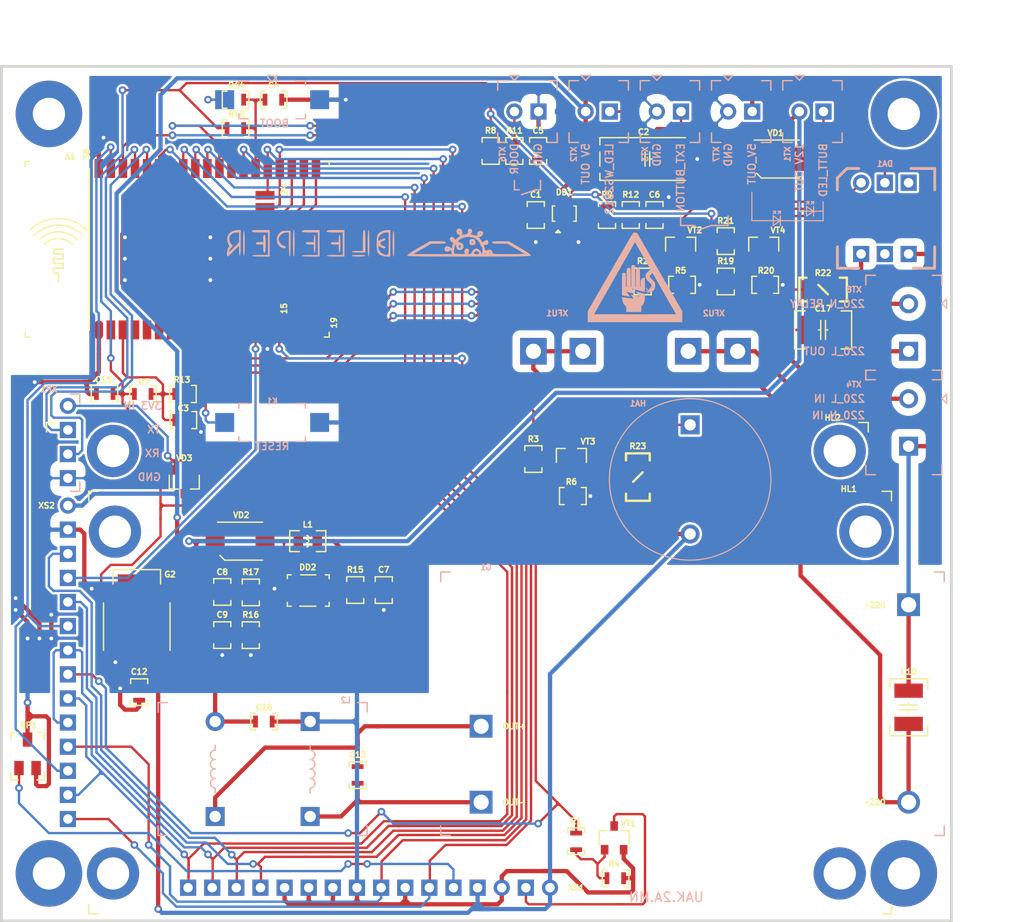
<source format=kicad_pcb>
(kicad_pcb (version 20171130) (host pcbnew "(5.1.4)-1")
  (layers (0 F.Cu signal) (31 B.Cu signal) (34 B.Paste user) (35 F.Paste user) (36 B.SilkS user) (37 F.SilkS user) (38 B.Mask user) (39 F.Mask user) (44 Edge.Cuts user))
  (net 0 "")
  (net 1 "Net-(A1-Pad17)")
  (net 2 "Net-(A1-Pad18)")
  (net 3 "Net-(A1-Pad19)")
  (net 4 "Net-(A1-Pad20)")
  (net 5 "Net-(A1-Pad21)")
  (net 6 "Net-(A1-Pad22)")
  (net 7 "Net-(A1-Pad13)")
  (net 8 "Net-(A1-Pad27)")
  (net 9 "Net-(A1-Pad9)")
  (net 10 "Net-(A1-Pad8)")
  (net 11 "Net-(A1-Pad32)")
  (net 12 "Net-(A1-Pad7)")
  (net 13 "Net-(A1-Pad6)")
  (net 14 "Net-(A1-Pad5)")
  (net 15 "Net-(A1-Pad4)")
  (net 16 /220_N)
  (net 17 /220_L)
  (net 18 "Net-(X4-Pad1)")
  (net 19 "Net-(HL1-Pad16)")
  (net 20 "Net-(HL1-Pad3)")
  (net 21 /BOOT_SEL)
  (net 22 /BOOT_UART_RX)
  (net 23 /BOOT_UART_TX)
  (net 24 /EN_RESET)
  (net 25 /3V3)
  (net 26 "Net-(K1-Pad2)")
  (net 27 "Net-(K2-Pad2)")
  (net 28 /MC_OUT_1)
  (net 29 /DOOR_SENSOR)
  (net 30 /BUZZER)
  (net 31 /LCD_DATA_7)
  (net 32 /LCD_DATA_5)
  (net 33 /LCD_E)
  (net 34 /LCD_A0)
  (net 35 /LCD_DATA_4)
  (net 36 /LCD_DATA_6)
  (net 37 /LCD_LED)
  (net 38 /12V)
  (net 39 /5V)
  (net 40 "Net-(HA1-Pad2)")
  (net 41 /DOOR_1)
  (net 42 /D_OUT_1)
  (net 43 /EXT_BUTTON)
  (net 44 /LED_WS2812)
  (net 45 /LED_OUT)
  (net 46 /BUTT_1)
  (net 47 "Net-(R1-Pad1)")
  (net 48 "Net-(R2-Pad1)")
  (net 49 "Net-(R3-Pad1)")
  (net 50 "Net-(VD3-Pad1)")
  (net 51 "Net-(X1-Pad1)")
  (net 52 "Net-(X2-Pad1)")
  (net 53 "Net-(X3-Pad1)")
  (net 54 /MC_220_OUT)
  (net 55 /220_N_OUT)
  (net 56 "Net-(C17-Pad1)")
  (net 57 "Net-(DA1-Pad3)")
  (net 58 "Net-(R19-Pad1)")
  (net 59 "Net-(DA1-Pad2)")
  (net 60 "Net-(DA1-Pad1)")
  (net 61 "Net-(DA1-Pad5)")
  (net 62 /GND)
  (net 63 "Net-(C13-Pad2)")
  (net 64 "Net-(C8-Pad1)")
  (net 65 /SUPPLY_POWER/5V_NOISE)
  (net 66 "Net-(DD2-Pad4)")
  (net 67 "Net-(DD2-Pad1)")
  (net 68 /220_L_FU)
  (net 69 /MOSI)
  (net 70 /TFT_RES)
  (module N_VD_HL:TFT_2.8_INCH (layer F.Cu) (at 82 96.25)
    (fp_text reference HL2 (at 80.5 -9.25) (layer F.SilkS) (effects (font (size 0.6 0.6))))
    (fp_text value TFT-дисплей_ST7735_ILI9341)
    (pad 14 thru_hole rect (at 0 33.02) (size 1.7 1.7) (drill 1) (layers *.Cu *.Mask) (net 34 /LCD_A0))
    (pad 13 thru_hole rect (at 0 30.48) (size 1.7 1.7) (drill 1) (layers *.Cu *.Mask) (net 31 /LCD_DATA_7))
    (pad 12 thru_hole rect (at 0 27.94) (size 1.7 1.7) (drill 1) (layers *.Cu *.Mask) (net 69 /MOSI))
    (pad 11 thru_hole rect (at 0 25.4) (size 1.7 1.7) (drill 1) (layers *.Cu *.Mask) (net 33 /LCD_E))
    (pad 10 thru_hole rect (at 0 22.86) (size 1.7 1.7) (drill 1) (layers *.Cu *.Mask) (net 36 /LCD_DATA_6))
    (pad 9 thru_hole rect (at 0 20.32) (size 1.7 1.7) (drill 1) (layers *.Cu *.Mask) (net 31 /LCD_DATA_7))
    (pad 8 thru_hole rect (at 0 17.78) (size 1.7 1.7) (drill 1) (layers *.Cu *.Mask) (net 37 /LCD_LED))
    (pad 7 thru_hole rect (at 0 15.24) (size 1.7 1.7) (drill 1) (layers *.Cu *.Mask) (net 36 /LCD_DATA_6))
    (pad 6 thru_hole rect (at 0 12.7) (size 1.7 1.7) (drill 1) (layers *.Cu *.Mask) (net 69 /MOSI))
    (pad 5 thru_hole rect (at 0 10.16) (size 1.7 1.7) (drill 1) (layers *.Cu *.Mask) (net 35 /LCD_DATA_4))
    (pad 4 thru_hole rect (at 0 7.62) (size 1.7 1.7) (drill 1) (layers *.Cu *.Mask) (net 70 /TFT_RES))
    (pad 3 thru_hole rect (at 0 5.08) (size 1.7 1.7) (drill 1) (layers *.Cu *.Mask) (net 32 /LCD_DATA_5))
    (pad 2 thru_hole rect (at 0 2.54) (size 1.7 1.7) (drill 1) (layers *.Cu *.Mask) (net 62 /GND))
    (pad 1 thru_hole circle (at 0 0) (size 1.7 1.7) (drill 1) (layers *.Cu *.Mask) (net 39 /5V))
    (pad 0 thru_hole circle (at 4.75 -5.75) (size 5.5 5.5) (drill 3.4) (layers *.Cu *.Mask))
    (pad 0 thru_hole circle (at 81.25 38.75) (size 5.5 5.5) (drill 3.4) (layers *.Cu *.Mask))
    (pad 0 thru_hole circle (at 4.75 38.75) (size 5.5 5.5) (drill 3.4) (layers *.Cu *.Mask))
    (pad 0 thru_hole circle (at 81.25 -5.75) (size 5.5 5.5) (drill 3.4) (layers *.Cu *.Mask))
  )
  (module MOTOR_X:Вилка_СНП389-4ВП32-1-1 (layer B.Cu) (at 82 85.75 270)
    (fp_text reference XP1 (at -1.75 2) (layer B.SilkS) (effects (font (size 0.6 0.6)) (justify mirror)))
    (fp_text value Вилка_WF-4R)
    (pad 4 thru_hole rect (at 7.62 0 270) (size 1.7 1.7) (drill 1) (layers *.Cu *.Mask) (net 62 /GND))
    (pad 3 thru_hole rect (at 5.08 0 270) (size 1.7 1.7) (drill 1) (layers *.Cu *.Mask) (net 22 /BOOT_UART_RX))
    (pad 2 thru_hole rect (at 2.54 0 270) (size 1.7 1.7) (drill 1) (layers *.Cu *.Mask) (net 23 /BOOT_UART_TX))
    (pad 1 thru_hole circle (at 0 0 270) (size 1.7 1.7) (drill 1) (layers *.Cu *.Mask) (net 50 "Net-(VD3-Pad1)"))
  )
  (module N_VD_HL:ЖК_MT-16S2H_2DRL (layer F.Cu) (at 88.45 135)
    (fp_text reference HL1 (at 75.75 -40.5) (layer F.SilkS) (effects (font (size 0.6 0.6))))
    (fp_text value Жидкокристалический_индикатор_MT-16S2H-2KLW)
    (pad 15 thru_hole oval (at 44.3 1.5) (size 1.7 1.7) (drill 1) (layers *.Cu *.Mask) (net 39 /5V) (clearance 0.2))
    (pad 16 thru_hole rect (at 41.76 1.5) (size 1.7 1.7) (drill 1) (layers *.Cu *.Mask) (net 19 "Net-(HL1-Pad16)") (clearance 0.2))
    (pad 1 thru_hole circle (at 39.22 1.5) (size 1.7 1.7) (drill 1) (layers *.Cu *.Mask) (net 62 /GND) (clearance 0.2))
    (pad 2 thru_hole rect (at 36.68 1.5) (size 1.7 1.7) (drill 1) (layers *.Cu *.Mask) (net 39 /5V) (clearance 0.2))
    (pad 3 thru_hole rect (at 34.14 1.5) (size 1.7 1.7) (drill 1) (layers *.Cu *.Mask) (net 20 "Net-(HL1-Pad3)") (clearance 0.2))
    (pad 4 thru_hole rect (at 31.6 1.5) (size 1.7 1.7) (drill 1) (layers *.Cu *.Mask) (net 34 /LCD_A0) (clearance 0.2))
    (pad 5 thru_hole rect (at 29.06 1.5) (size 1.7 1.7) (drill 1) (layers *.Cu *.Mask) (net 62 /GND) (clearance 0.2))
    (pad 6 thru_hole rect (at 26.52 1.5) (size 1.7 1.7) (drill 1) (layers *.Cu *.Mask) (net 33 /LCD_E) (clearance 0.2))
    (pad 7 thru_hole rect (at 23.98 1.5) (size 1.7 1.7) (drill 1) (layers *.Cu *.Mask) (net 62 /GND) (clearance 0.2))
    (pad 8 thru_hole rect (at 21.44 1.5) (size 1.7 1.7) (drill 1) (layers *.Cu *.Mask) (net 62 /GND) (clearance 0.2))
    (pad 9 thru_hole rect (at 18.9 1.5) (size 1.7 1.7) (drill 1) (layers *.Cu *.Mask) (net 62 /GND) (clearance 0.2))
    (pad 10 thru_hole rect (at 16.36 1.5) (size 1.7 1.7) (drill 1) (layers *.Cu *.Mask) (net 62 /GND) (clearance 0.2))
    (pad 11 thru_hole rect (at 13.82 1.5) (size 1.7 1.7) (drill 1) (layers *.Cu *.Mask) (net 35 /LCD_DATA_4) (clearance 0.2))
    (pad 12 thru_hole rect (at 11.28 1.5) (size 1.7 1.7) (drill 1) (layers *.Cu *.Mask) (net 32 /LCD_DATA_5) (clearance 0.2))
    (pad 13 thru_hole rect (at 8.74 1.5) (size 1.7 1.7) (drill 1) (layers *.Cu *.Mask) (net 36 /LCD_DATA_6) (clearance 0.2))
    (pad 14 thru_hole rect (at 6.2 1.5) (size 1.7 1.7) (drill 1) (layers *.Cu *.Mask) (net 31 /LCD_DATA_7) (clearance 0.2))
    (pad 0 thru_hole circle (at -1.5 -36) (size 5.5 5.5) (drill 3.4) (layers *.Cu *.Mask) (clearance 0.2))
    (pad 0 thru_hole circle (at 77.5 -36) (size 5.5 5.5) (drill 3.4) (layers *.Cu *.Mask) (clearance 0.2))
  )
  (module N_RLC:Резистор_SMD_1206-0,25_Вт (layer F.Cu) (at 163.25 73.5 180)
    (fp_text reference R22 (at 1.75 1.75) (layer F.SilkS) (effects (font (size 0.6 0.6))))
    (fp_text value Резистор_0,25Вт)
    (pad 2 smd rect (at 3.5 0 180) (size 1 2) (layers F.Cu F.Paste F.Mask) (net 56 "Net-(C17-Pad1)"))
    (pad 1 smd rect (at 0 0 180) (size 1 2) (layers F.Cu F.Paste F.Mask) (net 55 /220_N_OUT))
  )
  (module N_RLC:Резистор_SMD_1206-0,25_Вт (layer F.Cu) (at 142 95 90)
    (fp_text reference R23 (at 5 0 180) (layer F.SilkS) (effects (font (size 0.6 0.6))))
    (fp_text value Резистор_0,25Вт)
    (pad 2 smd rect (at 3.5 0 90) (size 1 2) (layers F.Cu F.Paste F.Mask) (net 40 "Net-(HA1-Pad2)"))
    (pad 1 smd rect (at 0 0 90) (size 1 2) (layers F.Cu F.Paste F.Mask) (net 39 /5V))
  )
  (module N_ICO:danger_220 (layer B.Cu) (at 141.7 72.2 180)
    (fp_text reference D2 hide)
    (fp_text value LOGO hide)
  )
  (module N_X:Держатель_5х20 (layer B.Cu) (at 152.5 80 180)
    (fp_text reference XFU2 (at 2.5 4) (layer B.SilkS) (effects (font (size 0.6 0.6)) (justify mirror)))
    (fp_text value Держатель_предохранителя_KLS5-266)
    (pad 1 thru_hole rect (at 5.2 0 180) (size 2.8 2.8) (drill 1.6) (layers *.Cu *.Mask) (net 17 /220_L))
    (pad 1 thru_hole rect (at 0 0 180) (size 2.8 2.8) (drill 1.6) (layers *.Cu *.Mask) (net 17 /220_L))
  )
  (module N_X:Держатель_5х20 (layer B.Cu) (at 131 80)
    (fp_text reference XFU1 (at 2.5 -4) (layer B.SilkS) (effects (font (size 0.6 0.6)) (justify mirror)))
    (fp_text value Держатель_предохранителя_KLS5-266)
    (pad 1 thru_hole rect (at 5.2 0) (size 2.8 2.8) (drill 1.6) (layers *.Cu *.Mask) (net 68 /220_L_FU))
    (pad 1 thru_hole rect (at 0 0) (size 2.8 2.8) (drill 1.6) (layers *.Cu *.Mask) (net 68 /220_L_FU))
  )
  (module N_X:Клеммник_х2_шаг5 (layer B.Cu) (at 170.5 75 270)
    (fp_text reference XT8 (at -1.5 5.75 180) (layer B.SilkS) (effects (font (size 0.6 0.6)) (justify mirror)))
    (fp_text value Клеммник_х2_KLS2-300-5.00-02P-2S)
    (pad 2 thru_hole rect (at 5 0 270) (size 2 2) (drill 1.2) (layers *.Cu *.Mask) (net 68 /220_L_FU))
    (pad 1 thru_hole circle (at 0 0 270) (size 2 2) (drill 1.2) (layers *.Cu *.Mask) (net 55 /220_N_OUT))
  )
  (module N_VD_HL:Диод_SMB (layer F.Cu) (at 102.5 100 180)
    (fp_text reference VD2 (at 2.25 2.75) (layer F.SilkS) (effects (font (size 0.6 0.6))))
    (fp_text value Диод_шоттки_SK16)
    (pad 2 smd rect (at 5 0 270) (size 2.5 2) (layers F.Cu F.Paste F.Mask) (net 38 /12V))
    (pad 1 smd rect (at -0.25 0 270) (size 2.5 2) (layers F.Cu F.Paste F.Mask) (net 67 "Net-(DD2-Pad1)"))
  )
  (module N_RLC:Резистор_SMD_0603_0,065_Вт (layer F.Cu) (at 101.25 104.5 270)
    (fp_text reference R17 (at -1.25 0 180) (layer F.SilkS) (effects (font (size 0.6 0.6))))
    (fp_text value Резистор_0,065Вт)
    (pad 2 smd rect (at 1.75 0 270) (size 0.5 1.25) (layers F.Cu F.Paste F.Mask) (net 64 "Net-(C8-Pad1)") (clearance 0.2))
    (pad 1 smd rect (at 0 0 270) (size 0.5 1.25) (layers F.Cu F.Paste F.Mask) (net 38 /12V) (clearance 0.2))
  )
  (module N_RLC:Резистор_SMD_0603_0,065_Вт (layer F.Cu) (at 101.25 109 270)
    (fp_text reference R16 (at -1.25 0 180) (layer F.SilkS) (effects (font (size 0.6 0.6))))
    (fp_text value Резистор_0,065Вт)
    (pad 2 smd rect (at 1.75 0 270) (size 0.5 1.25) (layers F.Cu F.Paste F.Mask) (net 62 /GND) (clearance 0.2))
    (pad 1 smd rect (at 0 0 270) (size 0.5 1.25) (layers F.Cu F.Paste F.Mask) (net 64 "Net-(C8-Pad1)") (clearance 0.2))
  )
  (module N_RLC:Резистор_SMD_0603_0,065_Вт (layer F.Cu) (at 112.25 104.25 270)
    (fp_text reference R15 (at -1.25 0 180) (layer F.SilkS) (effects (font (size 0.6 0.6))))
    (fp_text value Резистор_0,065Вт)
    (pad 2 smd rect (at 1.75 0 270) (size 0.5 1.25) (layers F.Cu F.Paste F.Mask) (net 66 "Net-(DD2-Pad4)") (clearance 0.2))
    (pad 1 smd rect (at 0 0 270) (size 0.5 1.25) (layers F.Cu F.Paste F.Mask) (net 39 /5V) (clearance 0.2))
  )
  (module N_RLC:Чип-индуктивность_SMD_0805 (layer F.Cu) (at 106.25 100)
    (fp_text reference L1 (at 1 -1.75) (layer F.SilkS) (effects (font (size 0.6 0.6))))
    (fp_text value Чип-индуктивность_10мкГн_0.2А_20проц.)
    (pad 2 smd rect (at 2 0) (size 1 1.5) (layers F.Cu F.Paste F.Mask) (net 39 /5V) (clearance 0.2))
    (pad 1 smd rect (at 0 0) (size 1 1.5) (layers F.Cu F.Paste F.Mask) (net 67 "Net-(DD2-Pad1)") (clearance 0.2))
  )
  (module N_G:Преобразователь_LM2703_SOT-23-5 (layer F.Cu) (at 106 104.25 270)
    (fp_text reference DD2 (at -1.5 -1.25 180) (layer F.SilkS) (effects (font (size 0.6 0.6))))
    (fp_text value Микросхема_DCDC_step_UP_LM2703)
    (pad 5 smd rect (at 0 -2.6) (size 1.1 0.7) (layers F.Cu F.Paste F.Mask) (net 39 /5V))
    (pad 4 smd rect (at 1.9 -2.6) (size 1.1 0.7) (layers F.Cu F.Paste F.Mask) (net 66 "Net-(DD2-Pad4)"))
    (pad 3 smd rect (at 1.9 0) (size 1.1 0.7) (layers F.Cu F.Paste F.Mask) (net 64 "Net-(C8-Pad1)"))
    (pad 2 smd rect (at 0.95 0) (size 1.1 0.7) (layers F.Cu F.Paste F.Mask) (net 62 /GND))
    (pad 1 smd rect (at 0 0) (size 1.1 0.7) (layers F.Cu F.Paste F.Mask) (net 67 "Net-(DD2-Pad1)"))
  )
  (module N_RLC:Конденсатор_SMD_0603 (layer F.Cu) (at 98.25 109 270)
    (fp_text reference C9 (at -1.25 0 180) (layer F.SilkS) (effects (font (size 0.6 0.6))))
    (fp_text value Конденсатор_керамический)
    (pad 2 smd rect (at 1.75 0 270) (size 0.5 1.25) (layers F.Cu F.Paste F.Mask) (net 62 /GND) (clearance 0.2))
    (pad 1 smd rect (at 0 0 270) (size 0.5 1.25) (layers F.Cu F.Paste F.Mask) (net 38 /12V) (clearance 0.2))
  )
  (module N_RLC:Конденсатор_SMD_0603 (layer F.Cu) (at 98.25 106.25 90)
    (fp_text reference C8 (at 3 0 180) (layer F.SilkS) (effects (font (size 0.6 0.6))))
    (fp_text value Конденсатор_керамический)
    (pad 2 smd rect (at 1.75 0 90) (size 0.5 1.25) (layers F.Cu F.Paste F.Mask) (net 38 /12V) (clearance 0.2))
    (pad 1 smd rect (at 0 0 90) (size 0.5 1.25) (layers F.Cu F.Paste F.Mask) (net 64 "Net-(C8-Pad1)") (clearance 0.2))
  )
  (module N_RLC:Конденсатор_SMD_0603 (layer F.Cu) (at 115.25 104.25 270)
    (fp_text reference C7 (at -1.25 0 180) (layer F.SilkS) (effects (font (size 0.6 0.6))))
    (fp_text value Конденсатор_керамический)
    (pad 2 smd rect (at 1.75 0 270) (size 0.5 1.25) (layers F.Cu F.Paste F.Mask) (net 62 /GND) (clearance 0.2))
    (pad 1 smd rect (at 0 0 270) (size 0.5 1.25) (layers F.Cu F.Paste F.Mask) (net 39 /5V) (clearance 0.2))
  )
  (module N_G:AC-DC_IRM-20-12 (layer B.Cu) (at 170.5 127.5 180)
    (fp_text reference G1 (at 44.5 24.75) (layer B.SilkS) (effects (font (size 0.6 0.6)) (justify mirror)))
    (fp_text value AC-DC-преобразователь_IRM-15-5)
    (fp_text user ~~220 (at 3.5 0 180) (layer F.SilkS) (effects (font (size 0.6 0.6))))
    (fp_text user ~~220 (at 3.5 20.75 180) (layer F.SilkS) (effects (font (size 0.6 0.6))))
    (fp_text user OUT- (at 41.5 0) (layer F.SilkS) (effects (font (size 0.6 0.6))))
    (fp_text user OUT+ (at 41.5 8) (layer F.SilkS) (effects (font (size 0.6 0.6))))
    (pad +V thru_hole rect (at 45 8 180) (size 2.4 2.4) (drill 1.6) (layers *.Cu *.Mask) (net 65 /SUPPLY_POWER/5V_NOISE))
    (pad -V thru_hole rect (at 45 0 180) (size 2.4 2.4) (drill 1.6) (layers *.Cu *.Mask) (net 63 "Net-(C13-Pad2)"))
    (pad N thru_hole rect (at 0 20.8 180) (size 2.4 2.4) (drill 1.6) (layers *.Cu *.Mask) (net 16 /220_N))
    (pad L thru_hole circle (at 0 0 180) (size 2.4 2.4) (drill 1.6) (layers *.Cu *.Mask) (net 68 /220_L_FU))
  )
  (module N_VD_HL:Зуммер_HPA17F (layer B.Cu) (at 147.5 93.5 90)
    (fp_text reference HA1 (at 8 -5.5 180) (layer B.SilkS) (effects (font (size 0.6 0.6)) (justify mirror)))
    (fp_text value Излучатель_HPA17F)
    (pad 2 thru_hole rect (at 5.75 0 90) (size 2 2) (drill 1.2) (layers *.Cu *.Mask) (net 40 "Net-(HA1-Pad2)"))
    (pad 1 thru_hole circle (at -5.75 0 90) (size 2 2) (drill 1.2) (layers *.Cu *.Mask) (net 39 /5V))
  )
  (module N_ICO:bleeper_4x33 (layer B.Cu) (at 114.75 68.5 180)
    (fp_text reference D1 hide)
    (fp_text value LOGO hide)
  )
  (module N_DD:DIP6 (layer B.Cu) (at 165.5 62.25 270)
    (fp_text reference DA1 (at -2 -2.5 180) (layer B.SilkS) (effects (font (size 0.6 0.6)) (justify mirror)))
    (fp_text value МОП-реле_КР293КП1Б)
    (pad 1 thru_hole circle (at 0 0 270) (size 1.7 1.7) (drill 1) (layers *.Cu *.Paste *.Mask) (net 60 "Net-(DA1-Pad1)"))
    (pad 2 thru_hole rect (at 0 -2.5 270) (size 1.7 1.7) (drill 1) (layers *.Cu *.Paste *.Mask) (net 59 "Net-(DA1-Pad2)"))
    (pad 3 thru_hole rect (at 0 -5 270) (size 1.7 1.7) (drill 1) (layers *.Cu *.Paste *.Mask) (net 57 "Net-(DA1-Pad3)"))
    (pad 4 thru_hole rect (at 7.5 -5 270) (size 1.7 1.7) (drill 1) (layers *.Cu *.Paste *.Mask) (net 16 /220_N))
    (pad 5 thru_hole rect (at 7.5 -2.5 270) (size 1.7 1.7) (drill 1) (layers *.Cu *.Paste *.Mask) (net 61 "Net-(DA1-Pad5)"))
    (pad 6 thru_hole rect (at 7.5 0 270) (size 1.7 1.7) (drill 1) (layers *.Cu *.Paste *.Mask) (net 55 /220_N_OUT))
  )
  (module MOTOR_VD_VT_HL:Корпус_КТ-46 (layer F.Cu) (at 155.25 68.75 90)
    (fp_text reference VT4 (at 1.5 1.5 180) (layer F.SilkS) (effects (font (size 0.6 0.6))))
    (fp_text value Транзистор_полевой_N-канальный_IRLML6344TR)
    (pad 3 smd rect (at 1.25 0 90) (size 1 0.8) (layers F.Cu F.Paste F.Mask) (net 60 "Net-(DA1-Pad1)"))
    (pad 2 smd rect (at -1.25 1 90) (size 1 0.8) (layers F.Cu F.Paste F.Mask) (net 62 /GND))
    (pad 1 smd rect (at -1.25 -1 90) (size 1 0.8) (layers F.Cu F.Paste F.Mask) (net 58 "Net-(R19-Pad1)"))
  )
  (module N_RLC:Резистор_SMD_0603_0,065_Вт (layer F.Cu) (at 151.25 67.5 270)
    (fp_text reference R21 (at -1.25 0 180) (layer F.SilkS) (effects (font (size 0.6 0.6))))
    (fp_text value Резистор_0,065Вт)
    (pad 2 smd rect (at 1.75 0 270) (size 0.5 1.25) (layers F.Cu F.Paste F.Mask) (net 25 /3V3) (clearance 0.2))
    (pad 1 smd rect (at 0 0 270) (size 0.5 1.25) (layers F.Cu F.Paste F.Mask) (net 59 "Net-(DA1-Pad2)") (clearance 0.2))
  )
  (module N_RLC:Резистор_SMD_0603_0,065_Вт (layer F.Cu) (at 154.5 73)
    (fp_text reference R20 (at 1 -1.5) (layer F.SilkS) (effects (font (size 0.6 0.6))))
    (fp_text value Резистор_0,065Вт)
    (pad 2 smd rect (at 1.75 0) (size 0.5 1.25) (layers F.Cu F.Paste F.Mask) (net 62 /GND) (clearance 0.2))
    (pad 1 smd rect (at 0 0) (size 0.5 1.25) (layers F.Cu F.Paste F.Mask) (net 58 "Net-(R19-Pad1)") (clearance 0.2))
  )
  (module N_RLC:Резистор_SMD_0603_0,065_Вт (layer F.Cu) (at 151.25 71.75 270)
    (fp_text reference R19 (at -1.25 0 180) (layer F.SilkS) (effects (font (size 0.6 0.6))))
    (fp_text value Резистор_0,065Вт)
    (pad 2 smd rect (at 1.75 0 270) (size 0.5 1.25) (layers F.Cu F.Paste F.Mask) (net 54 /MC_220_OUT) (clearance 0.2))
    (pad 1 smd rect (at 0 0 270) (size 0.5 1.25) (layers F.Cu F.Paste F.Mask) (net 58 "Net-(R19-Pad1)") (clearance 0.2))
  )
  (module N_RLC:Конденсатор_SMD_1210 (layer F.Cu) (at 159.75 77.75)
    (fp_text reference C17 (at 1.75 -2.25 180) (layer F.SilkS) (effects (font (size 0.6 0.6))))
    (fp_text value Конденсатор_керамический)
    (pad 2 smd rect (at 3.5 0) (size 1.5 3) (layers F.Cu F.Paste F.Mask) (net 68 /220_L_FU) (clearance 0.2))
    (pad 1 smd rect (at 0 0) (size 1.5 3) (layers F.Cu F.Paste F.Mask) (net 56 "Net-(C17-Pad1)") (clearance 0.2))
  )
  (module N_X:Клеммник_х2_шаг2.54 (layer B.Cu) (at 151.5 54.75)
    (fp_text reference XT7 (at -1.25 4.5 90) (layer B.SilkS) (effects (font (size 0.6 0.6)) (justify mirror)))
    (fp_text value Клеммник_х2_308-021-14)
    (pad 2 thru_hole rect (at 2.54 0) (size 1.7 1.7) (drill 1) (layers *.Cu *.Mask) (net 39 /5V))
    (pad 1 thru_hole circle (at 0 0) (size 1.7 1.7) (drill 1) (layers *.Cu *.Mask) (net 62 /GND))
  )
  (module N_X:Клеммник_х2_шаг2.54 (layer B.Cu) (at 144 54.75)
    (fp_text reference XT3 (at -1.25 4.5 90) (layer B.SilkS) (effects (font (size 0.6 0.6)) (justify mirror)))
    (fp_text value Клеммник_х2_308-021-14)
    (pad 2 thru_hole rect (at 2.54 0) (size 1.7 1.7) (drill 1) (layers *.Cu *.Mask) (net 46 /BUTT_1))
    (pad 1 thru_hole circle (at 0 0) (size 1.7 1.7) (drill 1) (layers *.Cu *.Mask) (net 62 /GND))
  )
  (module N_X:Клеммник_х2_шаг2.54 (layer B.Cu) (at 136.5 54.75)
    (fp_text reference XT2 (at -1.25 4.5 90) (layer B.SilkS) (effects (font (size 0.6 0.6)) (justify mirror)))
    (fp_text value Клеммник_х2_308-021-14)
    (pad 2 thru_hole rect (at 2.54 0) (size 1.7 1.7) (drill 1) (layers *.Cu *.Mask) (net 45 /LED_OUT))
    (pad 1 thru_hole circle (at 0 0) (size 1.7 1.7) (drill 1) (layers *.Cu *.Mask) (net 39 /5V))
  )
  (module N_RLC:Резистор_SMD_0603_0,065_Вт (layer F.Cu) (at 141.25 64.75 270)
    (fp_text reference R12 (at -1.25 0 180) (layer F.SilkS) (effects (font (size 0.6 0.6))))
    (fp_text value Резистор_0,065Вт)
    (pad 2 smd rect (at 1.75 0 270) (size 0.5 1.25) (layers F.Cu F.Paste F.Mask) (net 43 /EXT_BUTTON) (clearance 0.2))
    (pad 1 smd rect (at 0 0 270) (size 0.5 1.25) (layers F.Cu F.Paste F.Mask) (net 46 /BUTT_1) (clearance 0.2))
  )
  (module N_RLC:Резистор_SMD_0603_0,065_Вт (layer F.Cu) (at 138.75 64.75 270)
    (fp_text reference R9 (at -1.25 0 180) (layer F.SilkS) (effects (font (size 0.6 0.6))))
    (fp_text value Резистор_0,065Вт)
    (pad 2 smd rect (at 1.75 0 270) (size 0.5 1.25) (layers F.Cu F.Paste F.Mask) (net 43 /EXT_BUTTON) (clearance 0.2))
    (pad 1 smd rect (at 0 0 270) (size 0.5 1.25) (layers F.Cu F.Paste F.Mask) (net 25 /3V3) (clearance 0.2))
  )
  (module N_DD:SC-70-5 (layer F.Cu) (at 134.25 65.5 90)
    (fp_text reference DD1 (at 2.25 0 180) (layer F.SilkS) (effects (font (size 0.6 0.6))))
    (fp_text value Повторитель_M74VHC1GT125)
    (pad 4 smd rect (at 1.15 0.65 90) (size 0.8 0.4) (layers F.Cu F.Paste F.Mask) (net 45 /LED_OUT))
    (pad 3 smd rect (at -1.15 0.65 90) (size 0.8 0.4) (layers F.Cu F.Paste F.Mask) (net 62 /GND))
    (pad 2 smd rect (at -1.15 0 90) (size 0.8 0.4) (layers F.Cu F.Paste F.Mask) (net 44 /LED_WS2812))
    (pad 5 smd rect (at 1.15 -0.65 90) (size 0.8 0.4) (layers F.Cu F.Paste F.Mask) (net 39 /5V))
    (pad 1 smd rect (at -1.15 -0.65 90) (size 0.8 0.4) (layers F.Cu F.Paste F.Mask) (net 62 /GND))
  )
  (module N_RLC:Конденсатор_SMD_0603 (layer F.Cu) (at 143.75 64.75 270)
    (fp_text reference C6 (at -1.25 0 180) (layer F.SilkS) (effects (font (size 0.6 0.6))))
    (fp_text value Конденсатор_керамический)
    (pad 2 smd rect (at 1.75 0 270) (size 0.5 1.25) (layers F.Cu F.Paste F.Mask) (net 43 /EXT_BUTTON) (clearance 0.2))
    (pad 1 smd rect (at 0 0 270) (size 0.5 1.25) (layers F.Cu F.Paste F.Mask) (net 62 /GND) (clearance 0.2))
  )
  (module MOTOR_RLC:Конденсатор_тантал_SMD_m7343 (layer F.Cu) (at 139.25 59.75)
    (fp_text reference C2 (at 3.349999 -2.850001) (layer F.SilkS) (effects (font (size 0.6 0.6))))
    (fp_text value Конденсатор_К53-56А-32В-22_мкФ+-10проц.)
    (pad 2 smd rect (at 7.25 0) (size 1.5 3.5) (layers F.Cu F.Paste F.Mask) (net 62 /GND))
    (pad 1 smd rect (at 0 0) (size 1.5 3.5) (layers F.Cu F.Paste F.Mask) (net 39 /5V))
  )
  (module N_RLC:Конденсатор_SMD_0603 (layer F.Cu) (at 131.25 64.75 270)
    (fp_text reference C1 (at -1.25 0 180) (layer F.SilkS) (effects (font (size 0.6 0.6))))
    (fp_text value Конденсатор_керамический)
    (pad 2 smd rect (at 1.75 0 270) (size 0.5 1.25) (layers F.Cu F.Paste F.Mask) (net 62 /GND) (clearance 0.2))
    (pad 1 smd rect (at 0 0 270) (size 0.5 1.25) (layers F.Cu F.Paste F.Mask) (net 39 /5V) (clearance 0.2))
  )
  (module N_X:Клеммник_х2_шаг2.54 (layer B.Cu) (at 129 54.75)
    (fp_text reference XT6 (at -1.25 4.5 90) (layer B.SilkS) (effects (font (size 0.6 0.6)) (justify mirror)))
    (fp_text value Клеммник_х2_308-021-14)
    (pad 2 thru_hole rect (at 2.54 0) (size 1.7 1.7) (drill 1) (layers *.Cu *.Mask) (net 62 /GND))
    (pad 1 thru_hole circle (at 0 0) (size 1.7 1.7) (drill 1) (layers *.Cu *.Mask) (net 41 /DOOR_1))
  )
  (module N_X:Клеммник_х2_шаг2.54 (layer B.Cu) (at 159 54.75)
    (fp_text reference XT1 (at -1.25 4.5 90) (layer B.SilkS) (effects (font (size 0.6 0.6)) (justify mirror)))
    (fp_text value Клеммник_х2_308-021-14)
    (pad 2 thru_hole rect (at 2.54 0) (size 1.7 1.7) (drill 1) (layers *.Cu *.Mask) (net 42 /D_OUT_1))
    (pad 1 thru_hole circle (at 0 0) (size 1.7 1.7) (drill 1) (layers *.Cu *.Mask) (net 38 /12V))
  )
  (module MOTOR_VD_VT_HL:Корпус_КТ-46 (layer F.Cu) (at 135 91 90)
    (fp_text reference VT3 (at 1.5 1.75 180) (layer F.SilkS) (effects (font (size 0.6 0.6))))
    (fp_text value Транзистор_полевой_N-канальный_IRLML6344TR)
    (pad 3 smd rect (at 1.25 0 90) (size 1 0.8) (layers F.Cu F.Paste F.Mask) (net 40 "Net-(HA1-Pad2)"))
    (pad 2 smd rect (at -1.25 1 90) (size 1 0.8) (layers F.Cu F.Paste F.Mask) (net 62 /GND))
    (pad 1 smd rect (at -1.25 -1 90) (size 1 0.8) (layers F.Cu F.Paste F.Mask) (net 49 "Net-(R3-Pad1)"))
  )
  (module MOTOR_VD_VT_HL:Корпус_КТ-46 (layer F.Cu) (at 146.5 68.75 90)
    (fp_text reference VT2 (at 1.5 1.5 180) (layer F.SilkS) (effects (font (size 0.6 0.6))))
    (fp_text value Транзистор_полевой_N-канальный_IRLML6344TR)
    (pad 3 smd rect (at 1.25 0 90) (size 1 0.8) (layers F.Cu F.Paste F.Mask) (net 42 /D_OUT_1))
    (pad 2 smd rect (at -1.25 1 90) (size 1 0.8) (layers F.Cu F.Paste F.Mask) (net 62 /GND))
    (pad 1 smd rect (at -1.25 -1 90) (size 1 0.8) (layers F.Cu F.Paste F.Mask) (net 48 "Net-(R2-Pad1)"))
  )
  (module MOTOR_VD_VT_HL:Корпус_КТ-46 (layer F.Cu) (at 139.5 131.25 90)
    (fp_text reference VT1 (at 1.5 1.5 180) (layer F.SilkS) (effects (font (size 0.6 0.6))))
    (fp_text value Транзистор_полевой_N-канальный_IRLML6344TR)
    (pad 3 smd rect (at 1.25 0 90) (size 1 0.8) (layers F.Cu F.Paste F.Mask) (net 19 "Net-(HL1-Pad16)"))
    (pad 2 smd rect (at -1.25 1 90) (size 1 0.8) (layers F.Cu F.Paste F.Mask) (net 62 /GND))
    (pad 1 smd rect (at -1.25 -1 90) (size 1 0.8) (layers F.Cu F.Paste F.Mask) (net 47 "Net-(R1-Pad1)"))
  )
  (module N_VD_HL:Диод_SMB (layer F.Cu) (at 159 59.75 180)
    (fp_text reference VD1 (at 2.5 2.75) (layer F.SilkS) (effects (font (size 0.6 0.6))))
    (fp_text value Диод_шоттки_SK16)
    (pad 2 smd rect (at 5 0 270) (size 2.5 2) (layers F.Cu F.Paste F.Mask) (net 38 /12V))
    (pad 1 smd rect (at -0.25 0 270) (size 2.5 2) (layers F.Cu F.Paste F.Mask) (net 42 /D_OUT_1))
  )
  (module MOTOR_IMPORT_OTK:резистор_подстроечный_PVZ3A334 (layer F.Cu) (at 77.75 122.4)
    (fp_text reference RP1 (at 0.1 -3) (layer F.SilkS) (effects (font (size 0.6 0.6))))
    (fp_text value Резистор_подстроечный_PVA3A103)
    (pad 2 smd rect (at 0 -1.5) (size 1 1.5) (layers F.Cu F.Paste F.Mask) (net 62 /GND))
    (pad 1 smd rect (at -0.9 1.5) (size 1 1.5) (layers F.Cu F.Paste F.Mask) (net 20 "Net-(HL1-Pad3)"))
    (pad 3 smd rect (at 0.9 1.5) (size 1 1.5) (layers F.Cu F.Paste F.Mask) (net 62 /GND))
  )
  (module N_RLC:Резистор_SMD_0603_0,065_Вт (layer F.Cu) (at 129 58 270)
    (fp_text reference R11 (at -1.25 0 180) (layer F.SilkS) (effects (font (size 0.6 0.6))))
    (fp_text value Резистор_0,065Вт)
    (pad 2 smd rect (at 1.75 0 270) (size 0.5 1.25) (layers F.Cu F.Paste F.Mask) (net 29 /DOOR_SENSOR) (clearance 0.2))
    (pad 1 smd rect (at 0 0 270) (size 0.5 1.25) (layers F.Cu F.Paste F.Mask) (net 41 /DOOR_1) (clearance 0.2))
  )
  (module N_RLC:Резистор_SMD_0603_0,065_Вт (layer F.Cu) (at 126.5 58 270)
    (fp_text reference R8 (at -1.25 0 180) (layer F.SilkS) (effects (font (size 0.6 0.6))))
    (fp_text value Резистор_0,065Вт)
    (pad 2 smd rect (at 1.75 0 270) (size 0.5 1.25) (layers F.Cu F.Paste F.Mask) (net 29 /DOOR_SENSOR) (clearance 0.2))
    (pad 1 smd rect (at 0 0 270) (size 0.5 1.25) (layers F.Cu F.Paste F.Mask) (net 25 /3V3) (clearance 0.2))
  )
  (module N_RLC:Резистор_SMD_0603_0,065_Вт (layer F.Cu) (at 134.25 95.25)
    (fp_text reference R6 (at 0.75 -1.5) (layer F.SilkS) (effects (font (size 0.6 0.6))))
    (fp_text value Резистор_0,065Вт)
    (pad 2 smd rect (at 1.75 0) (size 0.5 1.25) (layers F.Cu F.Paste F.Mask) (net 62 /GND) (clearance 0.2))
    (pad 1 smd rect (at 0 0) (size 0.5 1.25) (layers F.Cu F.Paste F.Mask) (net 49 "Net-(R3-Pad1)") (clearance 0.2))
  )
  (module N_RLC:Резистор_SMD_0603_0,065_Вт (layer F.Cu) (at 145.75 73)
    (fp_text reference R5 (at 0.75 -1.5) (layer F.SilkS) (effects (font (size 0.6 0.6))))
    (fp_text value Резистор_0,065Вт)
    (pad 2 smd rect (at 1.75 0) (size 0.5 1.25) (layers F.Cu F.Paste F.Mask) (net 62 /GND) (clearance 0.2))
    (pad 1 smd rect (at 0 0) (size 0.5 1.25) (layers F.Cu F.Paste F.Mask) (net 48 "Net-(R2-Pad1)") (clearance 0.2))
  )
  (module N_RLC:Резистор_SMD_0603_0,065_Вт (layer F.Cu) (at 138.75 135.5)
    (fp_text reference R4 (at 0.75 -1.5) (layer F.SilkS) (effects (font (size 0.6 0.6))))
    (fp_text value Резистор_0,065Вт)
    (pad 2 smd rect (at 1.75 0) (size 0.5 1.25) (layers F.Cu F.Paste F.Mask) (net 62 /GND) (clearance 0.2))
    (pad 1 smd rect (at 0 0) (size 0.5 1.25) (layers F.Cu F.Paste F.Mask) (net 47 "Net-(R1-Pad1)") (clearance 0.2))
  )
  (module N_RLC:Резистор_SMD_0603_0,065_Вт (layer F.Cu) (at 131 92.25 90)
    (fp_text reference R3 (at 3 0 180) (layer F.SilkS) (effects (font (size 0.6 0.6))))
    (fp_text value Резистор_0,065Вт)
    (pad 2 smd rect (at 1.75 0 90) (size 0.5 1.25) (layers F.Cu F.Paste F.Mask) (net 30 /BUZZER) (clearance 0.2))
    (pad 1 smd rect (at 0 0 90) (size 0.5 1.25) (layers F.Cu F.Paste F.Mask) (net 49 "Net-(R3-Pad1)") (clearance 0.2))
  )
  (module N_RLC:Резистор_SMD_0603_0,065_Вт (layer F.Cu) (at 142.5 71.75 270)
    (fp_text reference R2 (at -1.25 0 180) (layer F.SilkS) (effects (font (size 0.6 0.6))))
    (fp_text value Резистор_0,065Вт)
    (pad 2 smd rect (at 1.75 0 270) (size 0.5 1.25) (layers F.Cu F.Paste F.Mask) (net 28 /MC_OUT_1) (clearance 0.2))
    (pad 1 smd rect (at 0 0 270) (size 0.5 1.25) (layers F.Cu F.Paste F.Mask) (net 48 "Net-(R2-Pad1)") (clearance 0.2))
  )
  (module N_RLC:Резистор_SMD_0603_0,065_Вт (layer F.Cu) (at 135.5 132.5 90)
    (fp_text reference R1 (at 3 0 180) (layer F.SilkS) (effects (font (size 0.6 0.6))))
    (fp_text value Резистор_0,065Вт)
    (pad 2 smd rect (at 1.75 0 90) (size 0.5 1.25) (layers F.Cu F.Paste F.Mask) (net 37 /LCD_LED) (clearance 0.2))
    (pad 1 smd rect (at 0 0 90) (size 0.5 1.25) (layers F.Cu F.Paste F.Mask) (net 47 "Net-(R1-Pad1)") (clearance 0.2))
  )
  (module N_RLC:Конденсатор_SMD_0603 (layer F.Cu) (at 131.5 58 270)
    (fp_text reference C5 (at -1.25 0 180) (layer F.SilkS) (effects (font (size 0.6 0.6))))
    (fp_text value Конденсатор_керамический)
    (pad 2 smd rect (at 1.75 0 270) (size 0.5 1.25) (layers F.Cu F.Paste F.Mask) (net 29 /DOOR_SENSOR) (clearance 0.2))
    (pad 1 smd rect (at 0 0 270) (size 0.5 1.25) (layers F.Cu F.Paste F.Mask) (net 62 /GND) (clearance 0.2))
  )
  (module N_RLC:Конденсатор_SMD_0603 (layer F.Cu) (at 102.75 53.5)
    (fp_text reference C4 (at 0.9 -1.5) (layer F.SilkS) (effects (font (size 0.6 0.6))))
    (fp_text value Конденсатор_керамический)
    (pad 2 smd rect (at 1.75 0) (size 0.5 1.25) (layers F.Cu F.Paste F.Mask) (net 62 /GND) (clearance 0.2))
    (pad 1 smd rect (at 0 0) (size 0.5 1.25) (layers F.Cu F.Paste F.Mask) (net 21 /BOOT_SEL) (clearance 0.2))
  )
  (module N_RLC:Конденсатор_SMD_0603 (layer F.Cu) (at 93.25 87.25)
    (fp_text reference C3 (at 0.9 -1.25) (layer F.SilkS) (effects (font (size 0.6 0.6))))
    (fp_text value Конденсатор_керамический)
    (pad 2 smd rect (at 1.75 0) (size 0.5 1.25) (layers F.Cu F.Paste F.Mask) (net 62 /GND) (clearance 0.2))
    (pad 1 smd rect (at 0 0) (size 0.5 1.25) (layers F.Cu F.Paste F.Mask) (net 24 /EN_RESET) (clearance 0.2))
  )
  (module MOTOR_VD_VT_HL:Корпус_КТ-46 (layer F.Cu) (at 94.25 93.75 270)
    (fp_text reference VD3 (at -2.5 0 180) (layer F.SilkS) (effects (font (size 0.6 0.6))))
    (fp_text value Набор_диодов_BAR43CFILM)
    (pad 3 smd rect (at 1.25 0 270) (size 1 0.8) (layers F.Cu F.Paste F.Mask) (net 25 /3V3))
    (pad 2 smd rect (at -1.25 1 270) (size 1 0.8) (layers F.Cu F.Paste F.Mask) (net 50 "Net-(VD3-Pad1)"))
    (pad 1 smd rect (at -1.25 -1 270) (size 1 0.8) (layers F.Cu F.Paste F.Mask) (net 50 "Net-(VD3-Pad1)"))
  )
  (module N_RLC:Резистор_SMD_0603_0,065_Вт (layer F.Cu) (at 98.75 53.5)
    (fp_text reference R14 (at 1 -1.5) (layer F.SilkS) (effects (font (size 0.6 0.6))))
    (fp_text value Резистор_0,065Вт)
    (pad 2 smd rect (at 1.75 0) (size 0.5 1.25) (layers F.Cu F.Paste F.Mask) (net 21 /BOOT_SEL) (clearance 0.2))
    (pad 1 smd rect (at 0 0) (size 0.5 1.25) (layers F.Cu F.Paste F.Mask) (net 27 "Net-(K2-Pad2)") (clearance 0.2))
  )
  (module N_RLC:Резистор_SMD_0603_0,065_Вт (layer F.Cu) (at 95 84.5 180)
    (fp_text reference R13 (at 1 1.5) (layer F.SilkS) (effects (font (size 0.6 0.6))))
    (fp_text value Резистор_0,065Вт)
    (pad 2 smd rect (at 1.75 0 180) (size 0.5 1.25) (layers F.Cu F.Paste F.Mask) (net 24 /EN_RESET) (clearance 0.2))
    (pad 1 smd rect (at 0 0 180) (size 0.5 1.25) (layers F.Cu F.Paste F.Mask) (net 26 "Net-(K1-Pad2)") (clearance 0.2))
  )
  (module N_RLC:Резистор_SMD_0603_0,065_Вт (layer F.Cu) (at 98.75 56.5)
    (fp_text reference R10 (at 1 -1.5) (layer F.SilkS) (effects (font (size 0.6 0.6))))
    (fp_text value Резистор_0,065Вт)
    (pad 2 smd rect (at 1.75 0) (size 0.5 1.25) (layers F.Cu F.Paste F.Mask) (net 21 /BOOT_SEL) (clearance 0.2))
    (pad 1 smd rect (at 0 0) (size 0.5 1.25) (layers F.Cu F.Paste F.Mask) (net 25 /3V3) (clearance 0.2))
  )
  (module N_RLC:Резистор_SMD_0603_0,065_Вт (layer F.Cu) (at 89 84.5)
    (fp_text reference R7 (at 1 -1.25) (layer F.SilkS) (effects (font (size 0.6 0.6))))
    (fp_text value Резистор_0,065Вт)
    (pad 2 smd rect (at 1.75 0) (size 0.5 1.25) (layers F.Cu F.Paste F.Mask) (net 24 /EN_RESET) (clearance 0.2))
    (pad 1 smd rect (at 0 0) (size 0.5 1.25) (layers F.Cu F.Paste F.Mask) (net 25 /3V3) (clearance 0.2))
  )
  (module N_X:Кнопка_FSMSM (layer B.Cu) (at 108.5 53.5 180)
    (fp_text reference K2 (at 5 2.25) (layer B.SilkS) (effects (font (size 0.6 0.6)) (justify mirror)))
    (fp_text value Кнопка_FSMSM)
    (pad 2 smd rect (at 10 0 180) (size 2 2) (layers B.Cu B.Paste B.Mask) (net 27 "Net-(K2-Pad2)"))
    (pad 1 smd rect (at 0 0 180) (size 2 2) (layers B.Cu B.Paste B.Mask) (net 62 /GND))
  )
  (module N_X:Кнопка_FSMSM (layer B.Cu) (at 108.5 87.5 180)
    (fp_text reference K1 (at 5 2.25) (layer B.SilkS) (effects (font (size 0.6 0.6)) (justify mirror)))
    (fp_text value Кнопка_FSMSM)
    (pad 2 smd rect (at 10 0 180) (size 2 2) (layers B.Cu B.Paste B.Mask) (net 26 "Net-(K1-Pad2)"))
    (pad 1 smd rect (at 0 0 180) (size 2 2) (layers B.Cu B.Paste B.Mask) (net 62 /GND))
  )
  (module MOTOR_ICO:Крепежное_Отверстие_под_М3 (layer F.Cu) (at 80 135)
    (fp_text reference X4 hide)
    (fp_text value Крепежное_отверстие_М3 hide)
    (pad 1 thru_hole circle (at 0 0) (size 7 7) (drill 3.4) (layers *.Cu *.Mask) (net 18 "Net-(X4-Pad1)"))
  )
  (module MOTOR_ICO:Крепежное_Отверстие_под_М3 (layer F.Cu) (at 170 55)
    (fp_text reference X2 hide)
    (fp_text value Крепежное_отверстие_М3 hide)
    (pad 1 thru_hole circle (at 0 0) (size 7 7) (drill 3.4) (layers *.Cu *.Mask) (net 52 "Net-(X2-Pad1)"))
  )
  (module MOTOR_ICO:Крепежное_Отверстие_под_М3 (layer F.Cu) (at 170 135)
    (fp_text reference X3 hide)
    (fp_text value Крепежное_отверстие_М3 hide)
    (pad 1 thru_hole circle (at 0 0) (size 7 7) (drill 3.4) (layers *.Cu *.Mask) (net 53 "Net-(X3-Pad1)"))
  )
  (module MOTOR_ICO:Крепежное_Отверстие_под_М3 (layer F.Cu) (at 80 55)
    (fp_text reference X1 hide)
    (fp_text value Крепежное_отверстие_М3 hide)
    (pad 1 thru_hole circle (at 0 0) (size 7 7) (drill 3.4) (layers *.Cu *.Mask) (net 51 "Net-(X1-Pad1)"))
  )
  (module N_X:Клеммник_х2_шаг5 (layer B.Cu) (at 170.5 85 270)
    (fp_text reference XT4 (at -1.5 5.75 180) (layer B.SilkS) (effects (font (size 0.6 0.6)) (justify mirror)))
    (fp_text value Клеммник_х2_KLS2-300-5.00-02P-2S)
    (pad 2 thru_hole rect (at 5 0 270) (size 2 2) (drill 1.2) (layers *.Cu *.Mask) (net 16 /220_N))
    (pad 1 thru_hole circle (at 0 0 270) (size 2 2) (drill 1.2) (layers *.Cu *.Mask) (net 17 /220_L))
  )
  (module N_RLC:Дроссель_B82731 (layer B.Cu) (at 97.5 119)
    (fp_text reference L2 (at 13.75 -2.25) (layer B.SilkS) (effects (font (size 0.6 0.6)) (justify mirror)))
    (fp_text value Дроссель_B82731-T2132-A20_2х6.8мГн_1.3А_250В)
    (pad 1 thru_hole circle (at 0 0) (size 2 2) (drill 1.2) (layers *.Cu *.Mask) (net 39 /5V))
    (pad 3 thru_hole rect (at 10 0) (size 2 2) (drill 1.2) (layers *.Cu *.Mask) (net 62 /GND))
    (pad 4 thru_hole rect (at 10 10) (size 2 2) (drill 1.2) (layers *.Cu *.Mask) (net 63 "Net-(C13-Pad2)"))
    (pad 6 thru_hole rect (at 0 10) (size 2 2) (drill 1.2) (layers *.Cu *.Mask) (net 65 /SUPPLY_POWER/5V_NOISE))
  )
  (module N_VD_HL:Транзистор_NPN_SOT223 (layer F.Cu) (at 89.25 107)
    (fp_text reference G2 (at 3.5 -3.5) (layer F.SilkS) (effects (font (size 0.6 0.6))))
    (fp_text value стабилизатор_нерегулируемый_LM1117GS-3.3)
    (pad 4 smd rect (at 0 -2.5) (size 4 2) (layers F.Cu F.Paste F.Mask) (clearance 0.2))
    (pad 2 smd rect (at 0 3.75) (size 1.5 2) (layers F.Cu F.Paste F.Mask) (net 25 /3V3) (clearance 0.2))
    (pad 1 smd rect (at -2.25 3.75) (size 1.5 2) (layers F.Cu F.Paste F.Mask) (net 62 /GND) (clearance 0.2))
    (pad 3 smd rect (at 2.25 3.75) (size 1.5 2) (layers F.Cu F.Paste F.Mask) (net 39 /5V) (clearance 0.2))
  )
  (module N_RLC:Конденсатор_SMD_0603 (layer F.Cu) (at 86.75 84.5 180)
    (fp_text reference C15 (at 1 1.5) (layer F.SilkS) (effects (font (size 0.6 0.6))))
    (fp_text value Конденсатор_керамический)
    (pad 2 smd rect (at 1.75 0 180) (size 0.5 1.25) (layers F.Cu F.Paste F.Mask) (net 62 /GND) (clearance 0.2))
    (pad 1 smd rect (at 0 0 180) (size 0.5 1.25) (layers F.Cu F.Paste F.Mask) (net 25 /3V3) (clearance 0.2))
  )
  (module N_RLC:Конденсатор_SMD_0603 (layer F.Cu) (at 101.75 119)
    (fp_text reference C16 (at 0.9 -1.5) (layer F.SilkS) (effects (font (size 0.6 0.6))))
    (fp_text value Конденсатор_керамический)
    (pad 2 smd rect (at 1.75 0) (size 0.5 1.25) (layers F.Cu F.Paste F.Mask) (net 62 /GND) (clearance 0.2))
    (pad 1 smd rect (at 0 0) (size 0.5 1.25) (layers F.Cu F.Paste F.Mask) (net 39 /5V) (clearance 0.2))
  )
  (module N_RLC:Конденсатор_SMD_0603 (layer F.Cu) (at 89.5 115 270)
    (fp_text reference C12 (at -1.25 0 180) (layer F.SilkS) (effects (font (size 0.6 0.6))))
    (fp_text value Конденсатор_керамический)
    (pad 2 smd rect (at 1.75 0 270) (size 0.5 1.25) (layers F.Cu F.Paste F.Mask) (net 62 /GND) (clearance 0.2))
    (pad 1 smd rect (at 0 0 270) (size 0.5 1.25) (layers F.Cu F.Paste F.Mask) (net 39 /5V) (clearance 0.2))
  )
  (module N_RLC:Конденсатор_SMD_0603 (layer F.Cu) (at 112.5 123.75 270)
    (fp_text reference C13 (at -1.25 0 180) (layer F.SilkS) (effects (font (size 0.6 0.6))))
    (fp_text value Конденсатор_керамический)
    (pad 2 smd rect (at 1.75 0 270) (size 0.5 1.25) (layers F.Cu F.Paste F.Mask) (net 63 "Net-(C13-Pad2)") (clearance 0.2))
    (pad 1 smd rect (at 0 0 270) (size 0.5 1.25) (layers F.Cu F.Paste F.Mask) (net 65 /SUPPLY_POWER/5V_NOISE) (clearance 0.2))
  )
  (module N_RLC:Конденсатор_SMD_1210 (layer F.Cu) (at 170.5 119.25 90)
    (fp_text reference C10 (at 5.5 0) (layer F.SilkS) (effects (font (size 0.6 0.6))))
    (fp_text value Конденсатор_керамический)
    (pad 2 smd rect (at 3.5 0 90) (size 1.5 3) (layers F.Cu F.Paste F.Mask) (net 16 /220_N) (clearance 0.2))
    (pad 1 smd rect (at 0 0 90) (size 1.5 3) (layers F.Cu F.Paste F.Mask) (net 68 /220_L_FU) (clearance 0.2))
  )
  (module N_A:ESP32_WROVER_or_WROOM32 (layer F.Cu) (at 85.25 77.75 90)
    (fp_text reference A1 (at 18.25 -3 180) (layer F.SilkS) (effects (font (size 0.6 0.6))))
    (fp_text value модуль_esp32_wrover_OR_wroom32_SMD)
    (fp_text user 24 (at 14.75 19.5 90) (layer F.SilkS) (effects (font (size 0.6 0.6))))
    (fp_text user 15 (at 2.25 19.5 90) (layer F.SilkS) (effects (font (size 0.6 0.6))))
    (fp_text user 19 (at 0.75 24.75 90) (layer F.SilkS) (effects (font (size 0.6 0.6))))
    (fp_text user 38 (at 18.5 -1.25 90) (layer F.SilkS) (effects (font (size 0.6 0.6))))
    (pad 17 smd rect (at 5.29 17.5 90) (size 0.9 2) (layers F.Cu F.Paste F.Mask) (net 1 "Net-(A1-Pad17)"))
    (pad 18 smd rect (at 6.56 17.5 90) (size 0.9 2) (layers F.Cu F.Paste F.Mask) (net 2 "Net-(A1-Pad18)"))
    (pad 16 smd rect (at 4.02 17.5 90) (size 0.9 2) (layers F.Cu F.Paste F.Mask) (net 37 /LCD_LED))
    (pad 19 smd rect (at 7.83 17.5 90) (size 0.9 2) (layers F.Cu F.Paste F.Mask) (net 3 "Net-(A1-Pad19)"))
    (pad 20 smd rect (at 9.1 17.5 90) (size 0.9 2) (layers F.Cu F.Paste F.Mask) (net 4 "Net-(A1-Pad20)"))
    (pad 21 smd rect (at 10.37 17.5 90) (size 0.9 2) (layers F.Cu F.Paste F.Mask) (net 5 "Net-(A1-Pad21)"))
    (pad 15 smd rect (at 2.75 17.5 90) (size 0.9 2) (layers F.Cu F.Paste F.Mask) (net 62 /GND))
    (pad 22 smd rect (at 11.64 17.5 90) (size 0.9 2) (layers F.Cu F.Paste F.Mask) (net 6 "Net-(A1-Pad22)"))
    (pad 23 smd rect (at 12.91 17.5 90) (size 0.9 2) (layers F.Cu F.Paste F.Mask) (net 34 /LCD_A0))
    (pad 24 smd rect (at 14.18 17.5 90) (size 0.9 2) (layers F.Cu F.Paste F.Mask) (net 33 /LCD_E))
    (pad 20 smd rect (at 17 22.86 90) (size 2 0.9) (layers F.Cu F.Paste F.Mask) (net 4 "Net-(A1-Pad20)"))
    (pad 19 smd rect (at 0 22.86 90) (size 2 0.9) (layers F.Cu F.Paste F.Mask) (net 3 "Net-(A1-Pad19)"))
    (pad 21 smd rect (at 17 21.59 90) (size 2 0.9) (layers F.Cu F.Paste F.Mask) (net 5 "Net-(A1-Pad21)"))
    (pad 18 smd rect (at 0 21.59 90) (size 2 0.9) (layers F.Cu F.Paste F.Mask) (net 2 "Net-(A1-Pad18)"))
    (pad 22 smd rect (at 17 20.32 90) (size 2 0.9) (layers F.Cu F.Paste F.Mask) (net 6 "Net-(A1-Pad22)"))
    (pad 17 smd rect (at 0 20.32 90) (size 2 0.9) (layers F.Cu F.Paste F.Mask) (net 1 "Net-(A1-Pad17)"))
    (pad 23 smd rect (at 17 19.05 90) (size 2 0.9) (layers F.Cu F.Paste F.Mask) (net 34 /LCD_A0))
    (pad 16 smd rect (at 0 19.05 90) (size 2 0.9) (layers F.Cu F.Paste F.Mask) (net 37 /LCD_LED))
    (pad 24 smd rect (at 17 17.78 90) (size 2 0.9) (layers F.Cu F.Paste F.Mask) (net 33 /LCD_E))
    (pad 15 smd rect (at 0 17.78 90) (size 2 0.9) (layers F.Cu F.Paste F.Mask) (net 62 /GND))
    (pad 25 smd rect (at 17 16.51 90) (size 2 0.9) (layers F.Cu F.Paste F.Mask) (net 21 /BOOT_SEL))
    (pad 39 smd rect (at 5.75 7.5 90) (size 1.35 1.35) (layers F.Cu F.Paste F.Mask) (net 62 /GND))
    (pad 39 smd rect (at 5.75 5.75 90) (size 1.35 1.35) (layers F.Cu F.Paste F.Mask) (net 62 /GND))
    (pad 39 smd rect (at 5.75 9.25 90) (size 1.35 1.35) (layers F.Cu F.Paste F.Mask) (net 62 /GND))
    (pad 39 smd rect (at 9.25 7.5 90) (size 1.35 1.35) (layers F.Cu F.Paste F.Mask) (net 62 /GND))
    (pad 39 smd rect (at 9.25 5.75 90) (size 1.35 1.35) (layers F.Cu F.Paste F.Mask) (net 62 /GND))
    (pad 39 smd rect (at 9.25 9.25 90) (size 1.35 1.35) (layers F.Cu F.Paste F.Mask) (net 62 /GND))
    (pad 39 smd rect (at 7.5 9.25 90) (size 1.35 1.35) (layers F.Cu F.Paste F.Mask) (net 62 /GND))
    (pad 39 smd rect (at 7.5 5.75 90) (size 1.35 1.35) (layers F.Cu F.Paste F.Mask) (net 62 /GND))
    (pad 39 smd rect (at 7.5 7.5 90) (size 1.35 1.35) (layers F.Cu F.Paste F.Mask) (net 62 /GND))
    (pad 14 smd rect (at 0 16.51 90) (size 2 0.9) (layers F.Cu F.Paste F.Mask) (net 70 /TFT_RES))
    (pad 26 smd rect (at 17 15.24 90) (size 2 0.9) (layers F.Cu F.Paste F.Mask) (net 35 /LCD_DATA_4))
    (pad 13 smd rect (at 0 15.24 90) (size 2 0.9) (layers F.Cu F.Paste F.Mask) (net 7 "Net-(A1-Pad13)"))
    (pad 27 smd rect (at 17 13.97 90) (size 2 0.9) (layers F.Cu F.Paste F.Mask) (net 8 "Net-(A1-Pad27)"))
    (pad 12 smd rect (at 0 13.97 90) (size 2 0.9) (layers F.Cu F.Paste F.Mask) (net 43 /EXT_BUTTON))
    (pad 28 smd rect (at 17 12.7 90) (size 2 0.9) (layers F.Cu F.Paste F.Mask) (net 29 /DOOR_SENSOR))
    (pad 11 smd rect (at 0 12.7 90) (size 2 0.9) (layers F.Cu F.Paste F.Mask) (net 28 /MC_OUT_1))
    (pad 29 smd rect (at 17 11.43 90) (size 2 0.9) (layers F.Cu F.Paste F.Mask) (net 32 /LCD_DATA_5))
    (pad 10 smd rect (at 0 11.43 90) (size 2 0.9) (layers F.Cu F.Paste F.Mask) (net 54 /MC_220_OUT))
    (pad 30 smd rect (at 17 10.16 90) (size 2 0.9) (layers F.Cu F.Paste F.Mask) (net 36 /LCD_DATA_6))
    (pad 9 smd rect (at 0 10.16 90) (size 2 0.9) (layers F.Cu F.Paste F.Mask) (net 9 "Net-(A1-Pad9)"))
    (pad 31 smd rect (at 17 8.89 90) (size 2 0.9) (layers F.Cu F.Paste F.Mask) (net 31 /LCD_DATA_7))
    (pad 8 smd rect (at 0 8.89 90) (size 2 0.9) (layers F.Cu F.Paste F.Mask) (net 10 "Net-(A1-Pad8)"))
    (pad 32 smd rect (at 17 7.62 90) (size 2 0.9) (layers F.Cu F.Paste F.Mask) (net 11 "Net-(A1-Pad32)"))
    (pad 7 smd rect (at 0 7.62 90) (size 2 0.9) (layers F.Cu F.Paste F.Mask) (net 12 "Net-(A1-Pad7)"))
    (pad 33 smd rect (at 17 6.35 90) (size 2 0.9) (layers F.Cu F.Paste F.Mask) (net 30 /BUZZER))
    (pad 6 smd rect (at 0 6.35 90) (size 2 0.9) (layers F.Cu F.Paste F.Mask) (net 13 "Net-(A1-Pad6)"))
    (pad 34 smd rect (at 17 5.08 90) (size 2 0.9) (layers F.Cu F.Paste F.Mask) (net 22 /BOOT_UART_RX))
    (pad 5 smd rect (at 0 5.08 90) (size 2 0.9) (layers F.Cu F.Paste F.Mask) (net 14 "Net-(A1-Pad5)"))
    (pad 35 smd rect (at 17 3.81 90) (size 2 0.9) (layers F.Cu F.Paste F.Mask) (net 23 /BOOT_UART_TX))
    (pad 4 smd rect (at 0 3.81 90) (size 2 0.9) (layers F.Cu F.Paste F.Mask) (net 15 "Net-(A1-Pad4)"))
    (pad 36 smd rect (at 17 2.54 90) (size 2 0.9) (layers F.Cu F.Paste F.Mask) (net 44 /LED_WS2812))
    (pad 3 smd rect (at 0 2.54 90) (size 2 0.9) (layers F.Cu F.Paste F.Mask) (net 24 /EN_RESET))
    (pad 37 smd rect (at 17 1.27 90) (size 2 0.9) (layers F.Cu F.Paste F.Mask) (net 69 /MOSI))
    (pad 2 smd rect (at 0 1.27 90) (size 2 0.9) (layers F.Cu F.Paste F.Mask) (net 25 /3V3))
    (pad 38 smd rect (at 17 0 90) (size 2 0.9) (layers F.Cu F.Paste F.Mask) (net 62 /GND))
    (pad 1 smd oval (at 0 0 90) (size 2 0.9) (layers F.Cu F.Paste F.Mask) (net 62 /GND))
  )
  (gr_text XS2 (at 79.75 96.25) (layer F.SilkS) (effects (font (size 0.6 0.6))))
  (gr_text XS1 (at 135.5 136.5) (layer F.SilkS) (effects (font (size 0.6 0.6))))
  (gr_line (start 156.25 65.75) (end 156.25 66.75) (layer B.SilkS) (width 0.12))
  (gr_line (start 157 65.75) (end 157 66.75) (layer B.SilkS) (width 0.12))
  (gr_line (start 157 66.25) (end 156.25 65.75) (layer B.SilkS) (width 0.12))
  (gr_line (start 161.5 66.25) (end 161.5 65.25) (layer B.SilkS) (width 0.12))
  (gr_line (start 157 65.25) (end 157 65.5) (layer B.SilkS) (width 0.12))
  (gr_line (start 156.5 65.25) (end 156.5 65.5) (layer B.SilkS) (width 0.12))
  (gr_line (start 156.5 65.25) (end 156.25 65.25) (layer B.SilkS) (width 0.12))
  (gr_line (start 156.25 65.5) (end 156.5 65.25) (layer B.SilkS) (width 0.12))
  (gr_line (start 157 65.25) (end 156.75 65.25) (layer B.SilkS) (width 0.12))
  (gr_line (start 156.75 65.5) (end 157 65.25) (layer B.SilkS) (width 0.12))
  (gr_line (start 154 66.25) (end 161.5 66.25) (layer B.SilkS) (width 0.12))
  (gr_line (start 156.25 66.75) (end 157 66.25) (layer B.SilkS) (width 0.12))
  (gr_line (start 154 66.25) (end 154 63.25) (layer B.SilkS) (width 0.12))
  (gr_line (start 159 65.25) (end 159 64.25) (layer B.SilkS) (width 0.12))
  (gr_line (start 161.5 65.25) (end 161.5 64.25) (layer B.SilkS) (width 0.12))
  (gr_line (start 160 64.25) (end 160 64.5) (layer B.SilkS) (width 0.12))
  (gr_line (start 160 64.25) (end 159.75 64.25) (layer B.SilkS) (width 0.12))
  (gr_line (start 159.75 64.5) (end 160 64.25) (layer B.SilkS) (width 0.12))
  (gr_line (start 160.5 64.25) (end 160.5 64.5) (layer B.SilkS) (width 0.12))
  (gr_line (start 160.5 64.25) (end 160.25 64.25) (layer B.SilkS) (width 0.12))
  (gr_line (start 160.25 64.5) (end 160.5 64.25) (layer B.SilkS) (width 0.12))
  (gr_line (start 159 65.25) (end 161.5 65.25) (layer B.SilkS) (width 0.12))
  (gr_line (start 160.5 64.75) (end 160.5 65.75) (layer B.SilkS) (width 0.12))
  (gr_line (start 160.5 65.25) (end 159.75 64.75) (layer B.SilkS) (width 0.12))
  (gr_line (start 159.75 65.75) (end 160.5 65.25) (layer B.SilkS) (width 0.12))
  (gr_line (start 159.75 64.75) (end 159.75 65.75) (layer B.SilkS) (width 0.12))
  (gr_line (start 151.5 66.75) (end 149.75 66.75) (layer B.SilkS) (width 0.15))
  (gr_line (start 149.75 66.75) (end 148.25 67.25) (layer B.SilkS) (width 0.15))
  (gr_line (start 151.5 65.75) (end 151.5 66.75) (layer B.SilkS) (width 0.15))
  (gr_line (start 146.5 65.75) (end 146.5 66.75) (layer B.SilkS) (width 0.15))
  (gr_line (start 146.5 66.75) (end 148 66.75) (layer B.SilkS) (width 0.15))
  (gr_line (start 131.25 63) (end 129.75 63.5) (layer B.SilkS) (width 0.15))
  (gr_line (start 131.75 63) (end 131.25 63) (layer B.SilkS) (width 0.15))
  (gr_line (start 131.75 62) (end 131.75 63) (layer B.SilkS) (width 0.15))
  (gr_line (start 129 63) (end 129.5 63) (layer B.SilkS) (width 0.15))
  (gr_line (start 129 62) (end 129 63) (layer B.SilkS) (width 0.15))
  (gr_text RX (at 90 90.75) (layer B.SilkS) (effects (font (size 0.8 0.8)) (justify right mirror)))
  (gr_text TX (at 90.25 88.25) (layer B.SilkS) (effects (font (size 0.8 0.8)) (justify right mirror)))
  (gr_text "3V3 IN" (at 87.75 85.75) (layer B.SilkS) (effects (font (size 0.8 0.8)) (justify right mirror)))
  (gr_text GND (at 89.25 93.25) (layer B.SilkS) (effects (font (size 0.8 0.8)) (justify right mirror)))
  (gr_text "220_N IN" (at 166 86.75) (layer B.SilkS) (effects (font (size 0.8 0.8)) (justify left mirror)))
  (gr_text "220_L IN" (at 166 85) (layer B.SilkS) (effects (font (size 0.8 0.8)) (justify left mirror)))
  (gr_text "220_L OUT" (at 166 80) (layer B.SilkS) (effects (font (size 0.8 0.8)) (justify left mirror)))
  (gr_text "220_N RELAY" (at 166 75) (layer B.SilkS) (effects (font (size 0.8 0.8)) (justify left mirror)))
  (gr_text BUTT_LED (at 161.5 58 90) (layer B.SilkS) (effects (font (size 0.8 0.8)) (justify left mirror)))
  (gr_text "12V OUT" (at 159 58 90) (layer B.SilkS) (effects (font (size 0.8 0.8)) (justify left mirror)))
  (gr_text 5V_OUT (at 154 58 90) (layer B.SilkS) (effects (font (size 0.8 0.8)) (justify left mirror)))
  (gr_text EXT_BUTTON (at 146.5 58 90) (layer B.SilkS) (effects (font (size 0.8 0.8)) (justify left mirror)))
  (gr_text "5V OUT" (at 136.5 58 90) (layer B.SilkS) (effects (font (size 0.8 0.8)) (justify left mirror)))
  (gr_text GND (at 151.5 58 90) (layer B.SilkS) (effects (font (size 0.8 0.8)) (justify left mirror)))
  (gr_text GND (at 144 58 90) (layer B.SilkS) (effects (font (size 0.8 0.8)) (justify left mirror)))
  (gr_text LED_WS2812 (at 139 58 90) (layer B.SilkS) (effects (font (size 0.8 0.8)) (justify left mirror)))
  (gr_text DOOR (at 129 58 90) (layer B.SilkS) (effects (font (size 0.8 0.8)) (justify left mirror)))
  (gr_text GND (at 131.5 58 90) (layer B.SilkS) (effects (font (size 0.8 0.8)) (justify left mirror)))
  (gr_text BOOT (at 103.75 56) (layer B.SilkS) (effects (font (size 0.8 0.8)) (justify mirror)))
  (gr_text RESET (at 103.5 90) (layer B.SilkS) (effects (font (size 0.8 0.8)) (justify mirror)))
  (gr_text UAK.2A.MN (at 145 137.5) (layer B.SilkS) (effects (font (size 1 1)) (justify mirror)))
  (gr_line (start 75 140) (end 75 50) (layer Edge.Cuts) (width 0.3))
  (gr_line (start 175 140) (end 75 140) (layer Edge.Cuts) (width 0.3))
  (gr_line (start 175 50) (end 175 140) (layer Edge.Cuts) (width 0.3))
  (gr_line (start 75 50) (end 175 50) (layer Edge.Cuts) (width 0.3))
  (segment (start 105.57 77.75) (end 105.57 74.07) (width 0.25) (layer F.Cu) (net 1))
  (segment (start 105.57 74.07) (end 104 72.5) (width 0.25) (layer F.Cu) (net 1))
  (segment (start 104 72.5) (end 102.75 72.5) (width 0.25) (layer F.Cu) (net 1))
  (segment (start 106.84 74.03) (end 106.84 75.16) (width 0.25) (layer F.Cu) (net 2))
  (segment (start 104 71.19) (end 106.84 74.03) (width 0.25) (layer F.Cu) (net 2))
  (segment (start 102.75 71.19) (end 104 71.19) (width 0.25) (layer F.Cu) (net 2))
  (segment (start 106.84 75.16) (end 106.84 74.09) (width 0.25) (layer F.Cu) (net 2))
  (segment (start 106.84 77.75) (end 106.84 75.16) (width 0.25) (layer F.Cu) (net 2))
  (segment (start 102.75 69.92) (end 104 69.92) (width 0.25) (layer F.Cu) (net 3))
  (segment (start 104 69.92) (end 108.11 74.03) (width 0.25) (layer F.Cu) (net 3))
  (segment (start 108.11 74.03) (end 108.11 74.11) (width 0.25) (layer F.Cu) (net 3))
  (segment (start 108.11 77.75) (end 108.11 74.11) (width 0.25) (layer F.Cu) (net 3))
  (segment (start 104 68.65) (end 108.11 64.54) (width 0.25) (layer F.Cu) (net 4))
  (segment (start 102.75 68.65) (end 104 68.65) (width 0.25) (layer F.Cu) (net 4))
  (segment (start 108.11 64.54) (end 108.11 63.39) (width 0.25) (layer F.Cu) (net 4))
  (segment (start 108.11 60.75) (end 108.11 63.39) (width 0.25) (layer F.Cu) (net 4))
  (segment (start 106.84 64.54) (end 106.84 63.84) (width 0.25) (layer F.Cu) (net 5))
  (segment (start 102.75 67.38) (end 104 67.38) (width 0.25) (layer F.Cu) (net 5))
  (segment (start 104 67.38) (end 106.84 64.54) (width 0.25) (layer F.Cu) (net 5))
  (segment (start 106.84 60.75) (end 106.84 63.84) (width 0.25) (layer F.Cu) (net 5))
  (segment (start 104 66.11) (end 105.57 64.54) (width 0.25) (layer F.Cu) (net 6))
  (segment (start 102.75 66.11) (end 104 66.11) (width 0.25) (layer F.Cu) (net 6))
  (segment (start 105.57 64.54) (end 105.57 63.57) (width 0.25) (layer F.Cu) (net 6))
  (segment (start 105.57 60.75) (end 105.57 63.57) (width 0.25) (layer F.Cu) (net 6))
  (segment (start 170.5 90) (end 170.5 106.7) (width 0.45) (layer B.Cu) (net 16))
  (segment (start 172.75 90) (end 173.25 89.5) (width 0.45) (layer F.Cu) (net 16))
  (segment (start 170.5 90) (end 172.75 90) (width 0.45) (layer F.Cu) (net 16))
  (segment (start 170.5 108.35) (end 170.5 115.75) (width 0.45) (layer F.Cu) (net 16))
  (segment (start 170.5 106.7) (end 170.5 108.35) (width 0.45) (layer F.Cu) (net 16))
  (segment (start 173.25 78.75) (end 173.25 70.5) (width 0.45) (layer F.Cu) (net 16))
  (segment (start 173.25 78.75) (end 173.25 89.5) (width 0.45) (layer F.Cu) (net 16))
  (segment (start 173.25 78) (end 173.25 78.75) (width 0.45) (layer F.Cu) (net 16))
  (segment (start 172.5 69.75) (end 170.5 69.75) (width 0.45) (layer F.Cu) (net 16))
  (segment (start 173.25 70.5) (end 172.5 69.75) (width 0.45) (layer F.Cu) (net 16))
  (segment (start 149.15 80) (end 152.5 80) (width 0.45) (layer F.Cu) (net 17))
  (segment (start 147.3 80) (end 149.15 80) (width 0.45) (layer F.Cu) (net 17))
  (segment (start 169.085787 85) (end 170.5 85) (width 0.45) (layer F.Cu) (net 17))
  (segment (start 159.35 85) (end 169.085787 85) (width 0.45) (layer F.Cu) (net 17))
  (segment (start 154.35 80) (end 159.35 85) (width 0.45) (layer F.Cu) (net 17))
  (segment (start 152.5 80) (end 154.35 80) (width 0.45) (layer F.Cu) (net 17))
  (segment (start 139.5 130) (end 139.5 129) (width 0.25) (layer F.Cu) (net 19))
  (segment (start 139.5 129) (end 139.75 128.75) (width 0.25) (layer F.Cu) (net 19))
  (segment (start 139.75 128.75) (end 142.5 128.75) (width 0.25) (layer F.Cu) (net 19))
  (segment (start 142.5 128.75) (end 142.75 129) (width 0.25) (layer F.Cu) (net 19))
  (segment (start 142.75 129) (end 142.75 138) (width 0.25) (layer F.Cu) (net 19))
  (segment (start 142.5 138.25) (end 142.75 138) (width 0.25) (layer F.Cu) (net 19))
  (segment (start 139.75 138.25) (end 142.5 138.25) (width 0.25) (layer F.Cu) (net 19))
  (segment (start 140.5 138.25) (end 139.75 138.25) (width 0.25) (layer F.Cu) (net 19))
  (segment (start 130.21 137.96) (end 130.5 138.25) (width 0.25) (layer F.Cu) (net 19))
  (segment (start 130.21 136.5) (end 130.21 137.96) (width 0.25) (layer F.Cu) (net 19))
  (segment (start 139.75 138.25) (end 130.5 138.25) (width 0.25) (layer F.Cu) (net 19))
  (via (at 76.85 126) (size 0.8) (drill 0.4) (layers F.Cu B.Cu) (net 20))
  (segment (start 76.85 123.9) (end 76.85 126) (width 0.25) (layer F.Cu) (net 20))
  (via (at 111.5 134) (size 0.8) (drill 0.4) (layers F.Cu B.Cu) (net 20))
  (via (at 113.5 134) (size 0.8) (drill 0.4) (layers F.Cu B.Cu) (net 20))
  (segment (start 111.5 134) (end 113.5 134) (width 0.25) (layer F.Cu) (net 20))
  (segment (start 116 134) (end 113.5 134) (width 0.25) (layer B.Cu) (net 20))
  (segment (start 119.5 134) (end 122 134) (width 0.25) (layer B.Cu) (net 20))
  (segment (start 116 134) (end 119.5 134) (width 0.25) (layer B.Cu) (net 20))
  (segment (start 122.59 134.59) (end 122.59 136.5) (width 0.25) (layer B.Cu) (net 20))
  (segment (start 122 134) (end 122.59 134.59) (width 0.25) (layer B.Cu) (net 20))
  (segment (start 110.75 134.75) (end 111.5 134) (width 0.25) (layer B.Cu) (net 20))
  (segment (start 94.5 134.75) (end 110.75 134.75) (width 0.25) (layer B.Cu) (net 20))
  (segment (start 90.5 130.75) (end 94.5 134.75) (width 0.25) (layer B.Cu) (net 20))
  (segment (start 80 130.75) (end 90.5 130.75) (width 0.25) (layer B.Cu) (net 20))
  (segment (start 76.85 127.6) (end 80 130.75) (width 0.25) (layer B.Cu) (net 20))
  (segment (start 76.85 126) (end 76.85 127.6) (width 0.25) (layer B.Cu) (net 20))
  (segment (start 101.5 53.5) (end 100.75 53.5) (width 0.25) (layer F.Cu) (net 21))
  (segment (start 101.76 53.76) (end 101.5 53.5) (width 0.25) (layer F.Cu) (net 21))
  (segment (start 102.02 53.5) (end 101.76 53.76) (width 0.25) (layer F.Cu) (net 21))
  (segment (start 102.75 53.5) (end 102.02 53.5) (width 0.25) (layer F.Cu) (net 21))
  (segment (start 101.5 53.5) (end 102.02 53.5) (width 0.25) (layer F.Cu) (net 21))
  (segment (start 101.52 56.5) (end 101.76 56.26) (width 0.25) (layer F.Cu) (net 21))
  (segment (start 100.5 56.5) (end 101.52 56.5) (width 0.25) (layer F.Cu) (net 21))
  (segment (start 101.76 56.26) (end 101.76 53.76) (width 0.25) (layer F.Cu) (net 21))
  (segment (start 101.76 56.74) (end 101.52 56.5) (width 0.25) (layer F.Cu) (net 21))
  (segment (start 101.76 56.76) (end 101.76 56.74) (width 0.25) (layer F.Cu) (net 21))
  (segment (start 101.76 56.76) (end 101.76 56.26) (width 0.25) (layer F.Cu) (net 21))
  (segment (start 101.76 60.75) (end 101.76 56.76) (width 0.25) (layer F.Cu) (net 21))
  (segment (start 90.33 58.83) (end 90.25 58.75) (width 0.25) (layer F.Cu) (net 22))
  (via (at 90.25 58.75) (size 0.8) (drill 0.4) (layers F.Cu B.Cu) (net 22))
  (segment (start 90.33 60.75) (end 90.33 58.83) (width 0.25) (layer F.Cu) (net 22))
  (segment (start 86.5 62.5) (end 90.25 58.75) (width 0.25) (layer B.Cu) (net 22))
  (segment (start 86.5 74) (end 86.5 62.5) (width 0.25) (layer B.Cu) (net 22))
  (segment (start 88.75 76.25) (end 86.5 74) (width 0.25) (layer B.Cu) (net 22))
  (segment (start 80.75 84.25) (end 87.5 84.25) (width 0.25) (layer B.Cu) (net 22))
  (segment (start 80.25 86.75) (end 80.25 84.75) (width 0.25) (layer B.Cu) (net 22))
  (segment (start 82 90.83) (end 83.1 90.83) (width 0.25) (layer B.Cu) (net 22))
  (segment (start 83.1 90.83) (end 83.5 90.43) (width 0.25) (layer B.Cu) (net 22))
  (segment (start 88.75 83) (end 88.75 76.25) (width 0.25) (layer B.Cu) (net 22))
  (segment (start 83.5 90.43) (end 83.5 87.25) (width 0.25) (layer B.Cu) (net 22))
  (segment (start 83.5 87.25) (end 83.25 87) (width 0.25) (layer B.Cu) (net 22))
  (segment (start 87.5 84.25) (end 88.75 83) (width 0.25) (layer B.Cu) (net 22))
  (segment (start 83.25 87) (end 80.5 87) (width 0.25) (layer B.Cu) (net 22))
  (segment (start 80.25 84.75) (end 80.75 84.25) (width 0.25) (layer B.Cu) (net 22))
  (segment (start 80.5 87) (end 80.25 86.75) (width 0.25) (layer B.Cu) (net 22))
  (via (at 89 58.75) (size 0.8) (drill 0.4) (layers F.Cu B.Cu) (net 23))
  (segment (start 89.06 58.81) (end 89 58.75) (width 0.25) (layer F.Cu) (net 23))
  (segment (start 89.06 60.75) (end 89.06 58.81) (width 0.25) (layer F.Cu) (net 23))
  (segment (start 86 74.25) (end 86 61.75) (width 0.25) (layer B.Cu) (net 23))
  (segment (start 88.25 82.75) (end 88.25 76.5) (width 0.25) (layer B.Cu) (net 23))
  (segment (start 88.25 76.5) (end 86 74.25) (width 0.25) (layer B.Cu) (net 23))
  (segment (start 82 88.29) (end 80.29 88.29) (width 0.25) (layer B.Cu) (net 23))
  (segment (start 79.75 87.75) (end 79.75 84.5) (width 0.25) (layer B.Cu) (net 23))
  (segment (start 79.75 84.5) (end 80.45001 83.79999) (width 0.25) (layer B.Cu) (net 23))
  (segment (start 86 61.75) (end 89 58.75) (width 0.25) (layer B.Cu) (net 23))
  (segment (start 80.45001 83.79999) (end 87.20001 83.79999) (width 0.25) (layer B.Cu) (net 23))
  (segment (start 80.29 88.29) (end 79.75 87.75) (width 0.25) (layer B.Cu) (net 23))
  (segment (start 87.20001 83.79999) (end 88.25 82.75) (width 0.25) (layer B.Cu) (net 23))
  (segment (start 87.79 77.75) (end 87.79 82.29) (width 0.25) (layer F.Cu) (net 24))
  (segment (start 87.79 82.29) (end 88.25 82.75) (width 0.25) (layer F.Cu) (net 24))
  (segment (start 88.25 82.75) (end 91.25 82.75) (width 0.25) (layer F.Cu) (net 24))
  (segment (start 91.25 82.75) (end 92 83.5) (width 0.25) (layer F.Cu) (net 24))
  (segment (start 92 84.25) (end 91.75 84.5) (width 0.25) (layer F.Cu) (net 24))
  (segment (start 92 83.5) (end 92 84.25) (width 0.25) (layer F.Cu) (net 24))
  (segment (start 90.75 84.5) (end 91.75 84.5) (width 0.25) (layer F.Cu) (net 24))
  (segment (start 92.25 84.5) (end 92 84.25) (width 0.25) (layer F.Cu) (net 24))
  (segment (start 92.25 84.5) (end 93.25 84.5) (width 0.25) (layer F.Cu) (net 24))
  (segment (start 92 84.5) (end 92.25 84.5) (width 0.25) (layer F.Cu) (net 24))
  (segment (start 91.75 84.5) (end 92 84.5) (width 0.25) (layer F.Cu) (net 24))
  (segment (start 92.25 87.25) (end 93.25 87.25) (width 0.25) (layer F.Cu) (net 24))
  (segment (start 92 87) (end 92.25 87.25) (width 0.25) (layer F.Cu) (net 24))
  (segment (start 92 84.75) (end 91.75 84.5) (width 0.25) (layer F.Cu) (net 24))
  (segment (start 92 85) (end 92 84.75) (width 0.25) (layer F.Cu) (net 24))
  (segment (start 92 85) (end 92 87) (width 0.25) (layer F.Cu) (net 24))
  (segment (start 92 84.5) (end 92 85) (width 0.25) (layer F.Cu) (net 24))
  (segment (start 92 84.75) (end 92.25 84.5) (width 0.25) (layer F.Cu) (net 24))
  (segment (start 87.75 84.25) (end 87.5 84.5) (width 0.25) (layer F.Cu) (net 25))
  (segment (start 87.5 84.5) (end 86.75 84.5) (width 0.25) (layer F.Cu) (net 25))
  (segment (start 87.5 84.5) (end 87.75 84.75) (width 0.25) (layer F.Cu) (net 25))
  (segment (start 88 84.5) (end 87.75 84.25) (width 0.25) (layer F.Cu) (net 25))
  (segment (start 89 84.5) (end 88 84.5) (width 0.25) (layer F.Cu) (net 25))
  (segment (start 87.75 84.5) (end 87.875 84.625) (width 0.25) (layer F.Cu) (net 25))
  (segment (start 87.75 84.25) (end 87.75 84.5) (width 0.25) (layer F.Cu) (net 25))
  (segment (start 87.75 84.75) (end 87.875 84.625) (width 0.25) (layer F.Cu) (net 25))
  (segment (start 87.875 84.625) (end 88 84.5) (width 0.25) (layer F.Cu) (net 25))
  (segment (start 98.75 56.5) (end 97.75 56.5) (width 0.25) (layer F.Cu) (net 25))
  (segment (start 97.75 56.5) (end 93.75 52.5) (width 0.25) (layer F.Cu) (net 25))
  (segment (start 93.75 52.5) (end 94.5 51.75) (width 0.25) (layer F.Cu) (net 25))
  (segment (start 138.75 64.75) (end 138.75 63.75) (width 0.25) (layer F.Cu) (net 25))
  (segment (start 138.75 63.75) (end 138.5 63.5) (width 0.25) (layer F.Cu) (net 25))
  (via (at 137.5 63.5) (size 0.8) (drill 0.4) (layers F.Cu B.Cu) (net 25))
  (segment (start 138.5 63.5) (end 137.5 63.5) (width 0.25) (layer F.Cu) (net 25))
  (via (at 126.5 55) (size 0.8) (drill 0.4) (layers F.Cu B.Cu) (net 25))
  (segment (start 149.75 65.5) (end 149.75 70) (width 0.25) (layer F.Cu) (net 25))
  (via (at 149.75 65.5) (size 0.8) (drill 0.4) (layers F.Cu B.Cu) (net 25))
  (segment (start 149.75 70) (end 150 70.25) (width 0.25) (layer F.Cu) (net 25))
  (segment (start 150 70.25) (end 151 70.25) (width 0.25) (layer F.Cu) (net 25))
  (segment (start 151 70.25) (end 151.25 70) (width 0.25) (layer F.Cu) (net 25))
  (segment (start 151.25 70) (end 151.25 69.25) (width 0.25) (layer F.Cu) (net 25))
  (segment (start 139.5 65.5) (end 137.5 63.5) (width 0.25) (layer B.Cu) (net 25))
  (segment (start 149.75 65.5) (end 139.5 65.5) (width 0.25) (layer B.Cu) (net 25))
  (segment (start 135 63.5) (end 126.5 55) (width 0.25) (layer B.Cu) (net 25))
  (segment (start 137.5 63.5) (end 135 63.5) (width 0.25) (layer B.Cu) (net 25))
  (segment (start 126.5 52.25) (end 126.5 58) (width 0.25) (layer F.Cu) (net 25))
  (segment (start 124.25 51.75) (end 126 51.75) (width 0.25) (layer F.Cu) (net 25))
  (segment (start 94.5 51.75) (end 124.25 51.75) (width 0.25) (layer F.Cu) (net 25))
  (segment (start 126 51.75) (end 126.5 52.25) (width 0.25) (layer F.Cu) (net 25))
  (segment (start 91.75 97.75) (end 91.75 97.5) (width 0.25) (layer F.Cu) (net 25))
  (segment (start 87.75 85.5) (end 87.75 84.75) (width 0.25) (layer F.Cu) (net 25))
  (segment (start 91.75 89.5) (end 87.75 85.5) (width 0.25) (layer F.Cu) (net 25))
  (segment (start 94.25 95) (end 94.25 96) (width 0.25) (layer F.Cu) (net 25))
  (segment (start 94.25 96) (end 94 96.25) (width 0.25) (layer F.Cu) (net 25))
  (segment (start 92 96.25) (end 91.75 96) (width 0.25) (layer F.Cu) (net 25))
  (segment (start 94 96.25) (end 92 96.25) (width 0.25) (layer F.Cu) (net 25))
  (segment (start 91.75 96) (end 91.75 89.5) (width 0.25) (layer F.Cu) (net 25))
  (segment (start 91.75 96.5) (end 92 96.25) (width 0.25) (layer F.Cu) (net 25))
  (segment (start 91.75 96.75) (end 91.75 96.5) (width 0.25) (layer F.Cu) (net 25))
  (segment (start 91.75 96.75) (end 91.75 96) (width 0.25) (layer F.Cu) (net 25))
  (segment (start 91.75 97.75) (end 91.75 96.75) (width 0.25) (layer F.Cu) (net 25))
  (segment (start 88.75 102.5) (end 91.75 99.5) (width 0.25) (layer F.Cu) (net 25))
  (segment (start 86.5 102.5) (end 88.75 102.5) (width 0.25) (layer F.Cu) (net 25))
  (segment (start 91.75 99.5) (end 91.75 97.75) (width 0.25) (layer F.Cu) (net 25))
  (segment (start 89.25 112.5) (end 88 113.75) (width 0.25) (layer F.Cu) (net 25))
  (segment (start 89.25 110.75) (end 89.25 112.5) (width 0.25) (layer F.Cu) (net 25))
  (segment (start 88 113.75) (end 86 113.75) (width 0.25) (layer F.Cu) (net 25))
  (segment (start 86 113.75) (end 85.5 113.25) (width 0.25) (layer F.Cu) (net 25))
  (segment (start 85.5 113.25) (end 85.5 103.5) (width 0.25) (layer F.Cu) (net 25))
  (segment (start 85.5 103.5) (end 86.5 102.5) (width 0.25) (layer F.Cu) (net 25))
  (via (at 87.75 52.5) (size 0.8) (drill 0.4) (layers F.Cu B.Cu) (net 25))
  (segment (start 88.25 52.5) (end 93.75 52.5) (width 0.25) (layer F.Cu) (net 25))
  (segment (start 87.75 52.5) (end 88.25 52.5) (width 0.25) (layer F.Cu) (net 25))
  (segment (start 86.52 77.75) (end 86.52 80.73) (width 0.25) (layer F.Cu) (net 25))
  (via (at 86.52 80.73) (size 0.8) (drill 0.4) (layers F.Cu B.Cu) (net 25))
  (segment (start 87.75 83.25) (end 87.75 84.25) (width 0.25) (layer F.Cu) (net 25))
  (segment (start 86.52 82.02) (end 87.75 83.25) (width 0.25) (layer F.Cu) (net 25))
  (segment (start 86.52 80.73) (end 86.52 82.02) (width 0.25) (layer F.Cu) (net 25))
  (segment (start 86.52 75.77) (end 86.52 80.73) (width 0.25) (layer B.Cu) (net 25))
  (segment (start 85.5 74.75) (end 86.52 75.77) (width 0.25) (layer B.Cu) (net 25))
  (segment (start 85.5 61.5) (end 85.5 74.75) (width 0.25) (layer B.Cu) (net 25))
  (segment (start 87.75 59.25) (end 85.5 61.5) (width 0.25) (layer B.Cu) (net 25))
  (segment (start 87.75 52.5) (end 87.75 59.25) (width 0.25) (layer B.Cu) (net 25))
  (segment (start 98.5 87.5) (end 96.75 87.5) (width 0.25) (layer B.Cu) (net 26))
  (segment (start 96.75 87.5) (end 96.5 87.25) (width 0.25) (layer B.Cu) (net 26))
  (via (at 96.5 86.5) (size 0.8) (drill 0.4) (layers F.Cu B.Cu) (net 26))
  (segment (start 96.5 87.25) (end 96.5 86.5) (width 0.25) (layer B.Cu) (net 26))
  (segment (start 95 84.5) (end 96 84.5) (width 0.25) (layer F.Cu) (net 26))
  (segment (start 96.5 85) (end 96.5 86.5) (width 0.25) (layer F.Cu) (net 26))
  (segment (start 96 84.5) (end 96.5 85) (width 0.25) (layer F.Cu) (net 26))
  (via (at 96.75 53.5) (size 0.8) (drill 0.4) (layers F.Cu B.Cu) (net 27))
  (segment (start 98.75 53.5) (end 96.75 53.5) (width 0.25) (layer F.Cu) (net 27))
  (segment (start 98.5 53.5) (end 96.75 53.5) (width 0.25) (layer B.Cu) (net 27))
  (via (at 116.25 75) (size 0.8) (drill 0.4) (layers F.Cu B.Cu) (net 28))
  (via (at 124.5 75) (size 0.8) (drill 0.4) (layers F.Cu B.Cu) (net 28))
  (segment (start 116.25 75) (end 124.5 75) (width 0.25) (layer B.Cu) (net 28))
  (segment (start 124.5 75) (end 142 75) (width 0.25) (layer F.Cu) (net 28))
  (segment (start 142.5 74.5) (end 142.5 73.5) (width 0.25) (layer F.Cu) (net 28))
  (segment (start 142 75) (end 142.5 74.5) (width 0.25) (layer F.Cu) (net 28))
  (segment (start 97.95 80.3) (end 97.95 77.75) (width 0.25) (layer F.Cu) (net 28))
  (segment (start 99.15 81.5) (end 97.95 80.3) (width 0.25) (layer F.Cu) (net 28))
  (segment (start 109.75 81.5) (end 99.15 81.5) (width 0.25) (layer F.Cu) (net 28))
  (segment (start 116.25 75) (end 109.75 81.5) (width 0.25) (layer F.Cu) (net 28))
  (segment (start 126.5 59.75) (end 126.5 60.5) (width 0.25) (layer F.Cu) (net 29))
  (segment (start 126.5 60.5) (end 126.75 60.75) (width 0.25) (layer F.Cu) (net 29))
  (segment (start 129 60.5) (end 129 59.75) (width 0.25) (layer F.Cu) (net 29))
  (segment (start 128.75 60.75) (end 129 60.5) (width 0.25) (layer F.Cu) (net 29))
  (segment (start 131.5 60.5) (end 131.5 59.75) (width 0.25) (layer F.Cu) (net 29))
  (segment (start 131.25 60.75) (end 131.5 60.5) (width 0.25) (layer F.Cu) (net 29))
  (segment (start 129 60.5) (end 129.25 60.75) (width 0.25) (layer F.Cu) (net 29))
  (segment (start 129.25 60.75) (end 131.25 60.75) (width 0.25) (layer F.Cu) (net 29))
  (segment (start 128.5 60.75) (end 129.25 60.75) (width 0.25) (layer F.Cu) (net 29))
  (segment (start 128.5 60.75) (end 128.75 60.75) (width 0.25) (layer F.Cu) (net 29))
  (segment (start 126.75 60.75) (end 128.5 60.75) (width 0.25) (layer F.Cu) (net 29))
  (via (at 93 56.25) (size 0.8) (drill 0.4) (layers F.Cu B.Cu) (net 29))
  (via (at 107.5 56.25) (size 0.8) (drill 0.4) (layers F.Cu B.Cu) (net 29))
  (segment (start 93 56.25) (end 107.5 56.25) (width 0.25) (layer B.Cu) (net 29))
  (segment (start 126.25 60.75) (end 126.5 60.5) (width 0.25) (layer F.Cu) (net 29))
  (segment (start 107.5 56.25) (end 122.75 56.25) (width 0.25) (layer F.Cu) (net 29))
  (segment (start 125.75 60.75) (end 125.5 60.75) (width 0.25) (layer F.Cu) (net 29))
  (segment (start 125.75 60.75) (end 126.25 60.75) (width 0.25) (layer F.Cu) (net 29))
  (segment (start 125.5 60.75) (end 125 60.25) (width 0.25) (layer F.Cu) (net 29))
  (segment (start 125 58.5) (end 122.75 56.25) (width 0.25) (layer F.Cu) (net 29))
  (segment (start 125 60.25) (end 125 58.5) (width 0.25) (layer F.Cu) (net 29))
  (segment (start 93.565685 56.25) (end 93 56.25) (width 0.25) (layer F.Cu) (net 29))
  (segment (start 95.85 56.25) (end 93.565685 56.25) (width 0.25) (layer F.Cu) (net 29))
  (segment (start 97.95 58.35) (end 95.85 56.25) (width 0.25) (layer F.Cu) (net 29))
  (segment (start 97.95 60.75) (end 97.95 58.35) (width 0.25) (layer F.Cu) (net 29))
  (via (at 92.75 58.75) (size 0.8) (drill 0.4) (layers F.Cu B.Cu) (net 30))
  (segment (start 92.35 58.75) (end 92.75 58.75) (width 0.25) (layer F.Cu) (net 30))
  (segment (start 91.6 60.75) (end 91.6 59.5) (width 0.25) (layer F.Cu) (net 30))
  (segment (start 91.6 59.5) (end 92.35 58.75) (width 0.25) (layer F.Cu) (net 30))
  (via (at 123.5 64.75) (size 0.8) (drill 0.4) (layers F.Cu B.Cu) (net 30))
  (segment (start 98.75 64.75) (end 92.75 58.75) (width 0.25) (layer B.Cu) (net 30))
  (segment (start 123.5 64.75) (end 98.75 64.75) (width 0.25) (layer B.Cu) (net 30))
  (segment (start 123.5 78.75) (end 123.5 64.75) (width 0.25) (layer F.Cu) (net 30))
  (segment (start 131 90.5) (end 131 86.25) (width 0.25) (layer F.Cu) (net 30))
  (segment (start 131 86.25) (end 123.5 78.75) (width 0.25) (layer F.Cu) (net 30))
  (segment (start 94.7 133.45) (end 94.7 133.95) (width 0.25) (layer F.Cu) (net 31))
  (segment (start 115.25 129.5) (end 112.89999 131.85001) (width 0.25) (layer F.Cu) (net 31))
  (segment (start 112.89999 131.85001) (end 96.29999 131.85001) (width 0.25) (layer F.Cu) (net 31))
  (segment (start 96.29999 131.85001) (end 94.7 133.45) (width 0.25) (layer F.Cu) (net 31))
  (segment (start 128.25 115.75) (end 128.25 116) (width 0.25) (layer F.Cu) (net 31))
  (via (at 117.5 63.75) (size 0.8) (drill 0.4) (layers F.Cu B.Cu) (net 31))
  (segment (start 128.25 103.25) (end 128.25 116) (width 0.25) (layer F.Cu) (net 31))
  (segment (start 117.5 92.5) (end 128.25 103.25) (width 0.25) (layer F.Cu) (net 31))
  (via (at 94.25 58.75) (size 0.8) (drill 0.4) (layers F.Cu B.Cu) (net 31))
  (segment (start 94.14 60.75) (end 94.14 58.86) (width 0.25) (layer F.Cu) (net 31))
  (segment (start 94.14 58.86) (end 94.25 58.75) (width 0.25) (layer F.Cu) (net 31))
  (segment (start 117.5 63.75) (end 117.5 65.25) (width 0.25) (layer F.Cu) (net 31))
  (segment (start 117.5 65.25) (end 117.5 92.5) (width 0.25) (layer F.Cu) (net 31))
  (segment (start 99.25 63.75) (end 94.25 58.75) (width 0.25) (layer B.Cu) (net 31))
  (segment (start 117.5 63.75) (end 99.25 63.75) (width 0.25) (layer B.Cu) (net 31))
  (segment (start 128.25 128.75) (end 128.25 116) (width 0.25) (layer F.Cu) (net 31))
  (segment (start 127.5 129.5) (end 128.25 128.75) (width 0.25) (layer F.Cu) (net 31))
  (segment (start 126.5 129.5) (end 127.5 129.5) (width 0.25) (layer F.Cu) (net 31))
  (segment (start 126.5 129.5) (end 115.25 129.5) (width 0.25) (layer F.Cu) (net 31))
  (segment (start 94.7 133.95) (end 94.7 136.5) (width 0.25) (layer F.Cu) (net 31))
  (segment (start 94.7 135.35) (end 94.7 133.45) (width 0.25) (layer F.Cu) (net 31))
  (segment (start 94.7 133.45) (end 94.25 133) (width 0.25) (layer F.Cu) (net 31))
  (via (at 94.25 133) (size 0.8) (drill 0.4) (layers F.Cu B.Cu) (net 31))
  (segment (start 83.18 116.57) (end 82 116.57) (width 0.25) (layer B.Cu) (net 31))
  (segment (start 83.93 122.68) (end 85.375 124.125) (width 0.25) (layer B.Cu) (net 31))
  (segment (start 83.93 117.32) (end 83.93 122.68) (width 0.25) (layer B.Cu) (net 31))
  (segment (start 83.93 117.32) (end 83.18 116.57) (width 0.25) (layer B.Cu) (net 31))
  (segment (start 85.33 124.5) (end 85.75 124.5) (width 0.25) (layer B.Cu) (net 31))
  (segment (start 83.1 126.73) (end 85.33 124.5) (width 0.25) (layer B.Cu) (net 31))
  (segment (start 82 126.73) (end 83.1 126.73) (width 0.25) (layer B.Cu) (net 31))
  (segment (start 94.25 133) (end 85.75 124.5) (width 0.25) (layer B.Cu) (net 31))
  (segment (start 85.75 124.5) (end 85.375 124.125) (width 0.25) (layer B.Cu) (net 31))
  (segment (start 85.375 124.455) (end 85.33 124.5) (width 0.25) (layer B.Cu) (net 31))
  (segment (start 85.375 124.125) (end 85.375 124.455) (width 0.25) (layer B.Cu) (net 31))
  (segment (start 99.78 133.53) (end 99.78 136.5) (width 0.25) (layer F.Cu) (net 32))
  (segment (start 100.559972 132.750028) (end 99.78 133.53) (width 0.25) (layer F.Cu) (net 32))
  (segment (start 113.999972 132.750028) (end 100.559972 132.750028) (width 0.25) (layer F.Cu) (net 32))
  (segment (start 116.25 130.5) (end 113.999972 132.750028) (width 0.25) (layer F.Cu) (net 32))
  (via (at 119.5 61.75) (size 0.8) (drill 0.4) (layers F.Cu B.Cu) (net 32))
  (via (at 96.75 58.75) (size 0.8) (drill 0.4) (layers F.Cu B.Cu) (net 32))
  (segment (start 96.68 60.75) (end 96.68 58.82) (width 0.25) (layer F.Cu) (net 32))
  (segment (start 96.68 58.82) (end 96.75 58.75) (width 0.25) (layer F.Cu) (net 32))
  (segment (start 99.75 61.75) (end 96.75 58.75) (width 0.25) (layer B.Cu) (net 32))
  (segment (start 119.5 61.75) (end 99.75 61.75) (width 0.25) (layer B.Cu) (net 32))
  (segment (start 119.5 92.5) (end 119.5 63) (width 0.25) (layer F.Cu) (net 32))
  (segment (start 127.25 130.5) (end 116.25 130.5) (width 0.25) (layer F.Cu) (net 32))
  (segment (start 127.25 130.5) (end 127.77282 130.5) (width 0.25) (layer F.Cu) (net 32))
  (segment (start 127.77282 130.5) (end 129.25 129.02282) (width 0.25) (layer F.Cu) (net 32))
  (segment (start 119.5 63) (end 119.5 61.75) (width 0.25) (layer F.Cu) (net 32))
  (segment (start 129.25 129.02282) (end 129.25 102.25) (width 0.25) (layer F.Cu) (net 32))
  (segment (start 129.25 102.25) (end 119.5 92.5) (width 0.25) (layer F.Cu) (net 32))
  (via (at 99.25 133.025019) (size 0.8) (drill 0.4) (layers F.Cu B.Cu) (net 32))
  (segment (start 99.78 133.53) (end 99.754981 133.53) (width 0.25) (layer F.Cu) (net 32))
  (segment (start 99.754981 133.53) (end 99.25 133.025019) (width 0.25) (layer F.Cu) (net 32))
  (segment (start 80.42 101.33) (end 82 101.33) (width 0.25) (layer B.Cu) (net 32))
  (segment (start 80 104.75) (end 80 101.75) (width 0.25) (layer B.Cu) (net 32))
  (segment (start 80 101.75) (end 80.42 101.33) (width 0.25) (layer B.Cu) (net 32))
  (segment (start 80.484999 105.234999) (end 80 104.75) (width 0.25) (layer B.Cu) (net 32))
  (segment (start 83.234999 105.234999) (end 80.484999 105.234999) (width 0.25) (layer B.Cu) (net 32))
  (segment (start 84.5 106.5) (end 83.234999 105.234999) (width 0.25) (layer B.Cu) (net 32))
  (segment (start 97.474981 131.25) (end 94.75 131.25) (width 0.25) (layer B.Cu) (net 32))
  (segment (start 99.25 133.025019) (end 97.474981 131.25) (width 0.25) (layer B.Cu) (net 32))
  (segment (start 94.75 131.25) (end 85.5 122) (width 0.25) (layer B.Cu) (net 32))
  (segment (start 85.5 122) (end 85.5 116.25) (width 0.25) (layer B.Cu) (net 32))
  (segment (start 85.5 116.25) (end 84.5 115.25) (width 0.25) (layer B.Cu) (net 32))
  (segment (start 84.5 115.25) (end 84.5 106.5) (width 0.25) (layer B.Cu) (net 32))
  (segment (start 103.03 60.75) (end 103.03 63.22) (width 0.25) (layer F.Cu) (net 33))
  (segment (start 103.03 63.22) (end 102.75 63.5) (width 0.25) (layer F.Cu) (net 33))
  (segment (start 115.02 133.73) (end 115.02 136.5) (width 0.25) (layer F.Cu) (net 33))
  (segment (start 117.25 131.5) (end 115.02 133.73) (width 0.25) (layer F.Cu) (net 33))
  (via (at 121.5 59.75) (size 0.8) (drill 0.4) (layers F.Cu B.Cu) (net 33))
  (via (at 103 58.75) (size 0.8) (drill 0.4) (layers F.Cu B.Cu) (net 33))
  (segment (start 103.03 60.75) (end 103.03 58.78) (width 0.25) (layer F.Cu) (net 33))
  (segment (start 103.03 58.78) (end 103 58.75) (width 0.25) (layer F.Cu) (net 33))
  (segment (start 104 59.75) (end 103 58.75) (width 0.25) (layer B.Cu) (net 33))
  (segment (start 121.5 59.75) (end 104 59.75) (width 0.25) (layer B.Cu) (net 33))
  (segment (start 121.5 61.75) (end 121.5 59.75) (width 0.25) (layer F.Cu) (net 33))
  (segment (start 121.5 92.25) (end 121.5 61.75) (width 0.25) (layer F.Cu) (net 33))
  (segment (start 127.25 131.5) (end 117.25 131.5) (width 0.25) (layer F.Cu) (net 33))
  (segment (start 127.25 131.5) (end 128.04564 131.5) (width 0.25) (layer F.Cu) (net 33))
  (segment (start 128.04564 131.5) (end 130.25 129.29564) (width 0.25) (layer F.Cu) (net 33))
  (segment (start 130.25 129.29564) (end 130.25 101) (width 0.25) (layer F.Cu) (net 33))
  (segment (start 130.25 101) (end 121.5 92.25) (width 0.25) (layer F.Cu) (net 33))
  (segment (start 90.5 123.5) (end 88.65 121.65) (width 0.25) (layer F.Cu) (net 33))
  (segment (start 90.5 132) (end 90.5 123.5) (width 0.25) (layer F.Cu) (net 33))
  (segment (start 88.65 121.65) (end 82 121.65) (width 0.25) (layer F.Cu) (net 33))
  (via (at 90.5 132) (size 0.8) (drill 0.4) (layers F.Cu B.Cu) (net 33))
  (segment (start 114.97 137.6) (end 114.97 136.5) (width 0.25) (layer B.Cu) (net 33))
  (segment (start 114.595001 137.974999) (end 114.97 137.6) (width 0.25) (layer B.Cu) (net 33))
  (segment (start 93.525001 137.974999) (end 114.595001 137.974999) (width 0.25) (layer B.Cu) (net 33))
  (segment (start 92.75 137.199998) (end 93.525001 137.974999) (width 0.25) (layer B.Cu) (net 33))
  (segment (start 92.75 134.25) (end 92.75 137.199998) (width 0.25) (layer B.Cu) (net 33))
  (segment (start 90.5 132) (end 92.75 134.25) (width 0.25) (layer B.Cu) (net 33))
  (segment (start 104 64.84) (end 104.3 64.54) (width 0.25) (layer F.Cu) (net 34))
  (segment (start 104.3 64.2) (end 104.3 64.45) (width 0.25) (layer F.Cu) (net 34))
  (segment (start 104.3 64.54) (end 104.3 64.2) (width 0.25) (layer F.Cu) (net 34))
  (segment (start 102.75 64.84) (end 104 64.84) (width 0.25) (layer F.Cu) (net 34))
  (segment (start 104.3 60.75) (end 104.3 64.2) (width 0.25) (layer F.Cu) (net 34))
  (segment (start 120.1 136.5) (end 120.1 133.65) (width 0.25) (layer F.Cu) (net 34))
  (segment (start 120.1 133.65) (end 121.75 132) (width 0.25) (layer F.Cu) (net 34))
  (via (at 122.5 58.75) (size 0.8) (drill 0.4) (layers F.Cu B.Cu) (net 34))
  (via (at 104.25 58.75) (size 0.8) (drill 0.4) (layers F.Cu B.Cu) (net 34))
  (segment (start 104.3 60.75) (end 104.3 58.8) (width 0.25) (layer F.Cu) (net 34))
  (segment (start 104.3 58.8) (end 104.25 58.75) (width 0.25) (layer F.Cu) (net 34))
  (segment (start 104.25 58.75) (end 122.5 58.75) (width 0.25) (layer B.Cu) (net 34))
  (segment (start 122.5 92) (end 122.5 61) (width 0.25) (layer F.Cu) (net 34))
  (segment (start 121.75 132) (end 126.75 132) (width 0.25) (layer F.Cu) (net 34))
  (segment (start 122.5 61) (end 122.5 58.75) (width 0.25) (layer F.Cu) (net 34))
  (segment (start 126.75 132) (end 128.18205 132) (width 0.25) (layer F.Cu) (net 34))
  (segment (start 128.18205 132) (end 130.75 129.43205) (width 0.25) (layer F.Cu) (net 34))
  (segment (start 130.75 129.43205) (end 130.75 100.25) (width 0.25) (layer F.Cu) (net 34))
  (segment (start 130.75 100.25) (end 122.5 92) (width 0.25) (layer F.Cu) (net 34))
  (segment (start 120.05 137.6) (end 119.15 138.5) (width 0.25) (layer B.Cu) (net 34))
  (segment (start 120.05 136.5) (end 120.05 137.6) (width 0.25) (layer B.Cu) (net 34))
  (segment (start 119.15 138.5) (end 109.75 138.5) (width 0.25) (layer B.Cu) (net 34))
  (segment (start 93.413592 138.5) (end 92 137.086408) (width 0.25) (layer B.Cu) (net 34))
  (segment (start 109.75 138.5) (end 93.413592 138.5) (width 0.25) (layer B.Cu) (net 34))
  (via (at 89 132) (size 0.8) (drill 0.4) (layers F.Cu B.Cu) (net 34))
  (segment (start 92 137.086408) (end 92 135) (width 0.25) (layer B.Cu) (net 34))
  (segment (start 92 135) (end 89 132) (width 0.25) (layer B.Cu) (net 34))
  (segment (start 86.27 129.27) (end 89 132) (width 0.25) (layer F.Cu) (net 34))
  (segment (start 82 129.27) (end 86.27 129.27) (width 0.25) (layer F.Cu) (net 34))
  (segment (start 107 133.25) (end 102.75 133.25) (width 0.25) (layer F.Cu) (net 35))
  (segment (start 107.25 133.25) (end 107 133.25) (width 0.25) (layer F.Cu) (net 35))
  (segment (start 110 133.25) (end 111.15923 133.25) (width 0.25) (layer F.Cu) (net 35))
  (segment (start 108.5 133.25) (end 109.75 133.25) (width 0.25) (layer F.Cu) (net 35))
  (segment (start 107 133.25) (end 110 133.25) (width 0.25) (layer F.Cu) (net 35))
  (segment (start 111.15923 133.25) (end 114.5 133.25) (width 0.25) (layer F.Cu) (net 35))
  (segment (start 114.5 133.25) (end 116.25 131.5) (width 0.25) (layer F.Cu) (net 35))
  (segment (start 116.25 131.5) (end 116.5 131.25) (width 0.25) (layer F.Cu) (net 35))
  (segment (start 116.5 131.25) (end 116.75 131) (width 0.25) (layer F.Cu) (net 35))
  (segment (start 116.799991 130.950009) (end 116.5 131.25) (width 0.25) (layer F.Cu) (net 35))
  (via (at 120.5 60.75) (size 0.8) (drill 0.4) (layers F.Cu B.Cu) (net 35))
  (via (at 100.5 58.75) (size 0.8) (drill 0.4) (layers F.Cu B.Cu) (net 35))
  (segment (start 100.49 60.75) (end 100.49 58.76) (width 0.25) (layer F.Cu) (net 35))
  (segment (start 100.49 58.76) (end 100.5 58.75) (width 0.25) (layer F.Cu) (net 35))
  (segment (start 102.5 60.75) (end 100.5 58.75) (width 0.25) (layer B.Cu) (net 35))
  (segment (start 120.5 60.75) (end 102.5 60.75) (width 0.25) (layer B.Cu) (net 35))
  (segment (start 120.5 62.25) (end 120.5 60.75) (width 0.25) (layer F.Cu) (net 35))
  (segment (start 120.5 92.5) (end 120.5 62.25) (width 0.25) (layer F.Cu) (net 35))
  (segment (start 127.049991 130.950009) (end 127.959221 130.950009) (width 0.25) (layer F.Cu) (net 35))
  (segment (start 127.959221 130.950009) (end 129.75 129.15923) (width 0.25) (layer F.Cu) (net 35))
  (segment (start 129.75 129.15923) (end 129.75 101.75) (width 0.25) (layer F.Cu) (net 35))
  (segment (start 127.049991 130.950009) (end 116.799991 130.950009) (width 0.25) (layer F.Cu) (net 35))
  (segment (start 129.75 101.75) (end 120.5 92.5) (width 0.25) (layer F.Cu) (net 35))
  (via (at 101.5 134) (size 0.8) (drill 0.4) (layers F.Cu B.Cu) (net 35))
  (segment (start 101.5 134) (end 102 134) (width 0.25) (layer F.Cu) (net 35))
  (segment (start 102 134) (end 102.5 133.5) (width 0.25) (layer F.Cu) (net 35))
  (segment (start 102.75 133.25) (end 102.5 133.5) (width 0.25) (layer F.Cu) (net 35))
  (segment (start 102.5 133.5) (end 102.32 133.68) (width 0.25) (layer F.Cu) (net 35))
  (segment (start 102.32 134.32) (end 102 134) (width 0.25) (layer F.Cu) (net 35))
  (segment (start 102.32 134.43) (end 102.32 134.32) (width 0.25) (layer F.Cu) (net 35))
  (segment (start 102.32 134.43) (end 102.32 136.5) (width 0.25) (layer F.Cu) (net 35))
  (segment (start 98.823002 134) (end 101.5 134) (width 0.25) (layer B.Cu) (net 35))
  (segment (start 94.5 131.75) (end 96.573002 131.75) (width 0.25) (layer B.Cu) (net 35))
  (segment (start 82 106.41) (end 83.34 106.41) (width 0.25) (layer B.Cu) (net 35))
  (segment (start 83.34 106.41) (end 84 107.07) (width 0.25) (layer B.Cu) (net 35))
  (segment (start 96.573002 131.75) (end 98.823002 134) (width 0.25) (layer B.Cu) (net 35))
  (segment (start 84 107.07) (end 84 115.5) (width 0.25) (layer B.Cu) (net 35))
  (segment (start 85 116.5) (end 85 122.25) (width 0.25) (layer B.Cu) (net 35))
  (segment (start 84 115.5) (end 85 116.5) (width 0.25) (layer B.Cu) (net 35))
  (segment (start 85 122.25) (end 94.5 131.75) (width 0.25) (layer B.Cu) (net 35))
  (segment (start 117.75 130) (end 116 130) (width 0.25) (layer F.Cu) (net 36))
  (segment (start 97.24 133.51) (end 97.24 136.5) (width 0.25) (layer F.Cu) (net 36))
  (segment (start 98.449981 132.300019) (end 97.24 133.51) (width 0.25) (layer F.Cu) (net 36))
  (segment (start 113.449981 132.300019) (end 98.449981 132.300019) (width 0.25) (layer F.Cu) (net 36))
  (segment (start 115.75 130) (end 113.449981 132.300019) (width 0.25) (layer F.Cu) (net 36))
  (segment (start 117.75 130) (end 115.75 130) (width 0.25) (layer F.Cu) (net 36))
  (via (at 118.5 62.75) (size 0.8) (drill 0.4) (layers F.Cu B.Cu) (net 36))
  (via (at 95.5 58.75) (size 0.8) (drill 0.4) (layers F.Cu B.Cu) (net 36))
  (segment (start 95.41 60.75) (end 95.41 58.84) (width 0.25) (layer F.Cu) (net 36))
  (segment (start 95.41 58.84) (end 95.5 58.75) (width 0.25) (layer F.Cu) (net 36))
  (segment (start 99.5 62.75) (end 95.5 58.75) (width 0.25) (layer B.Cu) (net 36))
  (segment (start 118.5 62.75) (end 99.5 62.75) (width 0.25) (layer B.Cu) (net 36))
  (segment (start 118.5 63.5) (end 118.5 62.75) (width 0.25) (layer F.Cu) (net 36))
  (segment (start 118.5 92.5) (end 118.5 63.5) (width 0.25) (layer F.Cu) (net 36))
  (segment (start 126.5 130) (end 117.75 130) (width 0.25) (layer F.Cu) (net 36))
  (segment (start 126.5 130) (end 127.63641 130) (width 0.25) (layer F.Cu) (net 36))
  (segment (start 127.63641 130) (end 128.75 128.88641) (width 0.25) (layer F.Cu) (net 36))
  (segment (start 128.75 128.88641) (end 128.75 102.75) (width 0.25) (layer F.Cu) (net 36))
  (segment (start 128.75 102.75) (end 118.5 92.5) (width 0.25) (layer F.Cu) (net 36))
  (segment (start 97.24 133.51) (end 97.24 133.49) (width 0.25) (layer F.Cu) (net 36))
  (via (at 96.75 133) (size 0.8) (drill 0.4) (layers F.Cu B.Cu) (net 36))
  (segment (start 97.24 133.49) (end 96.75 133) (width 0.25) (layer F.Cu) (net 36))
  (segment (start 96 132.25) (end 96.75 133) (width 0.25) (layer B.Cu) (net 36))
  (segment (start 94.25 132.25) (end 96 132.25) (width 0.25) (layer B.Cu) (net 36))
  (segment (start 82 111.49) (end 83.26 111.49) (width 0.25) (layer B.Cu) (net 36))
  (segment (start 83.26 111.49) (end 83.5 111.73) (width 0.25) (layer B.Cu) (net 36))
  (segment (start 83.5 111.73) (end 83.5 116) (width 0.25) (layer B.Cu) (net 36))
  (segment (start 83.5 116) (end 84.5 117) (width 0.25) (layer B.Cu) (net 36))
  (segment (start 84.5 117) (end 84.5 122.5) (width 0.25) (layer B.Cu) (net 36))
  (segment (start 84.5 122.5) (end 94.25 132.25) (width 0.25) (layer B.Cu) (net 36))
  (segment (start 80.9 119.11) (end 80.5 118.71) (width 0.25) (layer B.Cu) (net 36))
  (segment (start 82 119.11) (end 80.9 119.11) (width 0.25) (layer B.Cu) (net 36))
  (segment (start 80.5 118.71) (end 80.5 111.75) (width 0.25) (layer B.Cu) (net 36))
  (segment (start 80.76 111.49) (end 82 111.49) (width 0.25) (layer B.Cu) (net 36))
  (segment (start 80.5 111.75) (end 80.76 111.49) (width 0.25) (layer B.Cu) (net 36))
  (segment (start 104.3 77.75) (end 104.3 74.05) (width 0.25) (layer F.Cu) (net 37))
  (segment (start 104.3 74.05) (end 104 73.75) (width 0.25) (layer F.Cu) (net 37))
  (segment (start 104 73.75) (end 102.75 73.75) (width 0.25) (layer F.Cu) (net 37))
  (via (at 123.5 80.75) (size 0.8) (drill 0.4) (layers F.Cu B.Cu) (net 37))
  (via (at 104.25 79.75) (size 0.8) (drill 0.4) (layers F.Cu B.Cu) (net 37))
  (segment (start 123.5 80.75) (end 105.25 80.75) (width 0.25) (layer B.Cu) (net 37))
  (segment (start 105.25 80.75) (end 104.25 79.75) (width 0.25) (layer B.Cu) (net 37))
  (segment (start 104.25 77.8) (end 104.3 77.75) (width 0.25) (layer F.Cu) (net 37))
  (segment (start 104.25 79.75) (end 104.25 77.8) (width 0.25) (layer F.Cu) (net 37))
  (segment (start 123.5 91.75) (end 123.5 80.75) (width 0.25) (layer F.Cu) (net 37))
  (segment (start 131.25 99.5) (end 123.5 91.75) (width 0.25) (layer F.Cu) (net 37))
  (segment (start 135.5 130.75) (end 135.5 129.5) (width 0.25) (layer F.Cu) (net 37))
  (segment (start 131.25 125) (end 131.25 125.25) (width 0.25) (layer F.Cu) (net 37))
  (segment (start 131.25 125) (end 131.25 99.5) (width 0.25) (layer F.Cu) (net 37))
  (via (at 85.25 114.75) (size 0.8) (drill 0.4) (layers F.Cu B.Cu) (net 37))
  (segment (start 82 114.03) (end 84.53 114.03) (width 0.25) (layer F.Cu) (net 37))
  (segment (start 84.53 114.03) (end 85.25 114.75) (width 0.25) (layer F.Cu) (net 37))
  (via (at 111.5 130.75) (size 0.8) (drill 0.4) (layers F.Cu B.Cu) (net 37))
  (via (at 115 128.5) (size 0.8) (drill 0.4) (layers F.Cu B.Cu) (net 37))
  (segment (start 111.5 130.75) (end 112.75 130.75) (width 0.25) (layer F.Cu) (net 37))
  (segment (start 112.75 130.75) (end 115 128.5) (width 0.25) (layer F.Cu) (net 37))
  (via (at 131.5 129.75) (size 0.8) (drill 0.4) (layers F.Cu B.Cu) (net 37))
  (segment (start 115 128.5) (end 116.25 129.75) (width 0.25) (layer B.Cu) (net 37))
  (segment (start 116.25 129.75) (end 131.5 129.75) (width 0.25) (layer B.Cu) (net 37))
  (segment (start 133.5 127.75) (end 133.5 127.5) (width 0.25) (layer F.Cu) (net 37))
  (segment (start 131.5 129.75) (end 133.5 127.75) (width 0.25) (layer F.Cu) (net 37))
  (segment (start 131.25 125.25) (end 133.5 127.5) (width 0.25) (layer F.Cu) (net 37))
  (segment (start 133.75 127.75) (end 133.5 127.75) (width 0.25) (layer F.Cu) (net 37))
  (segment (start 133.75 127.75) (end 135.5 129.5) (width 0.25) (layer F.Cu) (net 37))
  (segment (start 133.5 127.5) (end 133.75 127.75) (width 0.25) (layer F.Cu) (net 37))
  (segment (start 97.75 130.75) (end 111.5 130.75) (width 0.25) (layer B.Cu) (net 37))
  (segment (start 95 130.75) (end 97.75 130.75) (width 0.25) (layer B.Cu) (net 37))
  (segment (start 86 121.75) (end 95 130.75) (width 0.25) (layer B.Cu) (net 37))
  (segment (start 86 115.5) (end 86 121.75) (width 0.25) (layer B.Cu) (net 37))
  (segment (start 85.25 114.75) (end 86 115.5) (width 0.25) (layer B.Cu) (net 37))
  (segment (start 156.25 57.5) (end 159 54.75) (width 0.45) (layer F.Cu) (net 38))
  (segment (start 152.5 57.5) (end 156.25 57.5) (width 0.45) (layer F.Cu) (net 38))
  (segment (start 152 58) (end 152.5 57.5) (width 0.45) (layer F.Cu) (net 38))
  (segment (start 152 59.5) (end 152 58) (width 0.45) (layer F.Cu) (net 38))
  (segment (start 154 59.75) (end 152.25 59.75) (width 0.45) (layer F.Cu) (net 38))
  (segment (start 152.25 59.75) (end 152 59.5) (width 0.45) (layer F.Cu) (net 38))
  (segment (start 159 54.75) (end 159 81) (width 0.45) (layer B.Cu) (net 38))
  (segment (start 159 81) (end 155.625 84.375) (width 0.45) (layer B.Cu) (net 38))
  (segment (start 98.25 103.25) (end 98.25 104.5) (width 0.45) (layer F.Cu) (net 38))
  (segment (start 95.75 100) (end 95.5 100.25) (width 0.45) (layer F.Cu) (net 38))
  (segment (start 97.5 100) (end 95.75 100) (width 0.45) (layer F.Cu) (net 38))
  (segment (start 95.5 100.25) (end 95.5 102.75) (width 0.45) (layer F.Cu) (net 38))
  (segment (start 95.5 102.75) (end 95.75 103) (width 0.45) (layer F.Cu) (net 38))
  (segment (start 95.75 103) (end 98 103) (width 0.45) (layer F.Cu) (net 38))
  (segment (start 98 103) (end 98.25 103.25) (width 0.45) (layer F.Cu) (net 38))
  (segment (start 101.25 104.5) (end 101.25 103.25) (width 0.45) (layer F.Cu) (net 38))
  (segment (start 101.25 103.25) (end 101 103) (width 0.45) (layer F.Cu) (net 38))
  (segment (start 98.5 103) (end 98.25 103.25) (width 0.45) (layer F.Cu) (net 38))
  (segment (start 101 103) (end 98.5 103) (width 0.45) (layer F.Cu) (net 38))
  (segment (start 98.25 108.3) (end 97.95 108) (width 0.45) (layer F.Cu) (net 38))
  (segment (start 98.25 109) (end 98.25 108.3) (width 0.45) (layer F.Cu) (net 38))
  (segment (start 97.95 108) (end 95.75 108) (width 0.45) (layer F.Cu) (net 38))
  (segment (start 95.75 108) (end 95.5 107.75) (width 0.45) (layer F.Cu) (net 38))
  (segment (start 95.5 103.25) (end 95.75 103) (width 0.45) (layer F.Cu) (net 38))
  (segment (start 95.5 107.75) (end 95.5 103.25) (width 0.45) (layer F.Cu) (net 38))
  (segment (start 152.125 84.375) (end 133.375 84.375) (width 0.45) (layer B.Cu) (net 38))
  (segment (start 155.625 84.375) (end 152.125 84.375) (width 0.45) (layer B.Cu) (net 38))
  (segment (start 133.375 84.375) (end 117.75 100) (width 0.45) (layer B.Cu) (net 38))
  (via (at 94.75 100) (size 0.8) (drill 0.4) (layers F.Cu B.Cu) (net 38))
  (segment (start 95.25 100) (end 95.5 100.25) (width 0.45) (layer F.Cu) (net 38))
  (segment (start 95.25 100) (end 95.75 100) (width 0.45) (layer F.Cu) (net 38))
  (segment (start 96.5 100) (end 94.75 100) (width 0.45) (layer B.Cu) (net 38))
  (segment (start 117.75 100) (end 96.5 100) (width 0.45) (layer B.Cu) (net 38))
  (segment (start 94.75 100) (end 95.25 100) (width 0.45) (layer F.Cu) (net 38))
  (segment (start 101.75 119) (end 97.5 119) (width 0.45) (layer F.Cu) (net 39))
  (segment (start 133.6 64.35) (end 133.6 63.5) (width 0.45) (layer F.Cu) (net 39))
  (segment (start 133.6 63.5) (end 133.6 63.4) (width 0.45) (layer F.Cu) (net 39))
  (segment (start 137.25 59.75) (end 138 59.75) (width 0.45) (layer F.Cu) (net 39))
  (segment (start 133.6 63.4) (end 137.25 59.75) (width 0.45) (layer F.Cu) (net 39))
  (segment (start 139.25 59.75) (end 138 59.75) (width 0.45) (layer F.Cu) (net 39))
  (segment (start 138 59.75) (end 137.5 59.75) (width 0.45) (layer F.Cu) (net 39))
  (segment (start 137 59.5) (end 137.25 59.75) (width 0.45) (layer F.Cu) (net 39))
  (segment (start 137 59.5) (end 136.75 59.25) (width 0.45) (layer F.Cu) (net 39))
  (segment (start 133.2 63) (end 133.6 63.4) (width 0.45) (layer F.Cu) (net 39))
  (segment (start 131.75 63) (end 133.2 63) (width 0.45) (layer F.Cu) (net 39))
  (segment (start 131.25 64.75) (end 131.25 63.5) (width 0.45) (layer F.Cu) (net 39))
  (segment (start 131.25 63.5) (end 131.75 63) (width 0.45) (layer F.Cu) (net 39))
  (segment (start 93.5 51.25) (end 91.75 53) (width 0.45) (layer B.Cu) (net 39))
  (segment (start 91.75 53) (end 91.75 58.75) (width 0.45) (layer B.Cu) (net 39))
  (segment (start 91.75 58.75) (end 87.125 63.375) (width 0.45) (layer B.Cu) (net 39))
  (segment (start 142 95) (end 142 96.25) (width 0.45) (layer F.Cu) (net 39))
  (segment (start 142 96.25) (end 142 96) (width 0.45) (layer F.Cu) (net 39))
  (segment (start 142 97.75) (end 142 96.25) (width 0.45) (layer F.Cu) (net 39))
  (segment (start 147.5 99.25) (end 143 99.25) (width 0.45) (layer F.Cu) (net 39))
  (segment (start 143 99.25) (end 142 98.25) (width 0.45) (layer F.Cu) (net 39))
  (segment (start 142 98.25) (end 142 95) (width 0.45) (layer F.Cu) (net 39))
  (segment (start 136.5 59) (end 137.25 59.75) (width 0.45) (layer F.Cu) (net 39))
  (segment (start 136.5 54.75) (end 136.5 59) (width 0.45) (layer F.Cu) (net 39))
  (segment (start 130 51.25) (end 133 51.25) (width 0.45) (layer B.Cu) (net 39))
  (segment (start 136.5 54.75) (end 134 52.25) (width 0.45) (layer B.Cu) (net 39))
  (segment (start 133 51.25) (end 134 52.25) (width 0.45) (layer B.Cu) (net 39))
  (segment (start 130 51.25) (end 93.5 51.25) (width 0.45) (layer B.Cu) (net 39))
  (segment (start 136.5 54.75) (end 136.5 52) (width 0.45) (layer F.Cu) (net 39))
  (segment (start 136.5 52) (end 137 51.5) (width 0.45) (layer F.Cu) (net 39))
  (segment (start 137 51.5) (end 153.5 51.5) (width 0.45) (layer F.Cu) (net 39))
  (segment (start 154.04 52.04) (end 153.5 51.5) (width 0.45) (layer F.Cu) (net 39))
  (segment (start 154.04 54.75) (end 154.04 52.04) (width 0.45) (layer F.Cu) (net 39))
  (segment (start 97.5 114.5) (end 97.5 119) (width 0.45) (layer F.Cu) (net 39))
  (segment (start 110.25 104.25) (end 108.6 104.25) (width 0.45) (layer F.Cu) (net 39))
  (segment (start 110.5 104) (end 110.25 104.25) (width 0.45) (layer F.Cu) (net 39))
  (segment (start 108.25 100) (end 110 100) (width 0.45) (layer F.Cu) (net 39))
  (segment (start 110 100) (end 110.5 100.5) (width 0.45) (layer F.Cu) (net 39))
  (segment (start 115.25 104.25) (end 115.25 103.25) (width 0.45) (layer F.Cu) (net 39))
  (segment (start 115.25 103.25) (end 115 103) (width 0.45) (layer F.Cu) (net 39))
  (segment (start 112.25 103.25) (end 112.25 104.25) (width 0.45) (layer F.Cu) (net 39))
  (segment (start 112.5 103) (end 112.25 103.25) (width 0.45) (layer F.Cu) (net 39))
  (segment (start 110.75 103) (end 110.5 103.25) (width 0.45) (layer F.Cu) (net 39))
  (segment (start 112.25 103.25) (end 112 103) (width 0.45) (layer F.Cu) (net 39))
  (segment (start 110.5 103.25) (end 110.5 104) (width 0.45) (layer F.Cu) (net 39))
  (segment (start 110.5 102.75) (end 110.75 103) (width 0.45) (layer F.Cu) (net 39))
  (segment (start 110.5 102.25) (end 110.5 102.75) (width 0.45) (layer F.Cu) (net 39))
  (segment (start 110.5 102.25) (end 110.5 103.25) (width 0.45) (layer F.Cu) (net 39))
  (segment (start 110.5 100.5) (end 110.5 102.25) (width 0.45) (layer F.Cu) (net 39))
  (segment (start 115.5 103) (end 115.25 103.25) (width 0.45) (layer F.Cu) (net 39))
  (segment (start 98.25 113.75) (end 116.5 113.75) (width 0.45) (layer F.Cu) (net 39))
  (segment (start 97.5 114.5) (end 98.25 113.75) (width 0.45) (layer F.Cu) (net 39))
  (segment (start 117.5 112.75) (end 117.5 103.25) (width 0.45) (layer F.Cu) (net 39))
  (segment (start 116.5 113.75) (end 117.5 112.75) (width 0.45) (layer F.Cu) (net 39))
  (segment (start 117.5 103.25) (end 117.25 103) (width 0.45) (layer F.Cu) (net 39))
  (segment (start 115.75 103) (end 114.75 103) (width 0.45) (layer F.Cu) (net 39))
  (segment (start 115 103) (end 114.75 103) (width 0.45) (layer F.Cu) (net 39))
  (segment (start 115.75 103) (end 115.5 103) (width 0.45) (layer F.Cu) (net 39))
  (segment (start 117.25 103) (end 115.75 103) (width 0.45) (layer F.Cu) (net 39))
  (segment (start 113 103) (end 111.75 103) (width 0.45) (layer F.Cu) (net 39))
  (segment (start 111.75 103) (end 110.75 103) (width 0.45) (layer F.Cu) (net 39))
  (segment (start 112 103) (end 111.75 103) (width 0.45) (layer F.Cu) (net 39))
  (segment (start 113 103) (end 112.5 103) (width 0.45) (layer F.Cu) (net 39))
  (segment (start 114.75 103) (end 113 103) (width 0.45) (layer F.Cu) (net 39))
  (segment (start 125.13 138.13) (end 125.75 138.75) (width 0.45) (layer B.Cu) (net 39))
  (segment (start 125.13 136.5) (end 125.13 138.13) (width 0.45) (layer B.Cu) (net 39))
  (segment (start 125.75 138.75) (end 125.25 138.75) (width 0.45) (layer B.Cu) (net 39))
  (segment (start 125.13 138.62) (end 125 138.75) (width 0.45) (layer B.Cu) (net 39))
  (segment (start 124.51 138.75) (end 124.88 138.38) (width 0.45) (layer B.Cu) (net 39))
  (segment (start 124.88 138.38) (end 125.13 138.13) (width 0.45) (layer B.Cu) (net 39))
  (segment (start 125.51 138.75) (end 125.13 138.37) (width 0.45) (layer B.Cu) (net 39))
  (segment (start 126.5 138.75) (end 125.51 138.75) (width 0.45) (layer B.Cu) (net 39))
  (segment (start 125.13 138.37) (end 125.13 138.62) (width 0.45) (layer B.Cu) (net 39))
  (segment (start 125.13 138.13) (end 125.13 138.37) (width 0.45) (layer B.Cu) (net 39))
  (segment (start 132.75 114) (end 133.25 113.5) (width 0.45) (layer B.Cu) (net 39))
  (segment (start 132.75 136.5) (end 132.75 114) (width 0.45) (layer B.Cu) (net 39))
  (segment (start 133.25 113.5) (end 147.5 99.25) (width 0.45) (layer B.Cu) (net 39))
  (segment (start 126 138.75) (end 132.25 138.75) (width 0.45) (layer B.Cu) (net 39))
  (segment (start 126 138.75) (end 125.75 138.75) (width 0.45) (layer B.Cu) (net 39))
  (segment (start 126.5 138.75) (end 126 138.75) (width 0.45) (layer B.Cu) (net 39))
  (segment (start 132.75 138.25) (end 132.75 136.5) (width 0.45) (layer B.Cu) (net 39))
  (segment (start 132.25 138.75) (end 132.75 138.25) (width 0.45) (layer B.Cu) (net 39))
  (segment (start 91.5 113.25) (end 91.5 110.75) (width 0.45) (layer F.Cu) (net 39))
  (segment (start 92 113.75) (end 91.5 113.25) (width 0.45) (layer F.Cu) (net 39))
  (segment (start 97.5 114.5) (end 96.75 113.75) (width 0.45) (layer F.Cu) (net 39))
  (segment (start 92 113.75) (end 91.5 114.25) (width 0.45) (layer F.Cu) (net 39))
  (segment (start 89.5 114.3) (end 90.05 113.75) (width 0.45) (layer F.Cu) (net 39))
  (segment (start 89.5 115) (end 89.5 114.3) (width 0.45) (layer F.Cu) (net 39))
  (segment (start 91 113.75) (end 91.5 113.25) (width 0.45) (layer F.Cu) (net 39))
  (segment (start 91 113.75) (end 92 113.75) (width 0.45) (layer F.Cu) (net 39))
  (segment (start 90.05 113.75) (end 91 113.75) (width 0.45) (layer F.Cu) (net 39))
  (segment (start 91 113.75) (end 91.5 114.25) (width 0.45) (layer F.Cu) (net 39))
  (segment (start 93.5 113.25) (end 93 113.75) (width 0.45) (layer F.Cu) (net 39))
  (segment (start 93 113.75) (end 92 113.75) (width 0.45) (layer F.Cu) (net 39))
  (segment (start 94 113.75) (end 93.5 113.25) (width 0.45) (layer F.Cu) (net 39))
  (segment (start 94 113.75) (end 93 113.75) (width 0.45) (layer F.Cu) (net 39))
  (segment (start 96.75 113.75) (end 94 113.75) (width 0.45) (layer F.Cu) (net 39))
  (segment (start 93.25 95) (end 93.50637 94.74363) (width 0.45) (layer B.Cu) (net 39))
  (segment (start 93.50637 89.49363) (end 93.50637 94.74363) (width 0.45) (layer B.Cu) (net 39))
  (segment (start 93.50637 95.25637) (end 93.25 95) (width 0.45) (layer B.Cu) (net 39))
  (segment (start 93.50637 96.00637) (end 93.50637 95.25637) (width 0.45) (layer B.Cu) (net 39))
  (segment (start 93.50637 94.74363) (end 93.50637 96.00637) (width 0.45) (layer B.Cu) (net 39))
  (segment (start 83.5 96.25) (end 84.75 95) (width 0.45) (layer B.Cu) (net 39))
  (segment (start 82 96.25) (end 83.5 96.25) (width 0.45) (layer B.Cu) (net 39))
  (segment (start 84.75 95) (end 93.25 95) (width 0.45) (layer B.Cu) (net 39))
  (segment (start 93.50637 80.00637) (end 87.125 73.625) (width 0.45) (layer B.Cu) (net 39))
  (segment (start 93.50637 88.99363) (end 93.50637 80.00637) (width 0.45) (layer B.Cu) (net 39))
  (segment (start 87.125 63.375) (end 87.125 73.625) (width 0.45) (layer B.Cu) (net 39))
  (segment (start 93.50637 89.49363) (end 93.50637 88.99363) (width 0.45) (layer B.Cu) (net 39))
  (segment (start 93.5 108) (end 93.5 113.25) (width 0.45) (layer F.Cu) (net 39))
  (segment (start 93.50637 107.99363) (end 93.5 108) (width 0.45) (layer F.Cu) (net 39))
  (segment (start 93.5 97.5) (end 93.50637 107.99363) (width 0.45) (layer F.Cu) (net 39))
  (via (at 93.5 97.5) (size 0.8) (drill 0.4) (layers F.Cu B.Cu) (net 39))
  (segment (start 93.5 96.01274) (end 93.50637 96.00637) (width 0.45) (layer B.Cu) (net 39))
  (segment (start 93.5 97.5) (end 93.5 96.01274) (width 0.45) (layer B.Cu) (net 39))
  (via (at 91.5 138.75) (size 0.8) (drill 0.4) (layers F.Cu B.Cu) (net 39))
  (segment (start 91.5 137) (end 91.5 138.75) (width 0.45) (layer F.Cu) (net 39))
  (segment (start 91.5 137) (end 91.5 114.25) (width 0.45) (layer F.Cu) (net 39))
  (segment (start 124.5 138.75) (end 125.75 138.75) (width 0.45) (layer B.Cu) (net 39))
  (segment (start 124.100001 139.149999) (end 124.5 138.75) (width 0.45) (layer B.Cu) (net 39))
  (segment (start 91.899999 139.149999) (end 124.100001 139.149999) (width 0.45) (layer B.Cu) (net 39))
  (segment (start 91.5 138.75) (end 91.899999 139.149999) (width 0.45) (layer B.Cu) (net 39))
  (segment (start 142 89.25) (end 142 90.75) (width 0.25) (layer F.Cu) (net 40))
  (segment (start 135 89.75) (end 135 88.5) (width 0.25) (layer F.Cu) (net 40))
  (segment (start 142 91.5) (end 142 90.75) (width 0.25) (layer F.Cu) (net 40))
  (segment (start 147.5 87.75) (end 142.5 87.75) (width 0.25) (layer F.Cu) (net 40))
  (segment (start 142.5 87.75) (end 142 88.25) (width 0.25) (layer F.Cu) (net 40))
  (segment (start 142 88.25) (end 142 91.5) (width 0.25) (layer F.Cu) (net 40))
  (segment (start 142 88.25) (end 141.5 87.75) (width 0.25) (layer F.Cu) (net 40))
  (segment (start 141.5 87.75) (end 139.75 87.75) (width 0.25) (layer F.Cu) (net 40))
  (segment (start 139.75 87.75) (end 135.5 87.75) (width 0.25) (layer F.Cu) (net 40))
  (segment (start 135.5 87.75) (end 135 88.25) (width 0.25) (layer F.Cu) (net 40))
  (segment (start 135 88.25) (end 135 89.75) (width 0.25) (layer F.Cu) (net 40))
  (segment (start 129 55.952081) (end 129 58) (width 0.25) (layer F.Cu) (net 41))
  (segment (start 129 54.75) (end 129 55.952081) (width 0.25) (layer F.Cu) (net 41))
  (segment (start 161.54 54.75) (end 161.54 59.21) (width 0.25) (layer F.Cu) (net 42))
  (segment (start 161 59.75) (end 159.25 59.75) (width 0.25) (layer F.Cu) (net 42))
  (segment (start 161.54 59.21) (end 161 59.75) (width 0.25) (layer F.Cu) (net 42))
  (segment (start 146.5 66.25) (end 146.5 67.5) (width 0.25) (layer F.Cu) (net 42))
  (segment (start 148.5 64.25) (end 146.5 66.25) (width 0.25) (layer F.Cu) (net 42))
  (segment (start 159.5 64.25) (end 148.5 64.25) (width 0.25) (layer F.Cu) (net 42))
  (segment (start 161.5 62.25) (end 159.5 64.25) (width 0.25) (layer F.Cu) (net 42))
  (segment (start 161 59.75) (end 161.5 60.25) (width 0.25) (layer F.Cu) (net 42))
  (segment (start 161.5 60.25) (end 161.5 62.25) (width 0.25) (layer F.Cu) (net 42))
  (segment (start 140.75 67.5) (end 141.5 67.5) (width 0.25) (layer F.Cu) (net 43))
  (segment (start 139 67.5) (end 140.75 67.5) (width 0.25) (layer F.Cu) (net 43))
  (segment (start 140.75 67.5) (end 141 67.5) (width 0.25) (layer F.Cu) (net 43))
  (segment (start 143.75 67.25) (end 143.75 66.5) (width 0.25) (layer F.Cu) (net 43))
  (segment (start 141.25 67.25) (end 141.5 67.5) (width 0.25) (layer F.Cu) (net 43))
  (segment (start 141.5 67.5) (end 143.5 67.5) (width 0.25) (layer F.Cu) (net 43))
  (segment (start 143.5 67.5) (end 143.75 67.25) (width 0.25) (layer F.Cu) (net 43))
  (segment (start 138.75 67.25) (end 139 67.5) (width 0.25) (layer F.Cu) (net 43))
  (segment (start 138.75 66.5) (end 138.75 67.25) (width 0.25) (layer F.Cu) (net 43))
  (segment (start 141 67.5) (end 141.25 67.25) (width 0.25) (layer F.Cu) (net 43))
  (segment (start 141.25 67.25) (end 141.25 66.5) (width 0.25) (layer F.Cu) (net 43))
  (segment (start 99.22 77.75) (end 99.22 80.22) (width 0.25) (layer F.Cu) (net 43))
  (segment (start 99.22 80.22) (end 99.75 80.75) (width 0.25) (layer F.Cu) (net 43))
  (via (at 116.25 73.75) (size 0.8) (drill 0.4) (layers F.Cu B.Cu) (net 43))
  (segment (start 99.75 80.75) (end 109.25 80.75) (width 0.25) (layer F.Cu) (net 43))
  (segment (start 109.25 80.75) (end 116.25 73.75) (width 0.25) (layer F.Cu) (net 43))
  (via (at 124.5 73.75) (size 0.8) (drill 0.4) (layers F.Cu B.Cu) (net 43))
  (segment (start 116.25 73.75) (end 124.5 73.75) (width 0.25) (layer B.Cu) (net 43))
  (segment (start 132.75 73.75) (end 139 67.5) (width 0.25) (layer F.Cu) (net 43))
  (segment (start 124.5 73.75) (end 132.75 73.75) (width 0.25) (layer F.Cu) (net 43))
  (via (at 93 57.25) (size 0.8) (drill 0.4) (layers F.Cu B.Cu) (net 44))
  (segment (start 87.79 58.46) (end 87.79 60.75) (width 0.25) (layer F.Cu) (net 44))
  (segment (start 89 57.25) (end 87.79 58.46) (width 0.25) (layer F.Cu) (net 44))
  (segment (start 93 57.25) (end 89 57.25) (width 0.25) (layer F.Cu) (net 44))
  (segment (start 93 57.25) (end 107.5 57.25) (width 0.25) (layer B.Cu) (net 44))
  (via (at 107.5 57.25) (size 0.8) (drill 0.4) (layers F.Cu B.Cu) (net 44))
  (segment (start 122.75 57.25) (end 107.5 57.25) (width 0.25) (layer F.Cu) (net 44))
  (segment (start 127.25 69.5) (end 127.25 63.5) (width 0.25) (layer F.Cu) (net 44))
  (segment (start 127.75 70) (end 127.25 69.5) (width 0.25) (layer F.Cu) (net 44))
  (segment (start 133.75 70) (end 127.75 70) (width 0.25) (layer F.Cu) (net 44))
  (segment (start 124.25 60.5) (end 124.25 58.75) (width 0.25) (layer F.Cu) (net 44))
  (segment (start 134.25 69.5) (end 133.75 70) (width 0.25) (layer F.Cu) (net 44))
  (segment (start 124.25 58.75) (end 122.75 57.25) (width 0.25) (layer F.Cu) (net 44))
  (segment (start 127.25 63.5) (end 124.25 60.5) (width 0.25) (layer F.Cu) (net 44))
  (segment (start 134.25 66.65) (end 134.25 69.5) (width 0.25) (layer F.Cu) (net 44))
  (segment (start 134.9 63.35) (end 134.9 64.35) (width 0.25) (layer F.Cu) (net 45))
  (segment (start 135.75 62.5) (end 134.9 63.35) (width 0.25) (layer F.Cu) (net 45))
  (segment (start 139.04 54.75) (end 140.14 54.75) (width 0.25) (layer F.Cu) (net 45))
  (segment (start 141 62.5) (end 141.75 62.5) (width 0.25) (layer F.Cu) (net 45))
  (segment (start 141 62.5) (end 135.75 62.5) (width 0.25) (layer F.Cu) (net 45))
  (segment (start 141.75 62.5) (end 142.57 61.68) (width 0.25) (layer F.Cu) (net 45))
  (segment (start 142.57 58.57) (end 142.57 56.82) (width 0.25) (layer F.Cu) (net 45))
  (segment (start 142.57 61.68) (end 142.57 58.57) (width 0.25) (layer F.Cu) (net 45))
  (segment (start 142.57 58.57) (end 142.57 57.18) (width 0.25) (layer F.Cu) (net 45))
  (segment (start 142.57 56.82) (end 140.5 54.75) (width 0.25) (layer F.Cu) (net 45))
  (segment (start 140.5 54.75) (end 139 54.75) (width 0.25) (layer F.Cu) (net 45))
  (segment (start 141.25 63.63641) (end 143.5 61.38641) (width 0.25) (layer F.Cu) (net 46))
  (segment (start 141.25 64.75) (end 141.25 63.63641) (width 0.25) (layer F.Cu) (net 46))
  (segment (start 143.5 61.38641) (end 143.5 57) (width 0.25) (layer F.Cu) (net 46))
  (segment (start 143.5 57) (end 144 56.5) (width 0.25) (layer F.Cu) (net 46))
  (segment (start 144 56.5) (end 146 56.5) (width 0.25) (layer F.Cu) (net 46))
  (segment (start 146 56.5) (end 146.5 56) (width 0.25) (layer F.Cu) (net 46))
  (segment (start 146.54 55.96) (end 146 56.5) (width 0.25) (layer F.Cu) (net 46))
  (segment (start 146.54 54.75) (end 146.54 55.96) (width 0.25) (layer F.Cu) (net 46))
  (segment (start 137.75 134) (end 137.75 135.25) (width 0.25) (layer F.Cu) (net 47))
  (segment (start 138 135.5) (end 138.75 135.5) (width 0.25) (layer F.Cu) (net 47))
  (segment (start 138.5 132.5) (end 138.5 133.25) (width 0.25) (layer F.Cu) (net 47))
  (segment (start 138.5 133.25) (end 137.75 134) (width 0.25) (layer F.Cu) (net 47))
  (segment (start 137.75 135.25) (end 138 135.5) (width 0.25) (layer F.Cu) (net 47))
  (segment (start 135.5 132.5) (end 135.5 133) (width 0.25) (layer F.Cu) (net 47))
  (segment (start 136 133.5) (end 137.25 133.5) (width 0.25) (layer F.Cu) (net 47))
  (segment (start 135.5 133) (end 136 133.5) (width 0.25) (layer F.Cu) (net 47))
  (segment (start 137.25 133.5) (end 137.75 134) (width 0.25) (layer F.Cu) (net 47))
  (segment (start 144.75 71.5) (end 144.75 72.75) (width 0.25) (layer F.Cu) (net 48))
  (segment (start 144.75 72.75) (end 145 73) (width 0.25) (layer F.Cu) (net 48))
  (segment (start 145 73) (end 145.75 73) (width 0.25) (layer F.Cu) (net 48))
  (segment (start 145.5 70.75) (end 144.75 71.5) (width 0.25) (layer F.Cu) (net 48))
  (segment (start 145.5 70) (end 145.5 70.75) (width 0.25) (layer F.Cu) (net 48))
  (segment (start 142.5 71) (end 142.75 70.75) (width 0.25) (layer F.Cu) (net 48))
  (segment (start 144 70.75) (end 144.75 71.5) (width 0.25) (layer F.Cu) (net 48))
  (segment (start 142.75 70.75) (end 144 70.75) (width 0.25) (layer F.Cu) (net 48))
  (segment (start 142.5 71.75) (end 142.5 71) (width 0.25) (layer F.Cu) (net 48))
  (segment (start 133.25 95) (end 133.5 95.25) (width 0.25) (layer F.Cu) (net 49))
  (segment (start 133.5 95.25) (end 134.25 95.25) (width 0.25) (layer F.Cu) (net 49))
  (segment (start 134 92.25) (end 134 93) (width 0.25) (layer F.Cu) (net 49))
  (segment (start 134 93) (end 133.25 93.75) (width 0.25) (layer F.Cu) (net 49))
  (segment (start 133.25 93.75) (end 133.25 95) (width 0.25) (layer F.Cu) (net 49))
  (segment (start 131 92.25) (end 131 92.75) (width 0.25) (layer F.Cu) (net 49))
  (segment (start 131.5 93.25) (end 132.75 93.25) (width 0.25) (layer F.Cu) (net 49))
  (segment (start 131 92.75) (end 131.5 93.25) (width 0.25) (layer F.Cu) (net 49))
  (segment (start 132.75 93.25) (end 133.25 93.75) (width 0.25) (layer F.Cu) (net 49))
  (segment (start 93.25 92.5) (end 93.25 91.75) (width 0.25) (layer F.Cu) (net 50))
  (segment (start 93.25 91.75) (end 93.5 91.5) (width 0.25) (layer F.Cu) (net 50))
  (segment (start 93.5 91.5) (end 95 91.5) (width 0.25) (layer F.Cu) (net 50))
  (segment (start 95.25 91.75) (end 95.25 92.5) (width 0.25) (layer F.Cu) (net 50))
  (segment (start 95.047919 91.5) (end 95 91.5) (width 0.25) (layer F.Cu) (net 50))
  (segment (start 95.25 91.702081) (end 95.047919 91.5) (width 0.25) (layer F.Cu) (net 50))
  (segment (start 95.25 92.5) (end 95.25 91.702081) (width 0.25) (layer F.Cu) (net 50))
  (segment (start 82 85.75) (end 89.25 85.75) (width 0.25) (layer B.Cu) (net 50))
  (via (at 92.5 91) (size 0.8) (drill 0.4) (layers F.Cu B.Cu) (net 50))
  (segment (start 89.25 85.75) (end 92.5 89) (width 0.25) (layer B.Cu) (net 50))
  (segment (start 92.5 89) (end 92.5 90.75) (width 0.25) (layer B.Cu) (net 50))
  (segment (start 93.5 91.5) (end 93 91.5) (width 0.25) (layer F.Cu) (net 50))
  (segment (start 92.5 91) (end 93 91.5) (width 0.25) (layer F.Cu) (net 50))
  (segment (start 93 91.5) (end 93.25 91.75) (width 0.25) (layer F.Cu) (net 50))
  (via (at 116.25 76.25) (size 0.8) (drill 0.4) (layers F.Cu B.Cu) (net 54))
  (via (at 124.5 76.25) (size 0.8) (drill 0.4) (layers F.Cu B.Cu) (net 54))
  (segment (start 116.25 76.25) (end 124.5 76.25) (width 0.25) (layer B.Cu) (net 54))
  (segment (start 110.25 82.25) (end 111.5 81) (width 0.25) (layer F.Cu) (net 54))
  (segment (start 116.25 76.25) (end 111.5 81) (width 0.25) (layer F.Cu) (net 54))
  (segment (start 96.68 80.43) (end 98.5 82.25) (width 0.25) (layer F.Cu) (net 54))
  (segment (start 96.68 77.75) (end 96.68 80.43) (width 0.25) (layer F.Cu) (net 54))
  (segment (start 98.5 82.25) (end 110.25 82.25) (width 0.25) (layer F.Cu) (net 54))
  (segment (start 151.25 74.5) (end 151.25 73.5) (width 0.25) (layer F.Cu) (net 54))
  (segment (start 150 75.75) (end 151.25 74.5) (width 0.25) (layer F.Cu) (net 54))
  (segment (start 125.5 75.75) (end 150 75.75) (width 0.25) (layer F.Cu) (net 54))
  (segment (start 125 76.25) (end 125.5 75.75) (width 0.25) (layer F.Cu) (net 54))
  (segment (start 124.5 76.25) (end 125 76.25) (width 0.25) (layer F.Cu) (net 54))
  (segment (start 165.5 74) (end 166.5 75) (width 0.45) (layer F.Cu) (net 55))
  (segment (start 165 73.5) (end 165.5 73) (width 0.45) (layer F.Cu) (net 55))
  (segment (start 163.25 73.5) (end 165 73.5) (width 0.45) (layer F.Cu) (net 55))
  (segment (start 165.5 69.75) (end 165.5 73) (width 0.45) (layer F.Cu) (net 55))
  (segment (start 165.5 73) (end 165.5 74) (width 0.45) (layer F.Cu) (net 55))
  (segment (start 166.5 75) (end 165 73.5) (width 0.45) (layer F.Cu) (net 55))
  (segment (start 170.5 75) (end 166.5 75) (width 0.45) (layer F.Cu) (net 55))
  (segment (start 159.75 77.75) (end 158.5 77.75) (width 0.25) (layer F.Cu) (net 56))
  (segment (start 158.5 77.75) (end 158.25 77.5) (width 0.25) (layer F.Cu) (net 56))
  (segment (start 158.25 77.5) (end 158.25 73.75) (width 0.25) (layer F.Cu) (net 56))
  (segment (start 158.5 73.5) (end 159.75 73.5) (width 0.25) (layer F.Cu) (net 56))
  (segment (start 158.25 73.75) (end 158.5 73.5) (width 0.25) (layer F.Cu) (net 56))
  (segment (start 154.25 70) (end 154.25 70.75) (width 0.25) (layer F.Cu) (net 58))
  (segment (start 154.25 70.75) (end 153.5 71.5) (width 0.25) (layer F.Cu) (net 58))
  (segment (start 153.5 71.5) (end 153.5 72.75) (width 0.25) (layer F.Cu) (net 58))
  (segment (start 153.75 73) (end 154.5 73) (width 0.25) (layer F.Cu) (net 58))
  (segment (start 153.5 72.75) (end 153.75 73) (width 0.25) (layer F.Cu) (net 58))
  (segment (start 151.25 71.75) (end 151.25 71) (width 0.25) (layer F.Cu) (net 58))
  (segment (start 151.25 71) (end 151.5 70.75) (width 0.25) (layer F.Cu) (net 58))
  (segment (start 152.75 70.75) (end 153.5 71.5) (width 0.25) (layer F.Cu) (net 58))
  (segment (start 151.5 70.75) (end 152.75 70.75) (width 0.25) (layer F.Cu) (net 58))
  (segment (start 168 60.75) (end 168 62.25) (width 0.25) (layer F.Cu) (net 59))
  (segment (start 167.5 60.25) (end 168 60.75) (width 0.25) (layer F.Cu) (net 59))
  (segment (start 166.5 60.25) (end 167.5 60.25) (width 0.25) (layer F.Cu) (net 59))
  (segment (start 151.25 66.75) (end 151.25 67.5) (width 0.25) (layer F.Cu) (net 59))
  (segment (start 164.5 60.25) (end 165.75 60.25) (width 0.25) (layer F.Cu) (net 59))
  (segment (start 165.75 60.25) (end 166.5 60.25) (width 0.25) (layer F.Cu) (net 59))
  (segment (start 164.5 60.25) (end 159.75 65) (width 0.25) (layer F.Cu) (net 59))
  (segment (start 153 65) (end 152.625 65.375) (width 0.25) (layer F.Cu) (net 59))
  (segment (start 159.75 65) (end 153 65) (width 0.25) (layer F.Cu) (net 59))
  (segment (start 152.625 65.375) (end 151.25 66.75) (width 0.25) (layer F.Cu) (net 59))
  (segment (start 155.25 66.25) (end 155.25 67.5) (width 0.25) (layer F.Cu) (net 60))
  (segment (start 162 65.75) (end 155.75 65.75) (width 0.25) (layer F.Cu) (net 60))
  (segment (start 165.5 62.25) (end 162 65.75) (width 0.25) (layer F.Cu) (net 60))
  (segment (start 155.75 65.75) (end 155.25 66.25) (width 0.25) (layer F.Cu) (net 60))
  (via (at 98.25 112) (size 0.8) (drill 0.4) (layers F.Cu B.Cu) (net 62))
  (segment (start 98.25 110.75) (end 98.25 112) (width 0.45) (layer F.Cu) (net 62))
  (segment (start 140.5 132.5) (end 140.5 133.45) (width 0.45) (layer F.Cu) (net 62))
  (segment (start 141.5 134.45) (end 141.5 135.25) (width 0.45) (layer F.Cu) (net 62))
  (segment (start 141.5 135.25) (end 141.25 135.5) (width 0.45) (layer F.Cu) (net 62))
  (segment (start 140.5 133.45) (end 141.5 134.45) (width 0.45) (layer F.Cu) (net 62))
  (segment (start 141.25 135.5) (end 140.5 135.5) (width 0.45) (layer F.Cu) (net 62))
  (via (at 137 95.25) (size 0.8) (drill 0.4) (layers F.Cu B.Cu) (net 62))
  (segment (start 137 95) (end 137 95.25) (width 0.45) (layer F.Cu) (net 62))
  (segment (start 136 92.25) (end 136 93.2) (width 0.45) (layer F.Cu) (net 62))
  (segment (start 136.75 95.25) (end 136 95.25) (width 0.45) (layer F.Cu) (net 62))
  (segment (start 136 93.2) (end 137 94.2) (width 0.45) (layer F.Cu) (net 62))
  (segment (start 137 94.2) (end 137 95) (width 0.45) (layer F.Cu) (net 62))
  (segment (start 137 95) (end 136.75 95.25) (width 0.45) (layer F.Cu) (net 62))
  (via (at 148.5 73) (size 0.8) (drill 0.4) (layers F.Cu B.Cu) (net 62))
  (segment (start 147.5 70.95) (end 148.5 71.95) (width 0.45) (layer F.Cu) (net 62))
  (segment (start 147.5 70) (end 147.5 70.95) (width 0.45) (layer F.Cu) (net 62))
  (segment (start 148.5 71.95) (end 148.5 72.75) (width 0.45) (layer F.Cu) (net 62))
  (segment (start 148.25 73) (end 147.5 73) (width 0.45) (layer F.Cu) (net 62))
  (segment (start 148.5 72.75) (end 148.25 73) (width 0.45) (layer F.Cu) (net 62))
  (segment (start 148.5 72.75) (end 148.5 73) (width 0.45) (layer F.Cu) (net 62))
  (segment (start 103.5 119) (end 107.5 119) (width 0.45) (layer F.Cu) (net 62))
  (via (at 77.75 117) (size 0.8) (drill 0.4) (layers F.Cu B.Cu) (net 62))
  (via (at 87 112.75) (size 0.8) (drill 0.4) (layers F.Cu B.Cu) (net 62))
  (segment (start 87 110.75) (end 87 112.75) (width 0.45) (layer F.Cu) (net 62))
  (segment (start 77.75 117) (end 77.75 114.5) (width 0.45) (layer B.Cu) (net 62))
  (segment (start 103.03 77.75) (end 103.03 75.28) (width 0.45) (layer F.Cu) (net 62))
  (segment (start 103.03 75.28) (end 102.75 75) (width 0.45) (layer F.Cu) (net 62))
  (via (at 88 68) (size 0.8) (drill 0.4) (layers F.Cu B.Cu) (net 62))
  (via (at 88 72.5) (size 0.8) (drill 0.4) (layers F.Cu B.Cu) (net 62))
  (via (at 88 70.25) (size 0.8) (drill 0.4) (layers F.Cu B.Cu) (net 62))
  (via (at 97 68) (size 0.8) (drill 0.4) (layers F.Cu B.Cu) (net 62))
  (via (at 97 70.25) (size 0.8) (drill 0.4) (layers F.Cu B.Cu) (net 62))
  (via (at 97 72.5) (size 0.8) (drill 0.4) (layers F.Cu B.Cu) (net 62))
  (segment (start 85.25 77.75) (end 85.25 79.75) (width 0.45) (layer F.Cu) (net 62))
  (via (at 103 79.75) (size 0.8) (drill 0.4) (layers F.Cu B.Cu) (net 62))
  (segment (start 103.03 79.72) (end 103 79.75) (width 0.45) (layer F.Cu) (net 62))
  (segment (start 103.03 77.75) (end 103.03 79.72) (width 0.45) (layer F.Cu) (net 62))
  (segment (start 85.25 80.315685) (end 85.25 79.75) (width 0.45) (layer F.Cu) (net 62))
  (segment (start 84 83.7) (end 84 83.421768) (width 0.45) (layer F.Cu) (net 62))
  (segment (start 85 84.5) (end 84.25 84.5) (width 0.45) (layer F.Cu) (net 62))
  (segment (start 84 84.25) (end 84 83.7) (width 0.45) (layer F.Cu) (net 62))
  (segment (start 84.25 84.5) (end 84 84.25) (width 0.45) (layer F.Cu) (net 62))
  (segment (start 108.5 87.5) (end 111 87.5) (width 0.45) (layer B.Cu) (net 62))
  (segment (start 95 87.25) (end 95.75 87.25) (width 0.45) (layer F.Cu) (net 62))
  (segment (start 95.75 87.25) (end 96 87.5) (width 0.45) (layer F.Cu) (net 62))
  (via (at 96 88.5) (size 0.8) (drill 0.4) (layers F.Cu B.Cu) (net 62))
  (segment (start 96 87.5) (end 96 88.5) (width 0.45) (layer F.Cu) (net 62))
  (segment (start 104.5 53.5) (end 111.25 53.5) (width 0.45) (layer F.Cu) (net 62))
  (via (at 111.25 53.5) (size 0.8) (drill 0.4) (layers F.Cu B.Cu) (net 62))
  (segment (start 108.5 53.5) (end 111.25 53.5) (width 0.45) (layer B.Cu) (net 62))
  (segment (start 156.25 70.95) (end 157.25 71.95) (width 0.45) (layer F.Cu) (net 62))
  (segment (start 156.25 70) (end 156.25 70.95) (width 0.45) (layer F.Cu) (net 62))
  (segment (start 157.25 71.95) (end 157.25 72.75) (width 0.45) (layer F.Cu) (net 62))
  (segment (start 157 73) (end 156.25 73) (width 0.45) (layer F.Cu) (net 62))
  (segment (start 157.25 72.75) (end 157 73) (width 0.45) (layer F.Cu) (net 62))
  (via (at 157.25 73) (size 0.8) (drill 0.4) (layers F.Cu B.Cu) (net 62))
  (segment (start 157.25 72.75) (end 157.25 73) (width 0.45) (layer F.Cu) (net 62))
  (via (at 131.25 68.5) (size 0.8) (drill 0.4) (layers F.Cu B.Cu) (net 62))
  (via (at 135.75 68.5) (size 0.8) (drill 0.4) (layers F.Cu B.Cu) (net 62))
  (segment (start 131.54 57.96) (end 131.5 58) (width 0.45) (layer F.Cu) (net 62))
  (segment (start 131.54 54.75) (end 131.54 57.96) (width 0.45) (layer F.Cu) (net 62))
  (segment (start 143.75 64.05) (end 144.05 63.75) (width 0.45) (layer F.Cu) (net 62))
  (segment (start 143.75 64.75) (end 143.75 64.05) (width 0.45) (layer F.Cu) (net 62))
  (segment (start 144.05 63.75) (end 145 63.75) (width 0.45) (layer F.Cu) (net 62))
  (segment (start 145 63.75) (end 145.25 63.75) (width 0.45) (layer F.Cu) (net 62))
  (via (at 85.75 57.5) (size 0.8) (drill 0.4) (layers F.Cu B.Cu) (net 62))
  (segment (start 85.25 60.75) (end 85.25 58) (width 0.45) (layer F.Cu) (net 62))
  (segment (start 85.25 58) (end 85.75 57.5) (width 0.45) (layer F.Cu) (net 62))
  (via (at 148.25 59.75) (size 0.8) (drill 0.4) (layers F.Cu B.Cu) (net 62))
  (segment (start 146.5 59.75) (end 148.25 59.75) (width 0.45) (layer F.Cu) (net 62))
  (via (at 145.25 63.75) (size 0.8) (drill 0.4) (layers F.Cu B.Cu) (net 62))
  (via (at 103.75 105) (size 0.8) (drill 0.4) (layers F.Cu B.Cu) (net 62))
  (segment (start 106 105.2) (end 103.95 105.2) (width 0.45) (layer F.Cu) (net 62))
  (segment (start 103.95 105.2) (end 103.75 105) (width 0.45) (layer F.Cu) (net 62))
  (via (at 115.25 107.25) (size 0.8) (drill 0.4) (layers F.Cu B.Cu) (net 62))
  (segment (start 115.25 106) (end 115.25 107.25) (width 0.45) (layer F.Cu) (net 62))
  (via (at 101.25 112) (size 0.8) (drill 0.4) (layers F.Cu B.Cu) (net 62))
  (segment (start 101.25 110.75) (end 101.25 112) (width 0.45) (layer F.Cu) (net 62))
  (segment (start 110 119) (end 107.5 119) (width 0.45) (layer B.Cu) (net 62))
  (segment (start 77.75 117.95) (end 77.75 117) (width 0.45) (layer F.Cu) (net 62))
  (segment (start 141.5 135.5) (end 141.5 135.25) (width 0.45) (layer F.Cu) (net 62))
  (segment (start 141.5 136.75) (end 141.5 135.5) (width 0.45) (layer F.Cu) (net 62))
  (segment (start 132.5 134.75) (end 132 134.75) (width 0.45) (layer F.Cu) (net 62))
  (segment (start 132 134.75) (end 134.5 134.75) (width 0.45) (layer F.Cu) (net 62))
  (segment (start 134.5 134.75) (end 136.75 137) (width 0.45) (layer F.Cu) (net 62))
  (segment (start 136.75 137) (end 141.25 137) (width 0.45) (layer F.Cu) (net 62))
  (segment (start 141.25 137) (end 141.5 136.75) (width 0.45) (layer F.Cu) (net 62))
  (segment (start 128.217919 134.75) (end 128.5 134.75) (width 0.45) (layer F.Cu) (net 62))
  (segment (start 127.67 135.297919) (end 128.217919 134.75) (width 0.45) (layer F.Cu) (net 62))
  (segment (start 127.67 136.5) (end 127.67 135.297919) (width 0.45) (layer F.Cu) (net 62))
  (segment (start 132 134.75) (end 128.5 134.75) (width 0.45) (layer F.Cu) (net 62))
  (segment (start 127.67 137.83) (end 127.67 136.5) (width 0.45) (layer F.Cu) (net 62))
  (segment (start 127.25 138.25) (end 127.67 137.83) (width 0.45) (layer F.Cu) (net 62))
  (segment (start 117.96 138.25) (end 118 138.25) (width 0.45) (layer F.Cu) (net 62))
  (segment (start 117.51 137.8) (end 117.96 138.25) (width 0.45) (layer F.Cu) (net 62))
  (segment (start 117.51 136.5) (end 117.51 137.8) (width 0.45) (layer F.Cu) (net 62))
  (segment (start 118 138.25) (end 127.25 138.25) (width 0.45) (layer F.Cu) (net 62))
  (segment (start 117.06 138.25) (end 117.51 137.8) (width 0.45) (layer F.Cu) (net 62))
  (segment (start 115 138.25) (end 117.06 138.25) (width 0.45) (layer F.Cu) (net 62))
  (segment (start 112.88 138.25) (end 113 138.25) (width 0.45) (layer F.Cu) (net 62))
  (segment (start 112.43 137.8) (end 112.88 138.25) (width 0.45) (layer F.Cu) (net 62))
  (segment (start 112.43 136.5) (end 112.43 137.8) (width 0.45) (layer F.Cu) (net 62))
  (segment (start 115 138.25) (end 113 138.25) (width 0.45) (layer F.Cu) (net 62))
  (segment (start 113 138.25) (end 111.43 138.25) (width 0.45) (layer F.Cu) (net 62))
  (segment (start 111.98 138.25) (end 112.43 137.8) (width 0.45) (layer F.Cu) (net 62))
  (segment (start 110.25 138.25) (end 110.53 138.25) (width 0.45) (layer F.Cu) (net 62))
  (segment (start 109.89 137.89) (end 110.25 138.25) (width 0.45) (layer F.Cu) (net 62))
  (segment (start 109.89 136.5) (end 109.89 137.89) (width 0.45) (layer F.Cu) (net 62))
  (segment (start 109.53 138.25) (end 109.89 137.89) (width 0.45) (layer F.Cu) (net 62))
  (segment (start 107.75 138.25) (end 108 138.25) (width 0.45) (layer F.Cu) (net 62))
  (segment (start 107.25 138.25) (end 107.75 138.25) (width 0.45) (layer F.Cu) (net 62))
  (segment (start 107.35 137.85) (end 107.75 138.25) (width 0.45) (layer F.Cu) (net 62))
  (segment (start 107.35 136.5) (end 107.35 137.85) (width 0.45) (layer F.Cu) (net 62))
  (segment (start 106.95 138.25) (end 107.35 137.85) (width 0.45) (layer F.Cu) (net 62))
  (segment (start 104.81 137.81) (end 105.25 138.25) (width 0.45) (layer F.Cu) (net 62))
  (segment (start 104.81 136.5) (end 104.81 137.81) (width 0.45) (layer F.Cu) (net 62))
  (segment (start 106.25 138.25) (end 107.75 138.25) (width 0.45) (layer F.Cu) (net 62))
  (segment (start 106.25 138.25) (end 106.95 138.25) (width 0.45) (layer F.Cu) (net 62))
  (segment (start 105.25 138.25) (end 106.25 138.25) (width 0.45) (layer F.Cu) (net 62))
  (segment (start 109.25 138.25) (end 110.75 138.25) (width 0.45) (layer F.Cu) (net 62))
  (segment (start 110.75 138.25) (end 111.98 138.25) (width 0.45) (layer F.Cu) (net 62))
  (segment (start 110.25 138.25) (end 110.75 138.25) (width 0.45) (layer F.Cu) (net 62))
  (segment (start 109.25 138.25) (end 109.53 138.25) (width 0.45) (layer F.Cu) (net 62))
  (segment (start 107.75 138.25) (end 109.25 138.25) (width 0.45) (layer F.Cu) (net 62))
  (segment (start 112.43 119.82) (end 112.43 119.18) (width 0.45) (layer B.Cu) (net 62))
  (segment (start 112.11 119) (end 112.43 118.68) (width 0.45) (layer B.Cu) (net 62))
  (segment (start 112 119) (end 112.11 119) (width 0.45) (layer B.Cu) (net 62))
  (segment (start 112.43 118.68) (end 112.43 114.32) (width 0.45) (layer B.Cu) (net 62))
  (segment (start 112.43 119.82) (end 112.43 118.68) (width 0.45) (layer B.Cu) (net 62))
  (segment (start 112 119) (end 110 119) (width 0.45) (layer B.Cu) (net 62))
  (segment (start 112.25 119) (end 112 119) (width 0.45) (layer B.Cu) (net 62))
  (segment (start 112.43 119.32) (end 112.11 119) (width 0.45) (layer B.Cu) (net 62))
  (segment (start 112.43 120.18) (end 112.43 119.32) (width 0.45) (layer B.Cu) (net 62))
  (segment (start 112.43 120.18) (end 112.43 119.82) (width 0.45) (layer B.Cu) (net 62))
  (segment (start 112.43 136.5) (end 112.43 120.18) (width 0.45) (layer B.Cu) (net 62))
  (segment (start 117.06 138.25) (end 117.96 138.25) (width 0.45) (layer F.Cu) (net 62))
  (segment (start 77.75 117.95) (end 77.75 119.5) (width 0.45) (layer F.Cu) (net 62))
  (segment (start 77.75 120.9) (end 77.75 119.5) (width 0.45) (layer F.Cu) (net 62))
  (segment (start 78.65 125.6) (end 78.65 123.9) (width 0.45) (layer F.Cu) (net 62))
  (segment (start 78.85 125.8) (end 78.65 125.6) (width 0.45) (layer F.Cu) (net 62))
  (segment (start 79.75 125.8) (end 78.85 125.8) (width 0.45) (layer F.Cu) (net 62))
  (segment (start 77.75 118) (end 78.2 118.45) (width 0.45) (layer F.Cu) (net 62))
  (segment (start 77.75 117.95) (end 77.75 118) (width 0.45) (layer F.Cu) (net 62))
  (segment (start 78.2 118.45) (end 79.7 118.45) (width 0.45) (layer F.Cu) (net 62))
  (segment (start 79.7 118.45) (end 80 118.75) (width 0.45) (layer F.Cu) (net 62))
  (segment (start 80 118.75) (end 80 125.55) (width 0.45) (layer F.Cu) (net 62))
  (segment (start 80 125.55) (end 79.75 125.8) (width 0.45) (layer F.Cu) (net 62))
  (segment (start 77.75 118.9) (end 78.2 118.45) (width 0.45) (layer F.Cu) (net 62))
  (segment (start 77.75 119.5) (end 77.75 118.9) (width 0.45) (layer F.Cu) (net 62))
  (via (at 87.5 115.5) (size 0.8) (drill 0.4) (layers F.Cu B.Cu) (net 62))
  (segment (start 89.5 117.45) (end 89.2 117.75) (width 0.45) (layer F.Cu) (net 62))
  (segment (start 89.5 116.75) (end 89.5 117.45) (width 0.45) (layer F.Cu) (net 62))
  (segment (start 83.5 83.25) (end 83.921768 83.25) (width 0.45) (layer F.Cu) (net 62))
  (segment (start 84.210884 83.210884) (end 85.25 82.171768) (width 0.45) (layer F.Cu) (net 62))
  (segment (start 84 83.421768) (end 84.210884 83.210884) (width 0.45) (layer F.Cu) (net 62))
  (segment (start 84.171768 83.25) (end 83.921768 83.25) (width 0.45) (layer F.Cu) (net 62))
  (segment (start 85.25 82.171768) (end 84.171768 83.25) (width 0.45) (layer F.Cu) (net 62))
  (segment (start 85.25 80.75) (end 85.25 82.171768) (width 0.45) (layer F.Cu) (net 62))
  (segment (start 85.25 80.75) (end 85.25 80.315685) (width 0.45) (layer F.Cu) (net 62))
  (segment (start 84 83.5) (end 83.75 83.25) (width 0.45) (layer F.Cu) (net 62))
  (segment (start 84 83.7) (end 84 83.5) (width 0.45) (layer F.Cu) (net 62))
  (segment (start 83.75 83.25) (end 83.921768 83.25) (width 0.45) (layer F.Cu) (net 62))
  (segment (start 78.5 83.25) (end 83.75 83.25) (width 0.45) (layer F.Cu) (net 62))
  (via (at 78.5 83.25) (size 0.8) (drill 0.4) (layers F.Cu B.Cu) (net 62))
  (segment (start 87.5 116.5) (end 87.5 115.5) (width 0.45) (layer F.Cu) (net 62))
  (segment (start 87.5 117.25) (end 87.5 116.5) (width 0.45) (layer F.Cu) (net 62))
  (segment (start 88 117.75) (end 87.5 117.25) (width 0.45) (layer F.Cu) (net 62))
  (segment (start 88.75 117.75) (end 88 117.75) (width 0.45) (layer F.Cu) (net 62))
  (segment (start 89.2 117.75) (end 88.75 117.75) (width 0.45) (layer F.Cu) (net 62))
  (segment (start 79.54 98.79) (end 79.5 98.75) (width 0.45) (layer B.Cu) (net 62))
  (segment (start 82 98.79) (end 79.54 98.79) (width 0.45) (layer B.Cu) (net 62))
  (via (at 84.5 105) (size 0.8) (drill 0.4) (layers F.Cu B.Cu) (net 62))
  (segment (start 83.724999 104.224999) (end 84.5 105) (width 0.45) (layer F.Cu) (net 62))
  (segment (start 83.724999 99.214999) (end 83.724999 104.224999) (width 0.45) (layer F.Cu) (net 62))
  (segment (start 83.3 98.79) (end 83.724999 99.214999) (width 0.45) (layer F.Cu) (net 62))
  (segment (start 82 98.79) (end 83.3 98.79) (width 0.45) (layer F.Cu) (net 62))
  (via (at 76.5 107.25) (size 0.8) (drill 0.4) (layers F.Cu B.Cu) (net 62))
  (via (at 76.5 106) (size 0.8) (drill 0.4) (layers F.Cu B.Cu) (net 62))
  (via (at 79 110.25) (size 0.8) (drill 0.4) (layers F.Cu B.Cu) (net 62))
  (via (at 77.75 110.25) (size 0.8) (drill 0.4) (layers F.Cu B.Cu) (net 62))
  (segment (start 77.75 108.5) (end 76.5 107.25) (width 0.45) (layer F.Cu) (net 62))
  (segment (start 77.75 110.25) (end 77.75 108.5) (width 0.45) (layer F.Cu) (net 62))
  (segment (start 79 108.5) (end 76.5 106) (width 0.45) (layer F.Cu) (net 62))
  (segment (start 79 110.25) (end 79 108.5) (width 0.45) (layer F.Cu) (net 62))
  (via (at 80.25 110.25) (size 0.8) (drill 0.4) (layers F.Cu B.Cu) (net 62))
  (via (at 80.25 107.75) (size 0.8) (drill 0.4) (layers F.Cu B.Cu) (net 62))
  (segment (start 80.25 110.25) (end 80.25 107.75) (width 0.45) (layer F.Cu) (net 62))
  (segment (start 112.75 127.5) (end 112.5 127.25) (width 0.45) (layer F.Cu) (net 63))
  (segment (start 125.5 127.5) (end 112.75 127.5) (width 0.45) (layer F.Cu) (net 63))
  (segment (start 112.5 127.25) (end 112.5 125.5) (width 0.45) (layer F.Cu) (net 63))
  (segment (start 110.75 129) (end 112.5 127.25) (width 0.45) (layer F.Cu) (net 63))
  (segment (start 107.5 129) (end 110.75 129) (width 0.45) (layer F.Cu) (net 63))
  (segment (start 98.25 106.25) (end 98.25 106.75) (width 0.25) (layer F.Cu) (net 64))
  (segment (start 98.25 106.75) (end 98.5 107) (width 0.25) (layer F.Cu) (net 64))
  (segment (start 101 107) (end 101.25 106.75) (width 0.25) (layer F.Cu) (net 64))
  (segment (start 98.5 107) (end 101 107) (width 0.25) (layer F.Cu) (net 64))
  (segment (start 101.25 106.25) (end 101.25 106.75) (width 0.25) (layer F.Cu) (net 64))
  (segment (start 101.25 107.25) (end 101 107) (width 0.25) (layer F.Cu) (net 64))
  (segment (start 101.25 107.75) (end 101.25 107.25) (width 0.25) (layer F.Cu) (net 64))
  (segment (start 101.25 107.75) (end 101.25 109) (width 0.25) (layer F.Cu) (net 64))
  (segment (start 101.25 106.75) (end 101.25 107.75) (width 0.25) (layer F.Cu) (net 64))
  (segment (start 106 106.15) (end 103.85 106.15) (width 0.25) (layer F.Cu) (net 64))
  (segment (start 103.85 106.15) (end 103 107) (width 0.25) (layer F.Cu) (net 64))
  (segment (start 101.5 107) (end 101.25 106.75) (width 0.25) (layer F.Cu) (net 64))
  (segment (start 101.5 107) (end 101.25 107.25) (width 0.25) (layer F.Cu) (net 64))
  (segment (start 101.75 107) (end 101.5 107) (width 0.25) (layer F.Cu) (net 64))
  (segment (start 103 107) (end 101.75 107) (width 0.25) (layer F.Cu) (net 64))
  (segment (start 112.5 120.25) (end 113.25 119.5) (width 0.45) (layer F.Cu) (net 65))
  (segment (start 97.5 127) (end 97.5 129) (width 0.45) (layer F.Cu) (net 65))
  (segment (start 112.25 121.75) (end 112.5 122) (width 0.45) (layer F.Cu) (net 65))
  (segment (start 102.75 121.75) (end 112.25 121.75) (width 0.45) (layer F.Cu) (net 65))
  (segment (start 97.5 127) (end 102.75 121.75) (width 0.45) (layer F.Cu) (net 65))
  (segment (start 112.5 123.75) (end 112.5 122) (width 0.45) (layer F.Cu) (net 65))
  (segment (start 112.5 121.5) (end 112.25 121.75) (width 0.45) (layer F.Cu) (net 65))
  (segment (start 112.5 121) (end 112.5 121.5) (width 0.45) (layer F.Cu) (net 65))
  (segment (start 112.5 121) (end 112.5 120.25) (width 0.45) (layer F.Cu) (net 65))
  (segment (start 112.5 122) (end 112.5 121) (width 0.45) (layer F.Cu) (net 65))
  (segment (start 125.5 119.5) (end 114.5 119.5) (width 0.45) (layer F.Cu) (net 65))
  (segment (start 113.25 119.5) (end 114.5 119.5) (width 0.45) (layer F.Cu) (net 65))
  (segment (start 114.5 119.5) (end 114.75 119.5) (width 0.45) (layer F.Cu) (net 65))
  (segment (start 108.6 106.15) (end 109.9 106.15) (width 0.25) (layer F.Cu) (net 66))
  (segment (start 109.9 106.15) (end 110.75 107) (width 0.25) (layer F.Cu) (net 66))
  (segment (start 110.75 107) (end 112 107) (width 0.25) (layer F.Cu) (net 66))
  (segment (start 112.25 106.75) (end 112.25 106) (width 0.25) (layer F.Cu) (net 66))
  (segment (start 112 107) (end 112.25 106.75) (width 0.25) (layer F.Cu) (net 66))
  (segment (start 104.75 100.25) (end 104.5 100) (width 0.25) (layer F.Cu) (net 67))
  (segment (start 104.75 104) (end 104.75 100.25) (width 0.25) (layer F.Cu) (net 67))
  (segment (start 105 104.25) (end 104.75 104) (width 0.25) (layer F.Cu) (net 67))
  (segment (start 106 104.25) (end 105 104.25) (width 0.25) (layer F.Cu) (net 67))
  (segment (start 102.75 100) (end 104.5 100) (width 0.25) (layer F.Cu) (net 67))
  (segment (start 105 100) (end 104.75 100.25) (width 0.25) (layer F.Cu) (net 67))
  (segment (start 105 100) (end 106.25 100) (width 0.25) (layer F.Cu) (net 67))
  (segment (start 104.5 100) (end 105 100) (width 0.25) (layer F.Cu) (net 67))
  (segment (start 170.5 120.45) (end 170.5 127.5) (width 0.45) (layer F.Cu) (net 68))
  (segment (start 170.5 119.25) (end 170.5 120.45) (width 0.45) (layer F.Cu) (net 68))
  (segment (start 132.85 80) (end 136.2 80) (width 0.45) (layer F.Cu) (net 68))
  (segment (start 131 80) (end 132.85 80) (width 0.45) (layer F.Cu) (net 68))
  (segment (start 131 81.85) (end 131 80) (width 0.45) (layer F.Cu) (net 68))
  (segment (start 132.4 83.25) (end 131 81.85) (width 0.45) (layer F.Cu) (net 68))
  (segment (start 170.5 127.5) (end 168 127.5) (width 0.45) (layer F.Cu) (net 68))
  (segment (start 168 127.5) (end 167.5 127) (width 0.45) (layer F.Cu) (net 68))
  (segment (start 167.5 127) (end 167.5 112) (width 0.45) (layer F.Cu) (net 68))
  (segment (start 167.5 112) (end 159.125 103.625) (width 0.45) (layer F.Cu) (net 68))
  (segment (start 159.125 103.625) (end 159.125 87.875) (width 0.45) (layer F.Cu) (net 68))
  (segment (start 159.125 87.875) (end 154.5 83.25) (width 0.45) (layer F.Cu) (net 68))
  (segment (start 141.25 83.25) (end 141.75 82.75) (width 0.45) (layer F.Cu) (net 68))
  (segment (start 140.5 83.25) (end 141.25 83.25) (width 0.45) (layer F.Cu) (net 68))
  (segment (start 141.75 83.25) (end 141.75 82.75) (width 0.45) (layer F.Cu) (net 68))
  (segment (start 140.5 83.25) (end 132.4 83.25) (width 0.45) (layer F.Cu) (net 68))
  (segment (start 141.75 83.25) (end 140.5 83.25) (width 0.45) (layer F.Cu) (net 68))
  (segment (start 142.25 83.25) (end 141.75 82.75) (width 0.45) (layer F.Cu) (net 68))
  (segment (start 142.75 83.25) (end 142.25 83.25) (width 0.45) (layer F.Cu) (net 68))
  (segment (start 142.75 83.25) (end 141.75 83.25) (width 0.45) (layer F.Cu) (net 68))
  (segment (start 154.5 83.25) (end 142.75 83.25) (width 0.45) (layer F.Cu) (net 68))
  (segment (start 166.7 80) (end 167.5 80) (width 0.45) (layer F.Cu) (net 68))
  (segment (start 164.45 77.75) (end 166.7 80) (width 0.45) (layer F.Cu) (net 68))
  (segment (start 163.25 77.75) (end 164.45 77.75) (width 0.45) (layer F.Cu) (net 68))
  (segment (start 170.5 80) (end 167.5 80) (width 0.45) (layer F.Cu) (net 68))
  (segment (start 164.45 82.25) (end 166.7 80) (width 0.45) (layer F.Cu) (net 68))
  (segment (start 159.5 82.25) (end 164.45 82.25) (width 0.45) (layer F.Cu) (net 68))
  (segment (start 154.25 77) (end 159.5 82.25) (width 0.45) (layer F.Cu) (net 68))
  (segment (start 142.75 77) (end 154.25 77) (width 0.45) (layer F.Cu) (net 68))
  (segment (start 141.75 78) (end 142.75 77) (width 0.45) (layer F.Cu) (net 68))
  (segment (start 141.75 82.75) (end 141.75 78) (width 0.45) (layer F.Cu) (net 68))
  (via (at 86.5 58.5) (size 0.8) (drill 0.4) (layers F.Cu B.Cu) (net 69))
  (segment (start 86.5 60.73) (end 86.52 60.75) (width 0.25) (layer F.Cu) (net 69))
  (segment (start 86.5 58.5) (end 86.5 60.73) (width 0.25) (layer F.Cu) (net 69))
  (segment (start 77.75 107.75) (end 78.95 108.95) (width 0.25) (layer B.Cu) (net 69))
  (segment (start 78.95 108.95) (end 82 108.95) (width 0.25) (layer B.Cu) (net 69))
  (segment (start 77.75 85.147002) (end 77.75 107.75) (width 0.25) (layer B.Cu) (net 69))
  (segment (start 79.547022 83.34998) (end 77.75 85.147002) (width 0.25) (layer B.Cu) (net 69))
  (segment (start 84.90002 83.34998) (end 79.547022 83.34998) (width 0.25) (layer B.Cu) (net 69))
  (segment (start 85.25 76) (end 85.25 83) (width 0.25) (layer B.Cu) (net 69))
  (segment (start 85 75.75) (end 85.25 76) (width 0.25) (layer B.Cu) (net 69))
  (segment (start 85 60) (end 85 75.75) (width 0.25) (layer B.Cu) (net 69))
  (segment (start 85.25 83) (end 84.90002 83.34998) (width 0.25) (layer B.Cu) (net 69))
  (segment (start 86.5 58.5) (end 85 60) (width 0.25) (layer B.Cu) (net 69))
  (segment (start 82 124.19) (end 80.9 124.19) (width 0.25) (layer B.Cu) (net 69))
  (segment (start 80.9 124.19) (end 76.5 119.79) (width 0.25) (layer B.Cu) (net 69))
  (segment (start 76.5 109) (end 77.75 107.75) (width 0.25) (layer B.Cu) (net 69))
  (segment (start 76.5 119.79) (end 76.5 109) (width 0.25) (layer B.Cu) (net 69))
  (via (at 101.75 79.75) (size 0.8) (drill 0.4) (layers F.Cu B.Cu) (net 70))
  (segment (start 101.75 90.397002) (end 101.75 79.75) (width 0.25) (layer B.Cu) (net 70))
  (segment (start 82 103.87) (end 88.277002 103.87) (width 0.25) (layer B.Cu) (net 70))
  (segment (start 88.277002 103.87) (end 101.75 90.397002) (width 0.25) (layer B.Cu) (net 70))
  (segment (start 101.75 77.76) (end 101.76 77.75) (width 0.25) (layer F.Cu) (net 70))
  (segment (start 101.75 79.75) (end 101.75 77.76) (width 0.25) (layer F.Cu) (net 70))
  (zone (net 62) (net_name /GND) (layer B.Cu) (connect_pads (clearance 0.25)) (min_thickness 0.2) (fill yes (arc_segments 32) (thermal_gap 1) (thermal_bridge_width 0.25))
    (polygon (pts (xy 76 116) (xy 94.25 116) (xy 100 116) (xy 107.5 116) (xy 111 116) (xy 120 116) (xy 120 102.5) (xy 174 102.5) (xy 174 51) (xy 76 51)))
  )
  (zone (net 0) (net_name "") (layers F&B.Cu) (connect_pads (clearance 0.25)) (min_thickness 0.2)
    (keepout (tracks not_allowed) (vias not_allowed) (copperpour not_allowed))
    (fill (arc_segments 32) (thermal_gap 1) (thermal_bridge_width 0.25))
    (polygon (pts (xy 84.25 82.5) (xy 75 82.5) (xy 75 50) (xy 84.25 50)))
  )
  (zone (net 62) (net_name /GND) (layer F.Cu) (connect_pads (clearance 0.25)) (min_thickness 0.2) (fill yes (arc_segments 32) (thermal_gap 0.5) (thermal_bridge_width 0.25))
    (polygon (pts (xy 87.5 67.5) (xy 97.5 67.5) (xy 97.5 73) (xy 87.5 73)))
  )
  (zone (net 0) (net_name "") (layer B.Cu) (connect_pads (clearance 0.25)) (min_thickness 0.254)
    (keepout (tracks allowed) (vias allowed) (copperpour not_allowed))
    (fill (arc_segments 32) (thermal_gap 0.508) (thermal_bridge_width 0.508))
    (polygon (pts (xy 96.5 85.5) (xy 110.5 85.5) (xy 110.5 89.5) (xy 96.5 89.5)))
  )
  (zone (net 0) (net_name "") (layer B.Cu) (connect_pads (clearance 0.25)) (min_thickness 0.254)
    (keepout (tracks allowed) (vias allowed) (copperpour not_allowed))
    (fill (arc_segments 32) (thermal_gap 0.508) (thermal_bridge_width 0.508))
    (polygon (pts (xy 96.5 51.5) (xy 110.5 51.5) (xy 110.5 55.5) (xy 96.5 55.5)))
  )
  (zone (net 62) (net_name /GND) (layer F.Cu) (connect_pads (clearance 0.25)) (min_thickness 0.2) (fill yes (arc_segments 32) (thermal_gap 1) (thermal_bridge_width 0.25))
    (polygon (pts (xy 130.25 66) (xy 136.25 66) (xy 136.25 69) (xy 130.25 69)))
  )
  (zone (net 0) (net_name "") (layer B.Cu) (connect_pads (clearance 0.25)) (min_thickness 0.254)
    (keepout (tracks allowed) (vias allowed) (copperpour not_allowed))
    (fill (arc_segments 32) (thermal_gap 0.508) (thermal_bridge_width 0.508))
    (polygon (pts (xy 132 53.75) (xy 133.25 53.75) (xy 133.25 55.75) (xy 132 55.75)))
  )
  (zone (net 0) (net_name "") (layer B.Cu) (connect_pads (clearance 0.25)) (min_thickness 0.254)
    (keepout (tracks allowed) (vias allowed) (copperpour not_allowed))
    (fill (arc_segments 32) (thermal_gap 0.508) (thermal_bridge_width 0.508))
    (polygon (pts (xy 144.25 53.25) (xy 145 53.25) (xy 145.5 53.75) (xy 145.5 55.75) (xy 145 56.25) (xy 144.25 56.25)))
  )
  (zone (net 0) (net_name "") (layer B.Cu) (connect_pads (clearance 0.25)) (min_thickness 0.254)
    (keepout (tracks allowed) (vias allowed) (copperpour not_allowed))
    (fill (arc_segments 32) (thermal_gap 0.508) (thermal_bridge_width 0.508))
    (polygon (pts (xy 151.75 53.25) (xy 152.5 53.25) (xy 153 53.75) (xy 153 55.75) (xy 152.5 56.25) (xy 151.75 56.25)))
  )
)
</source>
